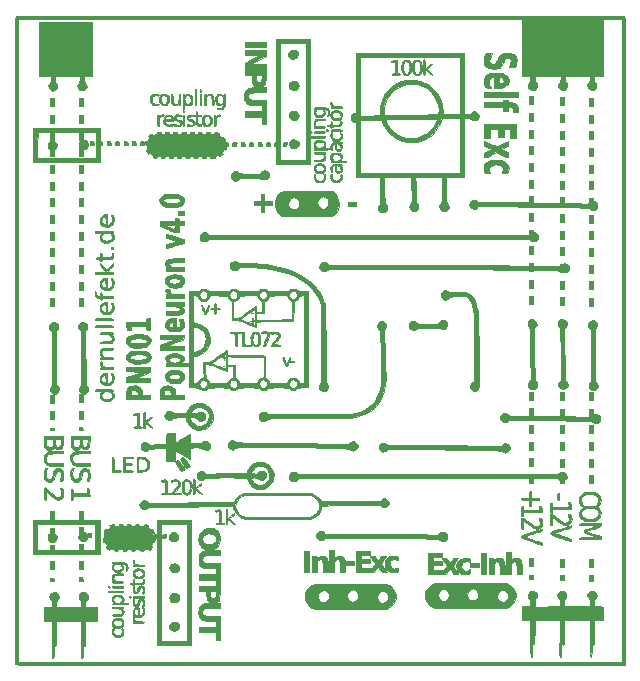
<source format=gbr>
G04 #@! TF.FileFunction,Legend,Top*
%FSLAX46Y46*%
G04 Gerber Fmt 4.6, Leading zero omitted, Abs format (unit mm)*
G04 Created by KiCad (PCBNEW 4.0.7-e0-6372~58~ubuntu16.04.1) date Sun Feb 25 11:44:24 2018*
%MOMM*%
%LPD*%
G01*
G04 APERTURE LIST*
%ADD10C,0.100000*%
%ADD11C,0.010000*%
%ADD12C,0.150000*%
G04 APERTURE END LIST*
D10*
D11*
G36*
X103128667Y-76339667D02*
X51693667Y-76339667D01*
X51693667Y-21645000D01*
X51736000Y-21645000D01*
X51736000Y-76297333D01*
X103086333Y-76297333D01*
X103086333Y-21645000D01*
X51736000Y-21645000D01*
X51693667Y-21645000D01*
X51693667Y-21602667D01*
X103128667Y-21602667D01*
X103128667Y-76339667D01*
X103128667Y-76339667D01*
G37*
X103128667Y-76339667D02*
X51693667Y-76339667D01*
X51693667Y-21645000D01*
X51736000Y-21645000D01*
X51736000Y-76297333D01*
X103086333Y-76297333D01*
X103086333Y-21645000D01*
X51736000Y-21645000D01*
X51693667Y-21645000D01*
X51693667Y-21602667D01*
X103128667Y-21602667D01*
X103128667Y-76339667D01*
G36*
X57532355Y-70221772D02*
X57680251Y-70291803D01*
X57780920Y-70412615D01*
X57827575Y-70561806D01*
X57813425Y-70716972D01*
X57731683Y-70855711D01*
X57726167Y-70861348D01*
X57666602Y-70933184D01*
X57634465Y-71015759D01*
X57621838Y-71137434D01*
X57620333Y-71240424D01*
X57620333Y-71513667D01*
X58594000Y-71513667D01*
X58594000Y-72656667D01*
X57620333Y-72656667D01*
X57619965Y-73492750D01*
X57618480Y-73767285D01*
X57614571Y-74028150D01*
X57608691Y-74257633D01*
X57601297Y-74438019D01*
X57592842Y-74551596D01*
X57592771Y-74552189D01*
X57575445Y-74679390D01*
X57557085Y-74736425D01*
X57527951Y-74737345D01*
X57487306Y-74704378D01*
X57455883Y-74679490D01*
X57434184Y-74679271D01*
X57420412Y-74715253D01*
X57412769Y-74798968D01*
X57409456Y-74941946D01*
X57408677Y-75155719D01*
X57408667Y-75208774D01*
X57406029Y-75467532D01*
X57397016Y-75648975D01*
X57379977Y-75760321D01*
X57353260Y-75808789D01*
X57315215Y-75801598D01*
X57280934Y-75767284D01*
X57266569Y-75730481D01*
X57255484Y-75654194D01*
X57247535Y-75531574D01*
X57242576Y-75355773D01*
X57240461Y-75119941D01*
X57241045Y-74817229D01*
X57244182Y-74440789D01*
X57247184Y-74180250D01*
X57266093Y-72656667D01*
X55122667Y-72656667D01*
X55122667Y-73721561D01*
X55122529Y-74048454D01*
X55121600Y-74299724D01*
X55119104Y-74484411D01*
X55114267Y-74611560D01*
X55106314Y-74690211D01*
X55094471Y-74729409D01*
X55077963Y-74738194D01*
X55056015Y-74725610D01*
X55038000Y-74709833D01*
X55000190Y-74678418D01*
X54975641Y-74674744D01*
X54961363Y-74711309D01*
X54954363Y-74800609D01*
X54951649Y-74955140D01*
X54950894Y-75073689D01*
X54944085Y-75375758D01*
X54927249Y-75595819D01*
X54900056Y-75735971D01*
X54862175Y-75798314D01*
X54836917Y-75800284D01*
X54822526Y-75777022D01*
X54810797Y-75713619D01*
X54801510Y-75603525D01*
X54794444Y-75440194D01*
X54789382Y-75217075D01*
X54786104Y-74927620D01*
X54784391Y-74565281D01*
X54784000Y-74219472D01*
X54784000Y-72656667D01*
X54106667Y-72656667D01*
X54106667Y-71513667D01*
X54784000Y-71513667D01*
X54784000Y-71217333D01*
X54778597Y-71070226D01*
X54764335Y-70964513D01*
X54744130Y-70921160D01*
X54742754Y-70921000D01*
X54685524Y-70883535D01*
X54633233Y-70790205D01*
X54596720Y-70669603D01*
X54586821Y-70550327D01*
X54590581Y-70519502D01*
X54655341Y-70368018D01*
X54770023Y-70266111D01*
X54913885Y-70216720D01*
X55066188Y-70222782D01*
X55206191Y-70287237D01*
X55313152Y-70413022D01*
X55315163Y-70416860D01*
X55369934Y-70570328D01*
X55352847Y-70702223D01*
X55270833Y-70828613D01*
X55210951Y-70913671D01*
X55178700Y-71007469D01*
X55166248Y-71139999D01*
X55165000Y-71234028D01*
X55165000Y-71513667D01*
X57281667Y-71513667D01*
X57281667Y-71245879D01*
X57276702Y-71088979D01*
X57256641Y-70988700D01*
X57213732Y-70917315D01*
X57180129Y-70882702D01*
X57082667Y-70743429D01*
X57055243Y-70591945D01*
X57088580Y-70445660D01*
X57173399Y-70321984D01*
X57300422Y-70238326D01*
X57460372Y-70212096D01*
X57532355Y-70221772D01*
X57532355Y-70221772D01*
G37*
X57532355Y-70221772D02*
X57680251Y-70291803D01*
X57780920Y-70412615D01*
X57827575Y-70561806D01*
X57813425Y-70716972D01*
X57731683Y-70855711D01*
X57726167Y-70861348D01*
X57666602Y-70933184D01*
X57634465Y-71015759D01*
X57621838Y-71137434D01*
X57620333Y-71240424D01*
X57620333Y-71513667D01*
X58594000Y-71513667D01*
X58594000Y-72656667D01*
X57620333Y-72656667D01*
X57619965Y-73492750D01*
X57618480Y-73767285D01*
X57614571Y-74028150D01*
X57608691Y-74257633D01*
X57601297Y-74438019D01*
X57592842Y-74551596D01*
X57592771Y-74552189D01*
X57575445Y-74679390D01*
X57557085Y-74736425D01*
X57527951Y-74737345D01*
X57487306Y-74704378D01*
X57455883Y-74679490D01*
X57434184Y-74679271D01*
X57420412Y-74715253D01*
X57412769Y-74798968D01*
X57409456Y-74941946D01*
X57408677Y-75155719D01*
X57408667Y-75208774D01*
X57406029Y-75467532D01*
X57397016Y-75648975D01*
X57379977Y-75760321D01*
X57353260Y-75808789D01*
X57315215Y-75801598D01*
X57280934Y-75767284D01*
X57266569Y-75730481D01*
X57255484Y-75654194D01*
X57247535Y-75531574D01*
X57242576Y-75355773D01*
X57240461Y-75119941D01*
X57241045Y-74817229D01*
X57244182Y-74440789D01*
X57247184Y-74180250D01*
X57266093Y-72656667D01*
X55122667Y-72656667D01*
X55122667Y-73721561D01*
X55122529Y-74048454D01*
X55121600Y-74299724D01*
X55119104Y-74484411D01*
X55114267Y-74611560D01*
X55106314Y-74690211D01*
X55094471Y-74729409D01*
X55077963Y-74738194D01*
X55056015Y-74725610D01*
X55038000Y-74709833D01*
X55000190Y-74678418D01*
X54975641Y-74674744D01*
X54961363Y-74711309D01*
X54954363Y-74800609D01*
X54951649Y-74955140D01*
X54950894Y-75073689D01*
X54944085Y-75375758D01*
X54927249Y-75595819D01*
X54900056Y-75735971D01*
X54862175Y-75798314D01*
X54836917Y-75800284D01*
X54822526Y-75777022D01*
X54810797Y-75713619D01*
X54801510Y-75603525D01*
X54794444Y-75440194D01*
X54789382Y-75217075D01*
X54786104Y-74927620D01*
X54784391Y-74565281D01*
X54784000Y-74219472D01*
X54784000Y-72656667D01*
X54106667Y-72656667D01*
X54106667Y-71513667D01*
X54784000Y-71513667D01*
X54784000Y-71217333D01*
X54778597Y-71070226D01*
X54764335Y-70964513D01*
X54744130Y-70921160D01*
X54742754Y-70921000D01*
X54685524Y-70883535D01*
X54633233Y-70790205D01*
X54596720Y-70669603D01*
X54586821Y-70550327D01*
X54590581Y-70519502D01*
X54655341Y-70368018D01*
X54770023Y-70266111D01*
X54913885Y-70216720D01*
X55066188Y-70222782D01*
X55206191Y-70287237D01*
X55313152Y-70413022D01*
X55315163Y-70416860D01*
X55369934Y-70570328D01*
X55352847Y-70702223D01*
X55270833Y-70828613D01*
X55210951Y-70913671D01*
X55178700Y-71007469D01*
X55166248Y-71139999D01*
X55165000Y-71234028D01*
X55165000Y-71513667D01*
X57281667Y-71513667D01*
X57281667Y-71245879D01*
X57276702Y-71088979D01*
X57256641Y-70988700D01*
X57213732Y-70917315D01*
X57180129Y-70882702D01*
X57082667Y-70743429D01*
X57055243Y-70591945D01*
X57088580Y-70445660D01*
X57173399Y-70321984D01*
X57300422Y-70238326D01*
X57460372Y-70212096D01*
X57532355Y-70221772D01*
G36*
X98149887Y-70158219D02*
X98241188Y-70228681D01*
X98327913Y-70375602D01*
X98345851Y-70537855D01*
X98295063Y-70689817D01*
X98239898Y-70757807D01*
X98182164Y-70823693D01*
X98150162Y-70900557D01*
X98136576Y-71015051D01*
X98134065Y-71143250D01*
X98133333Y-71429000D01*
X100334667Y-71429000D01*
X100334667Y-71149361D01*
X100329409Y-70984889D01*
X100308416Y-70874723D01*
X100263858Y-70788870D01*
X100228833Y-70743946D01*
X100140297Y-70586379D01*
X100136248Y-70426367D01*
X100216665Y-70266652D01*
X100232596Y-70246915D01*
X100368733Y-70144513D01*
X100530813Y-70113170D01*
X100695906Y-70154810D01*
X100770207Y-70201849D01*
X100880499Y-70333593D01*
X100912162Y-70487838D01*
X100865458Y-70656357D01*
X100750435Y-70820316D01*
X100702060Y-70894148D01*
X100680818Y-70993792D01*
X100681050Y-71147101D01*
X100681642Y-71158983D01*
X100694500Y-71407833D01*
X101086083Y-71420005D01*
X101477667Y-71432177D01*
X101477667Y-72572000D01*
X100673333Y-72572000D01*
X100673333Y-73636894D01*
X100673120Y-73963610D01*
X100672002Y-74214715D01*
X100669265Y-74399266D01*
X100664192Y-74526318D01*
X100656067Y-74604929D01*
X100644176Y-74644153D01*
X100627802Y-74653047D01*
X100606230Y-74640667D01*
X100594791Y-74630709D01*
X100562755Y-74605524D01*
X100540112Y-74605711D01*
X100524418Y-74642942D01*
X100513228Y-74728892D01*
X100504101Y-74875234D01*
X100494592Y-75093643D01*
X100493797Y-75113197D01*
X100483755Y-75321094D01*
X100472214Y-75497039D01*
X100460483Y-75624484D01*
X100449873Y-75686881D01*
X100448156Y-75689955D01*
X100419542Y-75709194D01*
X100396060Y-75699751D01*
X100377226Y-75654910D01*
X100362555Y-75567958D01*
X100351565Y-75432177D01*
X100343772Y-75240852D01*
X100338691Y-74987269D01*
X100335839Y-74664711D01*
X100334731Y-74266462D01*
X100334667Y-74114668D01*
X100334667Y-72572000D01*
X98133333Y-72572000D01*
X98133333Y-73636894D01*
X98133105Y-73963609D01*
X98131949Y-74214713D01*
X98129163Y-74399260D01*
X98124040Y-74526307D01*
X98115876Y-74604908D01*
X98103967Y-74644120D01*
X98087607Y-74652996D01*
X98066093Y-74640592D01*
X98055916Y-74631728D01*
X97986088Y-74577855D01*
X97950083Y-74561667D01*
X97939696Y-74601427D01*
X97931011Y-74710424D01*
X97924796Y-74873236D01*
X97921817Y-75074437D01*
X97921667Y-75133167D01*
X97920177Y-75369052D01*
X97914868Y-75532222D01*
X97904472Y-75634592D01*
X97887728Y-75688076D01*
X97863369Y-75704586D01*
X97861019Y-75704667D01*
X97801326Y-75669309D01*
X97772370Y-75616441D01*
X97766674Y-75554508D01*
X97763118Y-75418300D01*
X97761682Y-75218182D01*
X97762348Y-74964518D01*
X97765094Y-74667675D01*
X97769902Y-74338015D01*
X97775375Y-74050108D01*
X97806382Y-72572000D01*
X95678000Y-72572000D01*
X95677870Y-72900083D01*
X95676145Y-73056664D01*
X95671466Y-73274727D01*
X95664443Y-73531161D01*
X95655682Y-73802856D01*
X95650021Y-73958930D01*
X95639639Y-74222590D01*
X95630445Y-74412177D01*
X95620751Y-74538237D01*
X95608868Y-74611316D01*
X95593109Y-74641958D01*
X95571785Y-74640708D01*
X95544317Y-74619119D01*
X95511590Y-74593351D01*
X95489590Y-74594282D01*
X95476191Y-74633925D01*
X95469267Y-74724290D01*
X95466692Y-74877389D01*
X95466333Y-75059643D01*
X95463147Y-75330493D01*
X95452554Y-75523649D01*
X95433008Y-75645878D01*
X95402958Y-75703951D01*
X95360857Y-75704635D01*
X95325222Y-75676444D01*
X95318762Y-75629054D01*
X95312822Y-75506632D01*
X95307575Y-75318812D01*
X95303196Y-75075228D01*
X95299859Y-74785513D01*
X95297735Y-74459301D01*
X95297000Y-74110111D01*
X95297000Y-72572000D01*
X94619667Y-72572000D01*
X94619667Y-71429000D01*
X95297000Y-71429000D01*
X95297000Y-71145978D01*
X95291848Y-70980630D01*
X95271996Y-70872739D01*
X95230847Y-70795482D01*
X95202712Y-70762592D01*
X95121122Y-70620534D01*
X95105564Y-70458302D01*
X95154800Y-70304517D01*
X95226239Y-70218007D01*
X95385591Y-70129240D01*
X95552620Y-70121387D01*
X95712218Y-70193823D01*
X95765923Y-70240410D01*
X95867097Y-70388321D01*
X95884151Y-70543075D01*
X95816945Y-70700772D01*
X95783833Y-70743946D01*
X95724040Y-70828828D01*
X95691788Y-70922384D01*
X95679285Y-71054529D01*
X95678000Y-71150100D01*
X95678000Y-71430479D01*
X97773500Y-71407833D01*
X97786003Y-71147094D01*
X97788992Y-70995786D01*
X97774822Y-70899246D01*
X97735905Y-70828117D01*
X97690753Y-70778602D01*
X97602021Y-70635930D01*
X97579146Y-70470093D01*
X97622323Y-70309577D01*
X97686909Y-70220576D01*
X97828303Y-70133215D01*
X97992012Y-70112567D01*
X98149887Y-70158219D01*
X98149887Y-70158219D01*
G37*
X98149887Y-70158219D02*
X98241188Y-70228681D01*
X98327913Y-70375602D01*
X98345851Y-70537855D01*
X98295063Y-70689817D01*
X98239898Y-70757807D01*
X98182164Y-70823693D01*
X98150162Y-70900557D01*
X98136576Y-71015051D01*
X98134065Y-71143250D01*
X98133333Y-71429000D01*
X100334667Y-71429000D01*
X100334667Y-71149361D01*
X100329409Y-70984889D01*
X100308416Y-70874723D01*
X100263858Y-70788870D01*
X100228833Y-70743946D01*
X100140297Y-70586379D01*
X100136248Y-70426367D01*
X100216665Y-70266652D01*
X100232596Y-70246915D01*
X100368733Y-70144513D01*
X100530813Y-70113170D01*
X100695906Y-70154810D01*
X100770207Y-70201849D01*
X100880499Y-70333593D01*
X100912162Y-70487838D01*
X100865458Y-70656357D01*
X100750435Y-70820316D01*
X100702060Y-70894148D01*
X100680818Y-70993792D01*
X100681050Y-71147101D01*
X100681642Y-71158983D01*
X100694500Y-71407833D01*
X101086083Y-71420005D01*
X101477667Y-71432177D01*
X101477667Y-72572000D01*
X100673333Y-72572000D01*
X100673333Y-73636894D01*
X100673120Y-73963610D01*
X100672002Y-74214715D01*
X100669265Y-74399266D01*
X100664192Y-74526318D01*
X100656067Y-74604929D01*
X100644176Y-74644153D01*
X100627802Y-74653047D01*
X100606230Y-74640667D01*
X100594791Y-74630709D01*
X100562755Y-74605524D01*
X100540112Y-74605711D01*
X100524418Y-74642942D01*
X100513228Y-74728892D01*
X100504101Y-74875234D01*
X100494592Y-75093643D01*
X100493797Y-75113197D01*
X100483755Y-75321094D01*
X100472214Y-75497039D01*
X100460483Y-75624484D01*
X100449873Y-75686881D01*
X100448156Y-75689955D01*
X100419542Y-75709194D01*
X100396060Y-75699751D01*
X100377226Y-75654910D01*
X100362555Y-75567958D01*
X100351565Y-75432177D01*
X100343772Y-75240852D01*
X100338691Y-74987269D01*
X100335839Y-74664711D01*
X100334731Y-74266462D01*
X100334667Y-74114668D01*
X100334667Y-72572000D01*
X98133333Y-72572000D01*
X98133333Y-73636894D01*
X98133105Y-73963609D01*
X98131949Y-74214713D01*
X98129163Y-74399260D01*
X98124040Y-74526307D01*
X98115876Y-74604908D01*
X98103967Y-74644120D01*
X98087607Y-74652996D01*
X98066093Y-74640592D01*
X98055916Y-74631728D01*
X97986088Y-74577855D01*
X97950083Y-74561667D01*
X97939696Y-74601427D01*
X97931011Y-74710424D01*
X97924796Y-74873236D01*
X97921817Y-75074437D01*
X97921667Y-75133167D01*
X97920177Y-75369052D01*
X97914868Y-75532222D01*
X97904472Y-75634592D01*
X97887728Y-75688076D01*
X97863369Y-75704586D01*
X97861019Y-75704667D01*
X97801326Y-75669309D01*
X97772370Y-75616441D01*
X97766674Y-75554508D01*
X97763118Y-75418300D01*
X97761682Y-75218182D01*
X97762348Y-74964518D01*
X97765094Y-74667675D01*
X97769902Y-74338015D01*
X97775375Y-74050108D01*
X97806382Y-72572000D01*
X95678000Y-72572000D01*
X95677870Y-72900083D01*
X95676145Y-73056664D01*
X95671466Y-73274727D01*
X95664443Y-73531161D01*
X95655682Y-73802856D01*
X95650021Y-73958930D01*
X95639639Y-74222590D01*
X95630445Y-74412177D01*
X95620751Y-74538237D01*
X95608868Y-74611316D01*
X95593109Y-74641958D01*
X95571785Y-74640708D01*
X95544317Y-74619119D01*
X95511590Y-74593351D01*
X95489590Y-74594282D01*
X95476191Y-74633925D01*
X95469267Y-74724290D01*
X95466692Y-74877389D01*
X95466333Y-75059643D01*
X95463147Y-75330493D01*
X95452554Y-75523649D01*
X95433008Y-75645878D01*
X95402958Y-75703951D01*
X95360857Y-75704635D01*
X95325222Y-75676444D01*
X95318762Y-75629054D01*
X95312822Y-75506632D01*
X95307575Y-75318812D01*
X95303196Y-75075228D01*
X95299859Y-74785513D01*
X95297735Y-74459301D01*
X95297000Y-74110111D01*
X95297000Y-72572000D01*
X94619667Y-72572000D01*
X94619667Y-71429000D01*
X95297000Y-71429000D01*
X95297000Y-71145978D01*
X95291848Y-70980630D01*
X95271996Y-70872739D01*
X95230847Y-70795482D01*
X95202712Y-70762592D01*
X95121122Y-70620534D01*
X95105564Y-70458302D01*
X95154800Y-70304517D01*
X95226239Y-70218007D01*
X95385591Y-70129240D01*
X95552620Y-70121387D01*
X95712218Y-70193823D01*
X95765923Y-70240410D01*
X95867097Y-70388321D01*
X95884151Y-70543075D01*
X95816945Y-70700772D01*
X95783833Y-70743946D01*
X95724040Y-70828828D01*
X95691788Y-70922384D01*
X95679285Y-71054529D01*
X95678000Y-71150100D01*
X95678000Y-71430479D01*
X97773500Y-71407833D01*
X97786003Y-71147094D01*
X97788992Y-70995786D01*
X97774822Y-70899246D01*
X97735905Y-70828117D01*
X97690753Y-70778602D01*
X97602021Y-70635930D01*
X97579146Y-70470093D01*
X97622323Y-70309577D01*
X97686909Y-70220576D01*
X97828303Y-70133215D01*
X97992012Y-70112567D01*
X98149887Y-70158219D01*
G36*
X66595000Y-74731000D02*
X63716333Y-74731000D01*
X63716333Y-64486333D01*
X64055000Y-64486333D01*
X64055000Y-74392333D01*
X66256333Y-74392333D01*
X66256333Y-64486333D01*
X64055000Y-64486333D01*
X63716333Y-64486333D01*
X63716333Y-64147667D01*
X66595000Y-64147667D01*
X66595000Y-74731000D01*
X66595000Y-74731000D01*
G37*
X66595000Y-74731000D02*
X63716333Y-74731000D01*
X63716333Y-64486333D01*
X64055000Y-64486333D01*
X64055000Y-74392333D01*
X66256333Y-74392333D01*
X66256333Y-64486333D01*
X64055000Y-64486333D01*
X63716333Y-64486333D01*
X63716333Y-64147667D01*
X66595000Y-64147667D01*
X66595000Y-74731000D01*
G36*
X83315161Y-69629833D02*
X83468864Y-69732392D01*
X83613463Y-69858403D01*
X83682324Y-69935774D01*
X83822826Y-70184763D01*
X83889090Y-70450562D01*
X83885982Y-70719806D01*
X83818368Y-70979128D01*
X83691116Y-71215161D01*
X83509093Y-71414541D01*
X83277165Y-71563899D01*
X83062667Y-71637552D01*
X82976123Y-71647386D01*
X82814318Y-71655953D01*
X82585988Y-71663273D01*
X82299873Y-71669365D01*
X81964713Y-71674249D01*
X81589245Y-71677946D01*
X81182210Y-71680475D01*
X80752345Y-71681856D01*
X80308391Y-71682108D01*
X79859085Y-71681253D01*
X79413166Y-71679308D01*
X78979375Y-71676295D01*
X78566449Y-71672233D01*
X78183128Y-71667143D01*
X77838150Y-71661043D01*
X77540254Y-71653954D01*
X77298180Y-71645895D01*
X77120667Y-71636887D01*
X77016452Y-71626949D01*
X77000779Y-71623787D01*
X76867714Y-71582669D01*
X76761838Y-71531948D01*
X76653320Y-71454091D01*
X76528873Y-71346450D01*
X76354863Y-71138075D01*
X76249704Y-70897675D01*
X76211117Y-70639150D01*
X76220591Y-70542317D01*
X77317615Y-70542317D01*
X77349913Y-70726490D01*
X77434537Y-70894659D01*
X77560814Y-71019860D01*
X77618097Y-71050815D01*
X77781491Y-71078221D01*
X77953200Y-71039168D01*
X78101352Y-70941721D01*
X78117980Y-70924342D01*
X78232515Y-70741947D01*
X78268016Y-70547305D01*
X78257048Y-70497667D01*
X79803000Y-70497667D01*
X79814212Y-70646801D01*
X79858775Y-70758157D01*
X79932034Y-70853349D01*
X80030448Y-70946295D01*
X80125273Y-71006164D01*
X80154284Y-71015258D01*
X80296393Y-71011886D01*
X80448389Y-70971462D01*
X80550727Y-70915278D01*
X80666981Y-70769621D01*
X80721625Y-70592571D01*
X80720857Y-70556923D01*
X82309566Y-70556923D01*
X82313288Y-70699121D01*
X82368620Y-70848961D01*
X82486689Y-71010719D01*
X82645344Y-71105334D01*
X82827979Y-71127117D01*
X83016727Y-71071031D01*
X83126169Y-70977205D01*
X83217467Y-70835370D01*
X83269363Y-70682127D01*
X83274333Y-70627492D01*
X83246405Y-70481943D01*
X83176246Y-70324150D01*
X83084293Y-70198799D01*
X83073760Y-70188940D01*
X82924158Y-70106600D01*
X82756535Y-70093559D01*
X82591730Y-70143891D01*
X82450581Y-70251673D01*
X82361619Y-70391400D01*
X82309566Y-70556923D01*
X80720857Y-70556923D01*
X80717591Y-70405432D01*
X80657811Y-70229510D01*
X80545214Y-70086110D01*
X80426479Y-70012135D01*
X80247077Y-69973385D01*
X80083963Y-70016276D01*
X79931833Y-70142219D01*
X79930063Y-70144229D01*
X79846863Y-70257568D01*
X79809981Y-70372953D01*
X79803000Y-70497667D01*
X78257048Y-70497667D01*
X78225614Y-70355410D01*
X78106439Y-70181254D01*
X78058594Y-70136976D01*
X77900962Y-70052646D01*
X77732781Y-70042841D01*
X77571017Y-70102017D01*
X77432637Y-70224627D01*
X77348314Y-70369104D01*
X77317615Y-70542317D01*
X76220591Y-70542317D01*
X76236825Y-70376402D01*
X76324548Y-70123329D01*
X76472009Y-69893832D01*
X76676930Y-69701812D01*
X76812200Y-69617792D01*
X77030167Y-69502833D01*
X83083833Y-69502833D01*
X83315161Y-69629833D01*
X83315161Y-69629833D01*
G37*
X83315161Y-69629833D02*
X83468864Y-69732392D01*
X83613463Y-69858403D01*
X83682324Y-69935774D01*
X83822826Y-70184763D01*
X83889090Y-70450562D01*
X83885982Y-70719806D01*
X83818368Y-70979128D01*
X83691116Y-71215161D01*
X83509093Y-71414541D01*
X83277165Y-71563899D01*
X83062667Y-71637552D01*
X82976123Y-71647386D01*
X82814318Y-71655953D01*
X82585988Y-71663273D01*
X82299873Y-71669365D01*
X81964713Y-71674249D01*
X81589245Y-71677946D01*
X81182210Y-71680475D01*
X80752345Y-71681856D01*
X80308391Y-71682108D01*
X79859085Y-71681253D01*
X79413166Y-71679308D01*
X78979375Y-71676295D01*
X78566449Y-71672233D01*
X78183128Y-71667143D01*
X77838150Y-71661043D01*
X77540254Y-71653954D01*
X77298180Y-71645895D01*
X77120667Y-71636887D01*
X77016452Y-71626949D01*
X77000779Y-71623787D01*
X76867714Y-71582669D01*
X76761838Y-71531948D01*
X76653320Y-71454091D01*
X76528873Y-71346450D01*
X76354863Y-71138075D01*
X76249704Y-70897675D01*
X76211117Y-70639150D01*
X76220591Y-70542317D01*
X77317615Y-70542317D01*
X77349913Y-70726490D01*
X77434537Y-70894659D01*
X77560814Y-71019860D01*
X77618097Y-71050815D01*
X77781491Y-71078221D01*
X77953200Y-71039168D01*
X78101352Y-70941721D01*
X78117980Y-70924342D01*
X78232515Y-70741947D01*
X78268016Y-70547305D01*
X78257048Y-70497667D01*
X79803000Y-70497667D01*
X79814212Y-70646801D01*
X79858775Y-70758157D01*
X79932034Y-70853349D01*
X80030448Y-70946295D01*
X80125273Y-71006164D01*
X80154284Y-71015258D01*
X80296393Y-71011886D01*
X80448389Y-70971462D01*
X80550727Y-70915278D01*
X80666981Y-70769621D01*
X80721625Y-70592571D01*
X80720857Y-70556923D01*
X82309566Y-70556923D01*
X82313288Y-70699121D01*
X82368620Y-70848961D01*
X82486689Y-71010719D01*
X82645344Y-71105334D01*
X82827979Y-71127117D01*
X83016727Y-71071031D01*
X83126169Y-70977205D01*
X83217467Y-70835370D01*
X83269363Y-70682127D01*
X83274333Y-70627492D01*
X83246405Y-70481943D01*
X83176246Y-70324150D01*
X83084293Y-70198799D01*
X83073760Y-70188940D01*
X82924158Y-70106600D01*
X82756535Y-70093559D01*
X82591730Y-70143891D01*
X82450581Y-70251673D01*
X82361619Y-70391400D01*
X82309566Y-70556923D01*
X80720857Y-70556923D01*
X80717591Y-70405432D01*
X80657811Y-70229510D01*
X80545214Y-70086110D01*
X80426479Y-70012135D01*
X80247077Y-69973385D01*
X80083963Y-70016276D01*
X79931833Y-70142219D01*
X79930063Y-70144229D01*
X79846863Y-70257568D01*
X79809981Y-70372953D01*
X79803000Y-70497667D01*
X78257048Y-70497667D01*
X78225614Y-70355410D01*
X78106439Y-70181254D01*
X78058594Y-70136976D01*
X77900962Y-70052646D01*
X77732781Y-70042841D01*
X77571017Y-70102017D01*
X77432637Y-70224627D01*
X77348314Y-70369104D01*
X77317615Y-70542317D01*
X76220591Y-70542317D01*
X76236825Y-70376402D01*
X76324548Y-70123329D01*
X76472009Y-69893832D01*
X76676930Y-69701812D01*
X76812200Y-69617792D01*
X77030167Y-69502833D01*
X83083833Y-69502833D01*
X83315161Y-69629833D01*
G36*
X93444803Y-69517138D02*
X93675369Y-69673760D01*
X93863813Y-69886786D01*
X93997605Y-70136543D01*
X94064212Y-70403355D01*
X94069333Y-70497667D01*
X94029358Y-70765801D01*
X93917788Y-71023805D01*
X93747153Y-71252005D01*
X93529986Y-71430727D01*
X93444803Y-71478195D01*
X93243833Y-71577167D01*
X90301667Y-71584109D01*
X89806923Y-71584828D01*
X89334681Y-71584647D01*
X88892136Y-71583623D01*
X88486483Y-71581814D01*
X88124917Y-71579276D01*
X87814633Y-71576068D01*
X87562826Y-71572247D01*
X87376691Y-71567870D01*
X87263424Y-71562994D01*
X87232500Y-71559639D01*
X86959145Y-71452600D01*
X86724811Y-71283492D01*
X86540457Y-71065724D01*
X86417040Y-70812705D01*
X86370128Y-70562431D01*
X87485868Y-70562431D01*
X87546484Y-70726477D01*
X87653498Y-70859450D01*
X87792150Y-70951245D01*
X87947677Y-70991758D01*
X88105318Y-70970885D01*
X88236918Y-70891159D01*
X88364464Y-70729625D01*
X88425006Y-70550339D01*
X88424213Y-70434348D01*
X89963000Y-70434348D01*
X89973214Y-70572216D01*
X90016095Y-70672905D01*
X90106933Y-70777067D01*
X90220102Y-70872833D01*
X90327911Y-70914451D01*
X90418724Y-70921000D01*
X90586119Y-70893221D01*
X90692394Y-70837768D01*
X90817153Y-70689940D01*
X90847579Y-70601440D01*
X92481941Y-70601440D01*
X92502494Y-70686635D01*
X92598783Y-70865031D01*
X92741106Y-70984870D01*
X92912824Y-71038757D01*
X93097300Y-71019295D01*
X93176727Y-70986365D01*
X93293216Y-70885706D01*
X93383835Y-70733136D01*
X93431171Y-70560986D01*
X93434333Y-70508112D01*
X93400154Y-70360570D01*
X93312179Y-70207851D01*
X93192253Y-70082819D01*
X93122235Y-70038547D01*
X92955183Y-69998550D01*
X92795346Y-70029772D01*
X92655413Y-70118942D01*
X92548074Y-70252790D01*
X92486020Y-70418047D01*
X92481941Y-70601440D01*
X90847579Y-70601440D01*
X90880311Y-70506235D01*
X90880360Y-70310418D01*
X90815796Y-70126251D01*
X90743612Y-70029333D01*
X90585650Y-69912128D01*
X90416830Y-69878873D01*
X90248874Y-69923923D01*
X90090411Y-70042725D01*
X89994275Y-70216921D01*
X89963000Y-70434348D01*
X88424213Y-70434348D01*
X88423768Y-70369304D01*
X88365973Y-70202528D01*
X88256846Y-70066014D01*
X88101611Y-69975769D01*
X87928869Y-69947333D01*
X87793664Y-69984708D01*
X87660078Y-70082237D01*
X87550630Y-70218031D01*
X87487842Y-70370198D01*
X87486411Y-70377418D01*
X87485868Y-70562431D01*
X86370128Y-70562431D01*
X86365519Y-70537844D01*
X86364667Y-70497667D01*
X86404099Y-70237095D01*
X86513492Y-69982446D01*
X86679487Y-69754693D01*
X86888726Y-69574809D01*
X86989196Y-69517138D01*
X87190167Y-69418167D01*
X93243833Y-69418167D01*
X93444803Y-69517138D01*
X93444803Y-69517138D01*
G37*
X93444803Y-69517138D02*
X93675369Y-69673760D01*
X93863813Y-69886786D01*
X93997605Y-70136543D01*
X94064212Y-70403355D01*
X94069333Y-70497667D01*
X94029358Y-70765801D01*
X93917788Y-71023805D01*
X93747153Y-71252005D01*
X93529986Y-71430727D01*
X93444803Y-71478195D01*
X93243833Y-71577167D01*
X90301667Y-71584109D01*
X89806923Y-71584828D01*
X89334681Y-71584647D01*
X88892136Y-71583623D01*
X88486483Y-71581814D01*
X88124917Y-71579276D01*
X87814633Y-71576068D01*
X87562826Y-71572247D01*
X87376691Y-71567870D01*
X87263424Y-71562994D01*
X87232500Y-71559639D01*
X86959145Y-71452600D01*
X86724811Y-71283492D01*
X86540457Y-71065724D01*
X86417040Y-70812705D01*
X86370128Y-70562431D01*
X87485868Y-70562431D01*
X87546484Y-70726477D01*
X87653498Y-70859450D01*
X87792150Y-70951245D01*
X87947677Y-70991758D01*
X88105318Y-70970885D01*
X88236918Y-70891159D01*
X88364464Y-70729625D01*
X88425006Y-70550339D01*
X88424213Y-70434348D01*
X89963000Y-70434348D01*
X89973214Y-70572216D01*
X90016095Y-70672905D01*
X90106933Y-70777067D01*
X90220102Y-70872833D01*
X90327911Y-70914451D01*
X90418724Y-70921000D01*
X90586119Y-70893221D01*
X90692394Y-70837768D01*
X90817153Y-70689940D01*
X90847579Y-70601440D01*
X92481941Y-70601440D01*
X92502494Y-70686635D01*
X92598783Y-70865031D01*
X92741106Y-70984870D01*
X92912824Y-71038757D01*
X93097300Y-71019295D01*
X93176727Y-70986365D01*
X93293216Y-70885706D01*
X93383835Y-70733136D01*
X93431171Y-70560986D01*
X93434333Y-70508112D01*
X93400154Y-70360570D01*
X93312179Y-70207851D01*
X93192253Y-70082819D01*
X93122235Y-70038547D01*
X92955183Y-69998550D01*
X92795346Y-70029772D01*
X92655413Y-70118942D01*
X92548074Y-70252790D01*
X92486020Y-70418047D01*
X92481941Y-70601440D01*
X90847579Y-70601440D01*
X90880311Y-70506235D01*
X90880360Y-70310418D01*
X90815796Y-70126251D01*
X90743612Y-70029333D01*
X90585650Y-69912128D01*
X90416830Y-69878873D01*
X90248874Y-69923923D01*
X90090411Y-70042725D01*
X89994275Y-70216921D01*
X89963000Y-70434348D01*
X88424213Y-70434348D01*
X88423768Y-70369304D01*
X88365973Y-70202528D01*
X88256846Y-70066014D01*
X88101611Y-69975769D01*
X87928869Y-69947333D01*
X87793664Y-69984708D01*
X87660078Y-70082237D01*
X87550630Y-70218031D01*
X87487842Y-70370198D01*
X87486411Y-70377418D01*
X87485868Y-70562431D01*
X86370128Y-70562431D01*
X86365519Y-70537844D01*
X86364667Y-70497667D01*
X86404099Y-70237095D01*
X86513492Y-69982446D01*
X86679487Y-69754693D01*
X86888726Y-69574809D01*
X86989196Y-69517138D01*
X87190167Y-69418167D01*
X93243833Y-69418167D01*
X93444803Y-69517138D01*
G36*
X58826833Y-67005167D02*
X56022250Y-67016052D01*
X53217667Y-67026938D01*
X53217667Y-64444000D01*
X53556333Y-64444000D01*
X53556333Y-66645333D01*
X58467000Y-66645333D01*
X58467000Y-64444000D01*
X53556333Y-64444000D01*
X53217667Y-64444000D01*
X53217667Y-64105333D01*
X58849111Y-64105333D01*
X58826833Y-67005167D01*
X58826833Y-67005167D01*
G37*
X58826833Y-67005167D02*
X56022250Y-67016052D01*
X53217667Y-67026938D01*
X53217667Y-64444000D01*
X53556333Y-64444000D01*
X53556333Y-66645333D01*
X58467000Y-66645333D01*
X58467000Y-64444000D01*
X53556333Y-64444000D01*
X53217667Y-64444000D01*
X53217667Y-64105333D01*
X58849111Y-64105333D01*
X58826833Y-67005167D01*
G36*
X74452375Y-61798222D02*
X74929020Y-61798517D01*
X75333870Y-61799241D01*
X75673361Y-61800586D01*
X75953929Y-61802743D01*
X76182010Y-61805902D01*
X76364040Y-61810256D01*
X76506455Y-61815993D01*
X76615691Y-61823306D01*
X76698184Y-61832386D01*
X76760370Y-61843423D01*
X76808684Y-61856609D01*
X76849563Y-61872134D01*
X76882000Y-61886721D01*
X77154653Y-62050550D01*
X77373323Y-62258625D01*
X77450769Y-62365189D01*
X77546318Y-62516163D01*
X80039909Y-62502808D01*
X82533500Y-62489454D01*
X82651692Y-62377605D01*
X82798577Y-62282585D01*
X82947213Y-62258177D01*
X83085556Y-62292239D01*
X83201562Y-62372629D01*
X83283189Y-62487205D01*
X83318393Y-62623826D01*
X83295129Y-62770350D01*
X83201356Y-62914634D01*
X83192923Y-62923256D01*
X83045012Y-63024431D01*
X82890258Y-63041484D01*
X82732561Y-62974278D01*
X82689387Y-62941167D01*
X82563611Y-62835333D01*
X81257389Y-62835415D01*
X80852759Y-62836517D01*
X80403557Y-62839571D01*
X79936856Y-62844273D01*
X79479734Y-62850317D01*
X79059264Y-62857397D01*
X78776417Y-62863390D01*
X77601667Y-62891282D01*
X77601667Y-63024329D01*
X77574112Y-63173935D01*
X77501923Y-63352414D01*
X77400812Y-63529253D01*
X77286492Y-63673939D01*
X77249125Y-63708939D01*
X77133272Y-63791772D01*
X76980775Y-63881856D01*
X76882000Y-63932183D01*
X76649167Y-64041833D01*
X74003333Y-64049907D01*
X73415570Y-64051235D01*
X72907400Y-64051326D01*
X72473760Y-64050103D01*
X72109583Y-64047487D01*
X71809806Y-64043399D01*
X71569363Y-64037761D01*
X71383190Y-64030494D01*
X71246221Y-64021520D01*
X71153392Y-64010760D01*
X71124667Y-64005314D01*
X70964835Y-63961466D01*
X70816166Y-63908220D01*
X70754921Y-63880083D01*
X70528756Y-63717230D01*
X70342256Y-63498807D01*
X70212092Y-63247717D01*
X70163978Y-63068239D01*
X70140647Y-62924470D01*
X68907574Y-62943179D01*
X68616989Y-62947270D01*
X68255764Y-62951837D01*
X67837921Y-62956731D01*
X67377486Y-62961803D01*
X66888482Y-62966902D01*
X66384932Y-62971879D01*
X65880861Y-62976584D01*
X65390292Y-62980867D01*
X65333411Y-62981343D01*
X62992321Y-63000796D01*
X62864246Y-63108565D01*
X62705323Y-63196135D01*
X62541561Y-63210488D01*
X62391729Y-63158359D01*
X62274599Y-63046485D01*
X62224634Y-62921007D01*
X70326991Y-62921007D01*
X70364160Y-63159448D01*
X70471891Y-63386515D01*
X70650043Y-63590791D01*
X70898476Y-63760860D01*
X70907567Y-63765601D01*
X70961347Y-63789636D01*
X71027001Y-63810254D01*
X71110884Y-63827688D01*
X71219353Y-63842172D01*
X71358763Y-63853937D01*
X71535468Y-63863217D01*
X71755825Y-63870246D01*
X72026188Y-63875257D01*
X72352913Y-63878481D01*
X72742355Y-63880154D01*
X73200870Y-63880507D01*
X73734812Y-63879774D01*
X74003333Y-63879147D01*
X76606833Y-63872500D01*
X76818500Y-63774980D01*
X77081903Y-63616022D01*
X77273417Y-63416470D01*
X77390697Y-63179646D01*
X77431398Y-62908868D01*
X77431403Y-62907730D01*
X77392740Y-62656380D01*
X77273319Y-62423903D01*
X77098482Y-62230887D01*
X77036280Y-62175369D01*
X76977135Y-62127485D01*
X76914617Y-62086702D01*
X76842297Y-62052483D01*
X76753745Y-62024294D01*
X76642531Y-62001601D01*
X76502225Y-61983868D01*
X76326398Y-61970561D01*
X76108619Y-61961146D01*
X75842458Y-61955086D01*
X75521487Y-61951849D01*
X75139274Y-61950898D01*
X74689391Y-61951699D01*
X74165408Y-61953718D01*
X73786235Y-61955410D01*
X71103500Y-61967500D01*
X70886764Y-62081835D01*
X70640272Y-62251606D01*
X70464906Y-62455669D01*
X70360527Y-62682609D01*
X70326991Y-62921007D01*
X62224634Y-62921007D01*
X62208942Y-62881600D01*
X62207475Y-62872895D01*
X62201933Y-62759301D01*
X62238476Y-62667042D01*
X62305314Y-62583222D01*
X62450465Y-62472299D01*
X62609619Y-62437004D01*
X62765770Y-62478732D01*
X62848198Y-62538717D01*
X62955819Y-62639821D01*
X65018826Y-62631482D01*
X65502708Y-62629030D01*
X66021920Y-62625517D01*
X66557714Y-62621126D01*
X67091342Y-62616040D01*
X67604055Y-62610443D01*
X68077106Y-62604520D01*
X68491746Y-62598453D01*
X68637201Y-62596025D01*
X70192570Y-62568908D01*
X70298225Y-62388621D01*
X70471572Y-62168593D01*
X70705764Y-61983298D01*
X70915381Y-61875189D01*
X70957246Y-61859826D01*
X71006480Y-61846644D01*
X71069497Y-61835476D01*
X71152716Y-61826158D01*
X71262551Y-61818524D01*
X71405419Y-61812407D01*
X71587738Y-61807642D01*
X71815922Y-61804064D01*
X72096389Y-61801506D01*
X72435555Y-61799803D01*
X72839836Y-61798789D01*
X73315649Y-61798299D01*
X73869411Y-61798167D01*
X73897500Y-61798167D01*
X74452375Y-61798222D01*
X74452375Y-61798222D01*
G37*
X74452375Y-61798222D02*
X74929020Y-61798517D01*
X75333870Y-61799241D01*
X75673361Y-61800586D01*
X75953929Y-61802743D01*
X76182010Y-61805902D01*
X76364040Y-61810256D01*
X76506455Y-61815993D01*
X76615691Y-61823306D01*
X76698184Y-61832386D01*
X76760370Y-61843423D01*
X76808684Y-61856609D01*
X76849563Y-61872134D01*
X76882000Y-61886721D01*
X77154653Y-62050550D01*
X77373323Y-62258625D01*
X77450769Y-62365189D01*
X77546318Y-62516163D01*
X80039909Y-62502808D01*
X82533500Y-62489454D01*
X82651692Y-62377605D01*
X82798577Y-62282585D01*
X82947213Y-62258177D01*
X83085556Y-62292239D01*
X83201562Y-62372629D01*
X83283189Y-62487205D01*
X83318393Y-62623826D01*
X83295129Y-62770350D01*
X83201356Y-62914634D01*
X83192923Y-62923256D01*
X83045012Y-63024431D01*
X82890258Y-63041484D01*
X82732561Y-62974278D01*
X82689387Y-62941167D01*
X82563611Y-62835333D01*
X81257389Y-62835415D01*
X80852759Y-62836517D01*
X80403557Y-62839571D01*
X79936856Y-62844273D01*
X79479734Y-62850317D01*
X79059264Y-62857397D01*
X78776417Y-62863390D01*
X77601667Y-62891282D01*
X77601667Y-63024329D01*
X77574112Y-63173935D01*
X77501923Y-63352414D01*
X77400812Y-63529253D01*
X77286492Y-63673939D01*
X77249125Y-63708939D01*
X77133272Y-63791772D01*
X76980775Y-63881856D01*
X76882000Y-63932183D01*
X76649167Y-64041833D01*
X74003333Y-64049907D01*
X73415570Y-64051235D01*
X72907400Y-64051326D01*
X72473760Y-64050103D01*
X72109583Y-64047487D01*
X71809806Y-64043399D01*
X71569363Y-64037761D01*
X71383190Y-64030494D01*
X71246221Y-64021520D01*
X71153392Y-64010760D01*
X71124667Y-64005314D01*
X70964835Y-63961466D01*
X70816166Y-63908220D01*
X70754921Y-63880083D01*
X70528756Y-63717230D01*
X70342256Y-63498807D01*
X70212092Y-63247717D01*
X70163978Y-63068239D01*
X70140647Y-62924470D01*
X68907574Y-62943179D01*
X68616989Y-62947270D01*
X68255764Y-62951837D01*
X67837921Y-62956731D01*
X67377486Y-62961803D01*
X66888482Y-62966902D01*
X66384932Y-62971879D01*
X65880861Y-62976584D01*
X65390292Y-62980867D01*
X65333411Y-62981343D01*
X62992321Y-63000796D01*
X62864246Y-63108565D01*
X62705323Y-63196135D01*
X62541561Y-63210488D01*
X62391729Y-63158359D01*
X62274599Y-63046485D01*
X62224634Y-62921007D01*
X70326991Y-62921007D01*
X70364160Y-63159448D01*
X70471891Y-63386515D01*
X70650043Y-63590791D01*
X70898476Y-63760860D01*
X70907567Y-63765601D01*
X70961347Y-63789636D01*
X71027001Y-63810254D01*
X71110884Y-63827688D01*
X71219353Y-63842172D01*
X71358763Y-63853937D01*
X71535468Y-63863217D01*
X71755825Y-63870246D01*
X72026188Y-63875257D01*
X72352913Y-63878481D01*
X72742355Y-63880154D01*
X73200870Y-63880507D01*
X73734812Y-63879774D01*
X74003333Y-63879147D01*
X76606833Y-63872500D01*
X76818500Y-63774980D01*
X77081903Y-63616022D01*
X77273417Y-63416470D01*
X77390697Y-63179646D01*
X77431398Y-62908868D01*
X77431403Y-62907730D01*
X77392740Y-62656380D01*
X77273319Y-62423903D01*
X77098482Y-62230887D01*
X77036280Y-62175369D01*
X76977135Y-62127485D01*
X76914617Y-62086702D01*
X76842297Y-62052483D01*
X76753745Y-62024294D01*
X76642531Y-62001601D01*
X76502225Y-61983868D01*
X76326398Y-61970561D01*
X76108619Y-61961146D01*
X75842458Y-61955086D01*
X75521487Y-61951849D01*
X75139274Y-61950898D01*
X74689391Y-61951699D01*
X74165408Y-61953718D01*
X73786235Y-61955410D01*
X71103500Y-61967500D01*
X70886764Y-62081835D01*
X70640272Y-62251606D01*
X70464906Y-62455669D01*
X70360527Y-62682609D01*
X70326991Y-62921007D01*
X62224634Y-62921007D01*
X62208942Y-62881600D01*
X62207475Y-62872895D01*
X62201933Y-62759301D01*
X62238476Y-62667042D01*
X62305314Y-62583222D01*
X62450465Y-62472299D01*
X62609619Y-62437004D01*
X62765770Y-62478732D01*
X62848198Y-62538717D01*
X62955819Y-62639821D01*
X65018826Y-62631482D01*
X65502708Y-62629030D01*
X66021920Y-62625517D01*
X66557714Y-62621126D01*
X67091342Y-62616040D01*
X67604055Y-62610443D01*
X68077106Y-62604520D01*
X68491746Y-62598453D01*
X68637201Y-62596025D01*
X70192570Y-62568908D01*
X70298225Y-62388621D01*
X70471572Y-62168593D01*
X70705764Y-61983298D01*
X70915381Y-61875189D01*
X70957246Y-61859826D01*
X71006480Y-61846644D01*
X71069497Y-61835476D01*
X71152716Y-61826158D01*
X71262551Y-61818524D01*
X71405419Y-61812407D01*
X71587738Y-61807642D01*
X71815922Y-61804064D01*
X72096389Y-61801506D01*
X72435555Y-61799803D01*
X72839836Y-61798789D01*
X73315649Y-61798299D01*
X73869411Y-61798167D01*
X73897500Y-61798167D01*
X74452375Y-61798222D01*
G36*
X72694686Y-59217792D02*
X72939587Y-59308396D01*
X73186210Y-59479243D01*
X73375260Y-59702396D01*
X73501624Y-59963705D01*
X73560189Y-60249018D01*
X73545842Y-60544184D01*
X73474251Y-60788075D01*
X73368270Y-60966299D01*
X73208686Y-61145492D01*
X73021985Y-61299158D01*
X72881500Y-61381063D01*
X72657279Y-61451511D01*
X72402944Y-61478199D01*
X72156578Y-61459187D01*
X72027041Y-61424529D01*
X71765653Y-61284539D01*
X71542567Y-61077330D01*
X71369506Y-60816065D01*
X71276152Y-60581083D01*
X71266102Y-60562718D01*
X71242689Y-60547653D01*
X71198236Y-60535564D01*
X71125063Y-60526125D01*
X71015491Y-60519014D01*
X70861842Y-60513905D01*
X70656436Y-60510475D01*
X70391595Y-60508399D01*
X70059640Y-60507353D01*
X69652891Y-60507013D01*
X69521858Y-60507000D01*
X69087643Y-60507327D01*
X68730660Y-60508489D01*
X68443477Y-60510755D01*
X68218662Y-60514392D01*
X68048781Y-60519671D01*
X67926403Y-60526860D01*
X67844096Y-60536228D01*
X67794425Y-60548043D01*
X67769960Y-60562576D01*
X67765000Y-60570563D01*
X67699915Y-60644165D01*
X67584455Y-60707082D01*
X67452845Y-60745217D01*
X67341472Y-60745031D01*
X67198142Y-60670383D01*
X67085686Y-60541406D01*
X67041825Y-60437690D01*
X67045272Y-60304469D01*
X67102158Y-60161554D01*
X67194698Y-60045026D01*
X67255199Y-60004865D01*
X67386991Y-59962837D01*
X67506473Y-59974837D01*
X67644465Y-60045392D01*
X67676760Y-60066767D01*
X67839002Y-60176867D01*
X69552470Y-60140850D01*
X71265939Y-60104833D01*
X71267652Y-60099685D01*
X71632667Y-60099685D01*
X71670797Y-60115436D01*
X71769321Y-60135090D01*
X71868690Y-60149397D01*
X72005415Y-60172254D01*
X72064470Y-60198211D01*
X72059190Y-60224410D01*
X72016214Y-60293303D01*
X72040517Y-60333620D01*
X72068412Y-60337667D01*
X72116115Y-60301283D01*
X72159802Y-60212446D01*
X72163662Y-60200083D01*
X72235603Y-60072569D01*
X72359658Y-59986487D01*
X72469998Y-59940163D01*
X72554170Y-59935505D01*
X72658446Y-59970353D01*
X72663167Y-59972320D01*
X72808133Y-60063594D01*
X72884018Y-60194673D01*
X72901320Y-60345467D01*
X72864570Y-60511983D01*
X72770136Y-60633432D01*
X72636378Y-60701972D01*
X72481659Y-60709758D01*
X72324339Y-60648949D01*
X72275387Y-60612833D01*
X72184590Y-60550155D01*
X72082843Y-60517976D01*
X71937638Y-60507341D01*
X71891139Y-60507000D01*
X71737837Y-60511965D01*
X71658001Y-60534330D01*
X71640656Y-60585302D01*
X71674828Y-60676085D01*
X71692144Y-60710185D01*
X71837620Y-60904628D01*
X72031854Y-61042122D01*
X72257216Y-61118263D01*
X72496077Y-61128650D01*
X72730806Y-61068878D01*
X72856949Y-61001098D01*
X73040753Y-60835653D01*
X73152376Y-60628676D01*
X73193479Y-60376547D01*
X73191214Y-60272154D01*
X73169797Y-60093147D01*
X73125032Y-59961289D01*
X73057281Y-59855524D01*
X72877663Y-59682469D01*
X72662713Y-59573939D01*
X72429799Y-59531670D01*
X72196288Y-59557398D01*
X71979549Y-59652858D01*
X71872304Y-59737110D01*
X71784921Y-59834377D01*
X71703614Y-59947951D01*
X71647241Y-60049297D01*
X71632667Y-60099685D01*
X71267652Y-60099685D01*
X71324783Y-59928059D01*
X71450089Y-59677437D01*
X71635668Y-59472396D01*
X71867217Y-59318423D01*
X72130437Y-59221007D01*
X72411026Y-59185633D01*
X72694686Y-59217792D01*
X72694686Y-59217792D01*
G37*
X72694686Y-59217792D02*
X72939587Y-59308396D01*
X73186210Y-59479243D01*
X73375260Y-59702396D01*
X73501624Y-59963705D01*
X73560189Y-60249018D01*
X73545842Y-60544184D01*
X73474251Y-60788075D01*
X73368270Y-60966299D01*
X73208686Y-61145492D01*
X73021985Y-61299158D01*
X72881500Y-61381063D01*
X72657279Y-61451511D01*
X72402944Y-61478199D01*
X72156578Y-61459187D01*
X72027041Y-61424529D01*
X71765653Y-61284539D01*
X71542567Y-61077330D01*
X71369506Y-60816065D01*
X71276152Y-60581083D01*
X71266102Y-60562718D01*
X71242689Y-60547653D01*
X71198236Y-60535564D01*
X71125063Y-60526125D01*
X71015491Y-60519014D01*
X70861842Y-60513905D01*
X70656436Y-60510475D01*
X70391595Y-60508399D01*
X70059640Y-60507353D01*
X69652891Y-60507013D01*
X69521858Y-60507000D01*
X69087643Y-60507327D01*
X68730660Y-60508489D01*
X68443477Y-60510755D01*
X68218662Y-60514392D01*
X68048781Y-60519671D01*
X67926403Y-60526860D01*
X67844096Y-60536228D01*
X67794425Y-60548043D01*
X67769960Y-60562576D01*
X67765000Y-60570563D01*
X67699915Y-60644165D01*
X67584455Y-60707082D01*
X67452845Y-60745217D01*
X67341472Y-60745031D01*
X67198142Y-60670383D01*
X67085686Y-60541406D01*
X67041825Y-60437690D01*
X67045272Y-60304469D01*
X67102158Y-60161554D01*
X67194698Y-60045026D01*
X67255199Y-60004865D01*
X67386991Y-59962837D01*
X67506473Y-59974837D01*
X67644465Y-60045392D01*
X67676760Y-60066767D01*
X67839002Y-60176867D01*
X69552470Y-60140850D01*
X71265939Y-60104833D01*
X71267652Y-60099685D01*
X71632667Y-60099685D01*
X71670797Y-60115436D01*
X71769321Y-60135090D01*
X71868690Y-60149397D01*
X72005415Y-60172254D01*
X72064470Y-60198211D01*
X72059190Y-60224410D01*
X72016214Y-60293303D01*
X72040517Y-60333620D01*
X72068412Y-60337667D01*
X72116115Y-60301283D01*
X72159802Y-60212446D01*
X72163662Y-60200083D01*
X72235603Y-60072569D01*
X72359658Y-59986487D01*
X72469998Y-59940163D01*
X72554170Y-59935505D01*
X72658446Y-59970353D01*
X72663167Y-59972320D01*
X72808133Y-60063594D01*
X72884018Y-60194673D01*
X72901320Y-60345467D01*
X72864570Y-60511983D01*
X72770136Y-60633432D01*
X72636378Y-60701972D01*
X72481659Y-60709758D01*
X72324339Y-60648949D01*
X72275387Y-60612833D01*
X72184590Y-60550155D01*
X72082843Y-60517976D01*
X71937638Y-60507341D01*
X71891139Y-60507000D01*
X71737837Y-60511965D01*
X71658001Y-60534330D01*
X71640656Y-60585302D01*
X71674828Y-60676085D01*
X71692144Y-60710185D01*
X71837620Y-60904628D01*
X72031854Y-61042122D01*
X72257216Y-61118263D01*
X72496077Y-61128650D01*
X72730806Y-61068878D01*
X72856949Y-61001098D01*
X73040753Y-60835653D01*
X73152376Y-60628676D01*
X73193479Y-60376547D01*
X73191214Y-60272154D01*
X73169797Y-60093147D01*
X73125032Y-59961289D01*
X73057281Y-59855524D01*
X72877663Y-59682469D01*
X72662713Y-59573939D01*
X72429799Y-59531670D01*
X72196288Y-59557398D01*
X71979549Y-59652858D01*
X71872304Y-59737110D01*
X71784921Y-59834377D01*
X71703614Y-59947951D01*
X71647241Y-60049297D01*
X71632667Y-60099685D01*
X71267652Y-60099685D01*
X71324783Y-59928059D01*
X71450089Y-59677437D01*
X71635668Y-59472396D01*
X71867217Y-59318423D01*
X72130437Y-59221007D01*
X72411026Y-59185633D01*
X72694686Y-59217792D01*
G36*
X65484484Y-59058753D02*
X65556478Y-59144991D01*
X65656869Y-59271731D01*
X65758609Y-59404224D01*
X66044052Y-59780807D01*
X65901779Y-59868737D01*
X65807856Y-59924093D01*
X65749600Y-59953398D01*
X65743336Y-59954873D01*
X65712853Y-59922492D01*
X65642869Y-59836229D01*
X65544511Y-59710066D01*
X65453120Y-59590133D01*
X65179073Y-59227188D01*
X65304953Y-59126471D01*
X65391181Y-59061724D01*
X65446374Y-59028079D01*
X65452000Y-59026697D01*
X65484484Y-59058753D01*
X65484484Y-59058753D01*
G37*
X65484484Y-59058753D02*
X65556478Y-59144991D01*
X65656869Y-59271731D01*
X65758609Y-59404224D01*
X66044052Y-59780807D01*
X65901779Y-59868737D01*
X65807856Y-59924093D01*
X65749600Y-59953398D01*
X65743336Y-59954873D01*
X65712853Y-59922492D01*
X65642869Y-59836229D01*
X65544511Y-59710066D01*
X65453120Y-59590133D01*
X65179073Y-59227188D01*
X65304953Y-59126471D01*
X65391181Y-59061724D01*
X65446374Y-59028079D01*
X65452000Y-59026697D01*
X65484484Y-59058753D01*
G36*
X65914966Y-58790831D02*
X65949660Y-58830265D01*
X66021580Y-58923218D01*
X66118924Y-59054180D01*
X66192180Y-59155038D01*
X66442399Y-59502561D01*
X66317616Y-59602404D01*
X66231753Y-59666889D01*
X66176999Y-59700266D01*
X66171667Y-59701573D01*
X66139835Y-59669087D01*
X66070196Y-59581721D01*
X65973811Y-59453735D01*
X65887214Y-59334926D01*
X65623928Y-58968950D01*
X65755949Y-58871548D01*
X65846543Y-58813204D01*
X65907358Y-58789440D01*
X65914966Y-58790831D01*
X65914966Y-58790831D01*
G37*
X65914966Y-58790831D02*
X65949660Y-58830265D01*
X66021580Y-58923218D01*
X66118924Y-59054180D01*
X66192180Y-59155038D01*
X66442399Y-59502561D01*
X66317616Y-59602404D01*
X66231753Y-59666889D01*
X66176999Y-59700266D01*
X66171667Y-59701573D01*
X66139835Y-59669087D01*
X66070196Y-59581721D01*
X65973811Y-59453735D01*
X65887214Y-59334926D01*
X65623928Y-58968950D01*
X65755949Y-58871548D01*
X65846543Y-58813204D01*
X65907358Y-58789440D01*
X65914966Y-58790831D01*
G36*
X65188949Y-57130917D02*
X65195686Y-57306184D01*
X65204032Y-57444495D01*
X65212719Y-57527704D01*
X65217784Y-57543667D01*
X65258131Y-57523566D01*
X65359317Y-57467901D01*
X65508967Y-57383627D01*
X65694705Y-57277699D01*
X65851251Y-57187647D01*
X66468000Y-56831628D01*
X66468000Y-57628333D01*
X66939395Y-57628333D01*
X67146428Y-57627260D01*
X67286722Y-57621819D01*
X67378197Y-57608680D01*
X67438775Y-57584513D01*
X67486376Y-57545987D01*
X67508874Y-57522500D01*
X67636423Y-57441367D01*
X67798704Y-57414308D01*
X67962074Y-57445458D01*
X67998228Y-57462333D01*
X68097178Y-57558094D01*
X68157172Y-57700539D01*
X68166020Y-57856025D01*
X68156893Y-57900130D01*
X68076267Y-58054430D01*
X67949664Y-58148894D01*
X67795772Y-58178343D01*
X67633278Y-58137593D01*
X67534053Y-58072833D01*
X67464603Y-58021263D01*
X67391296Y-57989796D01*
X67291291Y-57973630D01*
X67141747Y-57967964D01*
X67033389Y-57967578D01*
X66805255Y-57967974D01*
X66648393Y-57976346D01*
X66549504Y-58004711D01*
X66495291Y-58065089D01*
X66472454Y-58169496D01*
X66467695Y-58329950D01*
X66468000Y-58478520D01*
X66468000Y-58937833D01*
X65850499Y-58579416D01*
X65645661Y-58461094D01*
X65467447Y-58359238D01*
X65328221Y-58280826D01*
X65240342Y-58232835D01*
X65215499Y-58221000D01*
X65208467Y-58260484D01*
X65202784Y-58367544D01*
X65199092Y-58525092D01*
X65198000Y-58686667D01*
X65198000Y-59152333D01*
X64478333Y-59152333D01*
X64478374Y-58591417D01*
X64478414Y-58030500D01*
X63769290Y-58044356D01*
X63508101Y-58049981D01*
X63317714Y-58056403D01*
X63184272Y-58065595D01*
X63093918Y-58079530D01*
X63032796Y-58100184D01*
X62987050Y-58129528D01*
X62952017Y-58160772D01*
X62804911Y-58246978D01*
X62637505Y-58261028D01*
X62473884Y-58202869D01*
X62417906Y-58161993D01*
X62336183Y-58070362D01*
X62303523Y-57960516D01*
X62300091Y-57882333D01*
X62334917Y-57712394D01*
X62427754Y-57588052D01*
X62561139Y-57516534D01*
X62717608Y-57505069D01*
X62879697Y-57560886D01*
X62952638Y-57612236D01*
X63084438Y-57723139D01*
X63780041Y-57692455D01*
X64475643Y-57661772D01*
X64487572Y-57189969D01*
X64499500Y-56718167D01*
X65176833Y-56718167D01*
X65188949Y-57130917D01*
X65188949Y-57130917D01*
G37*
X65188949Y-57130917D02*
X65195686Y-57306184D01*
X65204032Y-57444495D01*
X65212719Y-57527704D01*
X65217784Y-57543667D01*
X65258131Y-57523566D01*
X65359317Y-57467901D01*
X65508967Y-57383627D01*
X65694705Y-57277699D01*
X65851251Y-57187647D01*
X66468000Y-56831628D01*
X66468000Y-57628333D01*
X66939395Y-57628333D01*
X67146428Y-57627260D01*
X67286722Y-57621819D01*
X67378197Y-57608680D01*
X67438775Y-57584513D01*
X67486376Y-57545987D01*
X67508874Y-57522500D01*
X67636423Y-57441367D01*
X67798704Y-57414308D01*
X67962074Y-57445458D01*
X67998228Y-57462333D01*
X68097178Y-57558094D01*
X68157172Y-57700539D01*
X68166020Y-57856025D01*
X68156893Y-57900130D01*
X68076267Y-58054430D01*
X67949664Y-58148894D01*
X67795772Y-58178343D01*
X67633278Y-58137593D01*
X67534053Y-58072833D01*
X67464603Y-58021263D01*
X67391296Y-57989796D01*
X67291291Y-57973630D01*
X67141747Y-57967964D01*
X67033389Y-57967578D01*
X66805255Y-57967974D01*
X66648393Y-57976346D01*
X66549504Y-58004711D01*
X66495291Y-58065089D01*
X66472454Y-58169496D01*
X66467695Y-58329950D01*
X66468000Y-58478520D01*
X66468000Y-58937833D01*
X65850499Y-58579416D01*
X65645661Y-58461094D01*
X65467447Y-58359238D01*
X65328221Y-58280826D01*
X65240342Y-58232835D01*
X65215499Y-58221000D01*
X65208467Y-58260484D01*
X65202784Y-58367544D01*
X65199092Y-58525092D01*
X65198000Y-58686667D01*
X65198000Y-59152333D01*
X64478333Y-59152333D01*
X64478374Y-58591417D01*
X64478414Y-58030500D01*
X63769290Y-58044356D01*
X63508101Y-58049981D01*
X63317714Y-58056403D01*
X63184272Y-58065595D01*
X63093918Y-58079530D01*
X63032796Y-58100184D01*
X62987050Y-58129528D01*
X62952017Y-58160772D01*
X62804911Y-58246978D01*
X62637505Y-58261028D01*
X62473884Y-58202869D01*
X62417906Y-58161993D01*
X62336183Y-58070362D01*
X62303523Y-57960516D01*
X62300091Y-57882333D01*
X62334917Y-57712394D01*
X62427754Y-57588052D01*
X62561139Y-57516534D01*
X62717608Y-57505069D01*
X62879697Y-57560886D01*
X62952638Y-57612236D01*
X63084438Y-57723139D01*
X63780041Y-57692455D01*
X64475643Y-57661772D01*
X64487572Y-57189969D01*
X64499500Y-56718167D01*
X65176833Y-56718167D01*
X65188949Y-57130917D01*
G36*
X67535381Y-54207192D02*
X67755809Y-54281420D01*
X67964428Y-54419191D01*
X68036301Y-54480970D01*
X68231370Y-54708758D01*
X68355620Y-54966496D01*
X68411000Y-55240847D01*
X68399457Y-55518477D01*
X68322939Y-55786049D01*
X68183393Y-56030228D01*
X67982768Y-56237680D01*
X67759167Y-56378339D01*
X67569761Y-56439271D01*
X67339530Y-56469592D01*
X67105356Y-56467528D01*
X66904119Y-56431305D01*
X66874007Y-56420931D01*
X66603977Y-56274698D01*
X66382014Y-56064924D01*
X66219435Y-55804345D01*
X66148585Y-55604664D01*
X66109753Y-55453808D01*
X66472566Y-55453808D01*
X66487580Y-55546656D01*
X66489192Y-55554117D01*
X66563366Y-55721364D01*
X66698477Y-55882376D01*
X66871654Y-56018893D01*
X67060025Y-56112660D01*
X67230000Y-56145501D01*
X67342373Y-56134452D01*
X67478210Y-56106487D01*
X67495740Y-56101788D01*
X67714012Y-56000962D01*
X67884701Y-55842514D01*
X68002102Y-55642405D01*
X68060512Y-55416596D01*
X68054224Y-55181049D01*
X67977536Y-54951725D01*
X67933565Y-54876728D01*
X67771879Y-54702650D01*
X67569691Y-54590432D01*
X67344302Y-54540065D01*
X67113010Y-54551543D01*
X66893115Y-54624857D01*
X66701916Y-54760001D01*
X66603693Y-54877311D01*
X66504049Y-55024833D01*
X66771585Y-55051095D01*
X66942308Y-55061041D01*
X67064369Y-55047504D01*
X67171572Y-55006176D01*
X67186850Y-54998178D01*
X67316279Y-54937760D01*
X67413615Y-54924428D01*
X67515849Y-54956326D01*
X67562527Y-54979325D01*
X67692232Y-55085958D01*
X67760413Y-55225372D01*
X67769781Y-55377185D01*
X67723045Y-55521012D01*
X67622916Y-55636470D01*
X67472103Y-55703176D01*
X67466142Y-55704339D01*
X67320383Y-55702900D01*
X67179874Y-55655560D01*
X67074820Y-55575629D01*
X67041233Y-55517127D01*
X67009085Y-55469767D01*
X66936781Y-55440030D01*
X66804909Y-55421166D01*
X66752483Y-55416746D01*
X66613077Y-55407996D01*
X66512204Y-55405371D01*
X66474555Y-55408722D01*
X66472566Y-55453808D01*
X66109753Y-55453808D01*
X66097403Y-55405833D01*
X65598932Y-55418069D01*
X65382616Y-55424711D01*
X65232768Y-55434361D01*
X65131191Y-55450421D01*
X65059685Y-55476297D01*
X65000055Y-55515392D01*
X64976649Y-55534485D01*
X64819192Y-55620217D01*
X64656085Y-55632660D01*
X64506546Y-55578863D01*
X64389795Y-55465873D01*
X64325051Y-55300735D01*
X64324141Y-55295228D01*
X64335849Y-55138213D01*
X64411173Y-55007803D01*
X64530755Y-54914280D01*
X64675238Y-54867928D01*
X64825264Y-54879029D01*
X64960660Y-54957100D01*
X65007506Y-54994292D01*
X65065320Y-55019441D01*
X65150479Y-55034858D01*
X65279358Y-55042856D01*
X65468334Y-55045747D01*
X65590331Y-55046000D01*
X66125371Y-55046000D01*
X66206631Y-54862299D01*
X66364731Y-54604694D01*
X66581104Y-54401852D01*
X66843639Y-54261474D01*
X67140226Y-54191262D01*
X67272333Y-54184550D01*
X67535381Y-54207192D01*
X67535381Y-54207192D01*
G37*
X67535381Y-54207192D02*
X67755809Y-54281420D01*
X67964428Y-54419191D01*
X68036301Y-54480970D01*
X68231370Y-54708758D01*
X68355620Y-54966496D01*
X68411000Y-55240847D01*
X68399457Y-55518477D01*
X68322939Y-55786049D01*
X68183393Y-56030228D01*
X67982768Y-56237680D01*
X67759167Y-56378339D01*
X67569761Y-56439271D01*
X67339530Y-56469592D01*
X67105356Y-56467528D01*
X66904119Y-56431305D01*
X66874007Y-56420931D01*
X66603977Y-56274698D01*
X66382014Y-56064924D01*
X66219435Y-55804345D01*
X66148585Y-55604664D01*
X66109753Y-55453808D01*
X66472566Y-55453808D01*
X66487580Y-55546656D01*
X66489192Y-55554117D01*
X66563366Y-55721364D01*
X66698477Y-55882376D01*
X66871654Y-56018893D01*
X67060025Y-56112660D01*
X67230000Y-56145501D01*
X67342373Y-56134452D01*
X67478210Y-56106487D01*
X67495740Y-56101788D01*
X67714012Y-56000962D01*
X67884701Y-55842514D01*
X68002102Y-55642405D01*
X68060512Y-55416596D01*
X68054224Y-55181049D01*
X67977536Y-54951725D01*
X67933565Y-54876728D01*
X67771879Y-54702650D01*
X67569691Y-54590432D01*
X67344302Y-54540065D01*
X67113010Y-54551543D01*
X66893115Y-54624857D01*
X66701916Y-54760001D01*
X66603693Y-54877311D01*
X66504049Y-55024833D01*
X66771585Y-55051095D01*
X66942308Y-55061041D01*
X67064369Y-55047504D01*
X67171572Y-55006176D01*
X67186850Y-54998178D01*
X67316279Y-54937760D01*
X67413615Y-54924428D01*
X67515849Y-54956326D01*
X67562527Y-54979325D01*
X67692232Y-55085958D01*
X67760413Y-55225372D01*
X67769781Y-55377185D01*
X67723045Y-55521012D01*
X67622916Y-55636470D01*
X67472103Y-55703176D01*
X67466142Y-55704339D01*
X67320383Y-55702900D01*
X67179874Y-55655560D01*
X67074820Y-55575629D01*
X67041233Y-55517127D01*
X67009085Y-55469767D01*
X66936781Y-55440030D01*
X66804909Y-55421166D01*
X66752483Y-55416746D01*
X66613077Y-55407996D01*
X66512204Y-55405371D01*
X66474555Y-55408722D01*
X66472566Y-55453808D01*
X66109753Y-55453808D01*
X66097403Y-55405833D01*
X65598932Y-55418069D01*
X65382616Y-55424711D01*
X65232768Y-55434361D01*
X65131191Y-55450421D01*
X65059685Y-55476297D01*
X65000055Y-55515392D01*
X64976649Y-55534485D01*
X64819192Y-55620217D01*
X64656085Y-55632660D01*
X64506546Y-55578863D01*
X64389795Y-55465873D01*
X64325051Y-55300735D01*
X64324141Y-55295228D01*
X64335849Y-55138213D01*
X64411173Y-55007803D01*
X64530755Y-54914280D01*
X64675238Y-54867928D01*
X64825264Y-54879029D01*
X64960660Y-54957100D01*
X65007506Y-54994292D01*
X65065320Y-55019441D01*
X65150479Y-55034858D01*
X65279358Y-55042856D01*
X65468334Y-55045747D01*
X65590331Y-55046000D01*
X66125371Y-55046000D01*
X66206631Y-54862299D01*
X66364731Y-54604694D01*
X66581104Y-54401852D01*
X66843639Y-54261474D01*
X67140226Y-54191262D01*
X67272333Y-54184550D01*
X67535381Y-54207192D01*
G36*
X70299916Y-44542333D02*
X70491638Y-44636212D01*
X70511944Y-44651144D01*
X70564167Y-44689125D01*
X70615540Y-44716945D01*
X70679566Y-44736186D01*
X70769744Y-44748429D01*
X70899575Y-44755255D01*
X71082562Y-44758246D01*
X71332205Y-44758982D01*
X71432781Y-44759000D01*
X71709210Y-44758429D01*
X71913528Y-44755884D01*
X72058286Y-44750120D01*
X72156037Y-44739890D01*
X72219333Y-44723948D01*
X72260725Y-44701048D01*
X72289164Y-44673968D01*
X72434575Y-44571387D01*
X72615011Y-44526351D01*
X72803456Y-44538787D01*
X72972892Y-44608629D01*
X73052275Y-44675927D01*
X73083918Y-44704831D01*
X73127117Y-44726151D01*
X73194083Y-44741031D01*
X73297024Y-44750613D01*
X73448149Y-44756040D01*
X73659669Y-44758455D01*
X73939833Y-44759000D01*
X74222995Y-44758439D01*
X74433703Y-44755995D01*
X74584166Y-44750524D01*
X74686594Y-44740884D01*
X74753195Y-44725932D01*
X74796180Y-44704526D01*
X74827391Y-44675927D01*
X74973235Y-44572599D01*
X75153862Y-44526635D01*
X75342257Y-44538104D01*
X75511401Y-44607077D01*
X75590502Y-44673968D01*
X75636622Y-44713780D01*
X75700143Y-44738973D01*
X75799637Y-44752744D01*
X75953678Y-44758290D01*
X76084440Y-44759000D01*
X76501425Y-44759000D01*
X76490629Y-48812417D01*
X76479833Y-52865833D01*
X76066697Y-52877954D01*
X75865016Y-52886557D01*
X75725205Y-52901389D01*
X75624480Y-52927130D01*
X75540060Y-52968460D01*
X75499873Y-52994371D01*
X75310688Y-53081721D01*
X75122811Y-53084607D01*
X74932923Y-53003022D01*
X74917527Y-52992833D01*
X74861142Y-52956377D01*
X74806005Y-52929429D01*
X74738852Y-52910553D01*
X74646416Y-52898313D01*
X74515434Y-52891273D01*
X74332640Y-52887997D01*
X74084769Y-52887049D01*
X73939833Y-52887000D01*
X73656267Y-52887343D01*
X73444102Y-52889330D01*
X73290073Y-52894396D01*
X73180915Y-52903978D01*
X73103363Y-52919511D01*
X73044152Y-52942432D01*
X72990016Y-52974176D01*
X72962139Y-52992833D01*
X72830176Y-53060878D01*
X72697962Y-53096848D01*
X72669833Y-53098667D01*
X72545917Y-53074067D01*
X72408978Y-53012586D01*
X72377527Y-52992833D01*
X72321026Y-52956312D01*
X72265772Y-52929335D01*
X72198463Y-52910458D01*
X72105796Y-52898235D01*
X71974471Y-52891222D01*
X71791185Y-52887974D01*
X71542636Y-52887045D01*
X71403137Y-52887000D01*
X71108876Y-52888116D01*
X70888555Y-52891967D01*
X70731471Y-52899308D01*
X70626920Y-52910895D01*
X70564199Y-52927483D01*
X70533797Y-52948334D01*
X70411533Y-53035878D01*
X70246168Y-53078831D01*
X70067148Y-53076251D01*
X69903920Y-53027195D01*
X69821520Y-52971140D01*
X69784870Y-52942101D01*
X69737969Y-52920610D01*
X69668525Y-52905543D01*
X69564243Y-52895774D01*
X69412830Y-52890177D01*
X69201993Y-52887628D01*
X68919437Y-52887001D01*
X68902222Y-52887000D01*
X68615244Y-52887554D01*
X68400197Y-52890004D01*
X68244351Y-52895528D01*
X68134974Y-52905307D01*
X68059333Y-52920520D01*
X68004698Y-52942347D01*
X67958337Y-52971968D01*
X67954451Y-52974823D01*
X67783942Y-53058077D01*
X67593187Y-53084940D01*
X67415854Y-53051906D01*
X67379133Y-53034730D01*
X67286063Y-52977508D01*
X67231079Y-52930858D01*
X67229524Y-52928564D01*
X67179555Y-52910827D01*
X67064816Y-52894638D01*
X66905199Y-52882362D01*
X66805225Y-52878126D01*
X66404500Y-52865833D01*
X66403711Y-52569500D01*
X67275026Y-52569500D01*
X67310382Y-52728720D01*
X67403123Y-52845559D01*
X67533262Y-52910723D01*
X67680810Y-52914917D01*
X67825778Y-52848845D01*
X67844006Y-52834083D01*
X67932988Y-52709511D01*
X67950358Y-52606552D01*
X69816775Y-52606552D01*
X69859924Y-52740408D01*
X69967305Y-52855596D01*
X70002833Y-52878202D01*
X70159255Y-52925352D01*
X70311163Y-52889611D01*
X70348875Y-52866495D01*
X70449827Y-52751937D01*
X70489857Y-52615618D01*
X72339547Y-52615618D01*
X72387987Y-52754941D01*
X72452060Y-52828986D01*
X72597051Y-52913888D01*
X72738582Y-52914481D01*
X72879458Y-52830622D01*
X72905923Y-52805590D01*
X72996249Y-52684050D01*
X73029667Y-52569500D01*
X74875400Y-52569500D01*
X74896697Y-52707294D01*
X74973865Y-52812731D01*
X74992060Y-52828986D01*
X75137051Y-52913888D01*
X75278582Y-52914481D01*
X75419458Y-52830622D01*
X75445923Y-52805590D01*
X75536249Y-52684050D01*
X75569667Y-52569500D01*
X75534352Y-52451959D01*
X75445946Y-52334990D01*
X75330758Y-52245318D01*
X75215450Y-52209667D01*
X75071686Y-52248181D01*
X74954643Y-52348817D01*
X74885454Y-52489214D01*
X74875400Y-52569500D01*
X73029667Y-52569500D01*
X72994352Y-52451959D01*
X72905946Y-52334990D01*
X72790758Y-52245318D01*
X72675450Y-52209667D01*
X72527438Y-52245721D01*
X72416979Y-52339642D01*
X72351780Y-52470063D01*
X72339547Y-52615618D01*
X70489857Y-52615618D01*
X70492018Y-52608260D01*
X70477706Y-52460013D01*
X70409148Y-52331746D01*
X70292144Y-52249330D01*
X70130863Y-52222779D01*
X69994903Y-52262142D01*
X69892047Y-52350503D01*
X69830077Y-52470945D01*
X69816775Y-52606552D01*
X67950358Y-52606552D01*
X67957655Y-52563307D01*
X67923701Y-52419220D01*
X67836820Y-52301000D01*
X67702707Y-52232396D01*
X67699584Y-52231694D01*
X67535497Y-52233516D01*
X67397444Y-52303899D01*
X67304459Y-52427696D01*
X67275026Y-52569500D01*
X66403711Y-52569500D01*
X66396580Y-49892154D01*
X66764333Y-49892154D01*
X66944250Y-49863390D01*
X67095311Y-49822429D01*
X67257180Y-49754450D01*
X67305868Y-49728149D01*
X67518305Y-49557184D01*
X67677454Y-49334325D01*
X67778068Y-49077396D01*
X67814897Y-48804218D01*
X67782695Y-48532616D01*
X67712804Y-48346020D01*
X67547979Y-48106271D01*
X67327107Y-47914725D01*
X67068964Y-47785617D01*
X66923083Y-47747305D01*
X66764333Y-47718497D01*
X66764333Y-49892154D01*
X66396580Y-49892154D01*
X66393704Y-48812417D01*
X66383811Y-45097667D01*
X66764333Y-45097667D01*
X66764333Y-47374053D01*
X66965417Y-47403716D01*
X67281881Y-47491890D01*
X67569725Y-47653758D01*
X67816087Y-47879826D01*
X68008104Y-48160603D01*
X68018660Y-48181037D01*
X68079165Y-48310795D01*
X68115618Y-48426031D01*
X68133861Y-48556636D01*
X68139732Y-48732498D01*
X68139953Y-48801833D01*
X68134914Y-49013644D01*
X68116863Y-49170567D01*
X68080977Y-49301983D01*
X68042677Y-49394500D01*
X67881536Y-49657516D01*
X67663627Y-49884518D01*
X67406868Y-50061901D01*
X67129176Y-50176055D01*
X66972700Y-50207115D01*
X66764333Y-50231793D01*
X66764333Y-52506000D01*
X66933667Y-52506000D01*
X67048977Y-52496579D01*
X67098047Y-52463841D01*
X67103000Y-52438267D01*
X67136435Y-52355395D01*
X67221123Y-52254060D01*
X67333639Y-52155691D01*
X67450558Y-52081720D01*
X67520481Y-52056320D01*
X67649566Y-52030503D01*
X67623701Y-51400418D01*
X67603051Y-50897333D01*
X67745091Y-50897333D01*
X67768879Y-51479417D01*
X67782540Y-51732347D01*
X67799875Y-51921502D01*
X67820030Y-52039630D01*
X67839416Y-52079069D01*
X67918233Y-52133536D01*
X68006883Y-52227639D01*
X68081503Y-52331783D01*
X68118233Y-52416376D01*
X68119000Y-52425810D01*
X68123560Y-52454350D01*
X68144877Y-52475186D01*
X68194409Y-52489523D01*
X68283610Y-52498567D01*
X68423937Y-52503524D01*
X68626847Y-52505599D01*
X68881000Y-52506000D01*
X69158423Y-52504983D01*
X69361688Y-52501381D01*
X69501285Y-52494362D01*
X69587705Y-52483099D01*
X69631438Y-52466762D01*
X69643000Y-52445748D01*
X69676539Y-52355087D01*
X69761804Y-52248191D01*
X69875766Y-52148577D01*
X69995396Y-52079762D01*
X70004928Y-52076145D01*
X70151000Y-52023325D01*
X70151000Y-51109000D01*
X69647424Y-51109000D01*
X69634629Y-51312675D01*
X69621833Y-51516350D01*
X68881000Y-51207871D01*
X68584719Y-51087117D01*
X68353736Y-50999420D01*
X68177046Y-50941148D01*
X68043640Y-50908673D01*
X67942629Y-50898363D01*
X67745091Y-50897333D01*
X67603051Y-50897333D01*
X67598668Y-50790553D01*
X68335053Y-50790553D01*
X68367722Y-50820149D01*
X68465895Y-50874173D01*
X68616274Y-50946090D01*
X68805562Y-51029368D01*
X68908796Y-51072467D01*
X69494833Y-51312996D01*
X69504246Y-50982000D01*
X69643000Y-50982000D01*
X70320333Y-50982000D01*
X70320333Y-51529480D01*
X70321226Y-51754538D01*
X70325281Y-51909127D01*
X70334566Y-52007441D01*
X70351145Y-52063670D01*
X70377086Y-52092007D01*
X70403900Y-52103484D01*
X70492403Y-52161889D01*
X70581166Y-52263730D01*
X70644162Y-52374830D01*
X70659000Y-52438452D01*
X70667753Y-52463014D01*
X70701524Y-52480881D01*
X70771582Y-52493078D01*
X70889193Y-52500636D01*
X71065625Y-52504581D01*
X71312146Y-52505942D01*
X71399265Y-52506000D01*
X72139530Y-52506000D01*
X72200062Y-52361126D01*
X72311259Y-52195940D01*
X72482823Y-52089559D01*
X72597963Y-52056824D01*
X72733333Y-52029750D01*
X72733333Y-50304667D01*
X71829897Y-50304667D01*
X71507262Y-50303202D01*
X71162706Y-50299135D01*
X70823380Y-50292954D01*
X70516433Y-50285145D01*
X70284731Y-50276890D01*
X69643000Y-50249114D01*
X69643000Y-50982000D01*
X69504246Y-50982000D01*
X69506983Y-50885776D01*
X69510102Y-50699548D01*
X69508708Y-50542361D01*
X69503206Y-50435269D01*
X69497728Y-50402778D01*
X69455045Y-50348911D01*
X69411361Y-50366972D01*
X69385856Y-50446663D01*
X69384780Y-50463417D01*
X69380489Y-50543076D01*
X69370820Y-50541182D01*
X69351486Y-50475544D01*
X69286240Y-50378767D01*
X69218122Y-50342180D01*
X69147744Y-50320993D01*
X69156254Y-50312496D01*
X69230250Y-50308886D01*
X69319564Y-50288129D01*
X69351316Y-50222514D01*
X69352432Y-50209417D01*
X69358197Y-50114167D01*
X69376543Y-50209417D01*
X69414317Y-50290719D01*
X69465831Y-50301542D01*
X69506697Y-50246999D01*
X69516000Y-50180165D01*
X69503199Y-50082581D01*
X69474444Y-50029980D01*
X69428653Y-50044546D01*
X69328856Y-50098931D01*
X69189676Y-50183374D01*
X69025737Y-50288113D01*
X68851662Y-50403387D01*
X68682075Y-50519433D01*
X68531601Y-50626491D01*
X68414862Y-50714799D01*
X68346482Y-50774594D01*
X68335053Y-50790553D01*
X67598668Y-50790553D01*
X67597837Y-50770333D01*
X67834457Y-50770333D01*
X67901927Y-50770111D01*
X67961362Y-50766276D01*
X68021087Y-50754073D01*
X68089428Y-50728749D01*
X68174709Y-50685549D01*
X68285258Y-50619719D01*
X68429398Y-50526506D01*
X68615456Y-50401155D01*
X68851757Y-50238912D01*
X69146626Y-50035023D01*
X69262000Y-49955163D01*
X69621833Y-49706116D01*
X69634629Y-49920725D01*
X69647424Y-50135333D01*
X70904629Y-50135587D01*
X71242916Y-50136587D01*
X71571597Y-50139285D01*
X71876049Y-50143431D01*
X72141650Y-50148774D01*
X72353778Y-50155066D01*
X72497812Y-50162057D01*
X72511083Y-50163028D01*
X72860333Y-50190216D01*
X72860333Y-52039680D01*
X72983787Y-52149678D01*
X73081086Y-52257085D01*
X73153578Y-52372195D01*
X73158256Y-52382838D01*
X73209272Y-52506000D01*
X74679530Y-52506000D01*
X74740062Y-52361126D01*
X74847162Y-52199223D01*
X74996040Y-52097094D01*
X75168445Y-52054809D01*
X75346126Y-52072438D01*
X75510831Y-52150049D01*
X75644308Y-52287712D01*
X75683887Y-52357543D01*
X75737412Y-52451798D01*
X75799879Y-52494577D01*
X75905282Y-52505791D01*
X75937340Y-52506000D01*
X76120000Y-52506000D01*
X76120000Y-45097667D01*
X75932353Y-45097667D01*
X75810555Y-45104719D01*
X75746822Y-45133497D01*
X75715930Y-45192917D01*
X75649471Y-45317723D01*
X75540926Y-45437727D01*
X75420529Y-45522231D01*
X75374528Y-45539548D01*
X75322093Y-45558704D01*
X75291773Y-45596436D01*
X75277538Y-45672456D01*
X75273362Y-45806478D01*
X75273161Y-45871056D01*
X75270791Y-46038371D01*
X75264490Y-46259841D01*
X75255252Y-46505101D01*
X75245462Y-46716917D01*
X75217934Y-47256667D01*
X74324884Y-47256808D01*
X74000654Y-47258341D01*
X73651490Y-47262510D01*
X73305682Y-47268810D01*
X72991523Y-47276737D01*
X72765083Y-47284602D01*
X72098333Y-47312255D01*
X72098333Y-47800456D01*
X71331146Y-47486228D01*
X71057576Y-47375329D01*
X70847360Y-47293700D01*
X70686146Y-47236994D01*
X70559581Y-47200862D01*
X70453314Y-47180956D01*
X70352993Y-47172928D01*
X70293979Y-47172000D01*
X70024000Y-47172000D01*
X70024000Y-47085195D01*
X70786000Y-47085195D01*
X70822340Y-47108547D01*
X70920302Y-47157059D01*
X71063297Y-47223462D01*
X71234737Y-47300487D01*
X71418035Y-47380863D01*
X71596602Y-47457321D01*
X71753850Y-47522592D01*
X71873192Y-47569405D01*
X71938039Y-47590492D01*
X71939583Y-47590745D01*
X71959422Y-47556243D01*
X71970497Y-47464434D01*
X71971333Y-47426000D01*
X71960848Y-47308257D01*
X71926089Y-47259740D01*
X71907833Y-47256667D01*
X71856119Y-47291960D01*
X71844333Y-47341333D01*
X71826605Y-47410123D01*
X71802000Y-47426000D01*
X71767605Y-47390544D01*
X71759667Y-47341333D01*
X71728935Y-47269709D01*
X71664417Y-47250901D01*
X71569167Y-47245136D01*
X71664417Y-47226790D01*
X71741642Y-47182760D01*
X71759667Y-47105556D01*
X71774535Y-47027418D01*
X71802000Y-47002667D01*
X71833823Y-47038895D01*
X71844333Y-47108500D01*
X71866413Y-47193619D01*
X71907833Y-47214333D01*
X71936138Y-47201097D01*
X71954822Y-47152479D01*
X71965689Y-47055110D01*
X71970544Y-46895623D01*
X71971333Y-46744137D01*
X71970270Y-46621667D01*
X72098333Y-46621667D01*
X72098333Y-46868611D01*
X72101111Y-47004188D01*
X72108303Y-47101045D01*
X72115919Y-47133194D01*
X72159640Y-47136142D01*
X72276160Y-47138192D01*
X72453739Y-47139413D01*
X72680636Y-47139871D01*
X72945111Y-47139637D01*
X73235423Y-47138775D01*
X73539832Y-47137356D01*
X73846597Y-47135445D01*
X74143978Y-47133112D01*
X74420235Y-47130423D01*
X74663627Y-47127447D01*
X74862414Y-47124252D01*
X75004855Y-47120904D01*
X75079210Y-47117472D01*
X75087294Y-47116048D01*
X75090220Y-47073457D01*
X75095024Y-46959743D01*
X75101216Y-46788416D01*
X75108307Y-46572985D01*
X75115288Y-46344559D01*
X75137835Y-45580617D01*
X74983334Y-45497892D01*
X74840592Y-45383994D01*
X74751263Y-45256417D01*
X74673694Y-45097667D01*
X73939199Y-45097667D01*
X73673974Y-45097994D01*
X73481214Y-45099990D01*
X73348717Y-45105178D01*
X73264282Y-45115081D01*
X73215708Y-45131220D01*
X73190793Y-45155120D01*
X73177335Y-45188302D01*
X73175930Y-45192917D01*
X73107196Y-45321162D01*
X72994881Y-45442589D01*
X72869820Y-45526316D01*
X72828204Y-45541135D01*
X72720686Y-45568121D01*
X72777008Y-46621667D01*
X72098333Y-46621667D01*
X71970270Y-46621667D01*
X71969518Y-46535140D01*
X71963024Y-46398656D01*
X71950274Y-46322589D01*
X71929692Y-46294841D01*
X71913002Y-46296325D01*
X71852152Y-46330044D01*
X71741966Y-46400418D01*
X71596747Y-46497435D01*
X71430797Y-46611085D01*
X71258417Y-46731356D01*
X71093910Y-46848237D01*
X70951577Y-46951717D01*
X70845722Y-47031786D01*
X70790645Y-47078431D01*
X70786000Y-47085195D01*
X70024000Y-47085195D01*
X70024000Y-45573917D01*
X70151000Y-45573917D01*
X70151000Y-47045000D01*
X70355549Y-47045000D01*
X70426786Y-47042379D01*
X70494772Y-47030502D01*
X70570593Y-47003351D01*
X70665332Y-46954907D01*
X70790072Y-46879150D01*
X70955897Y-46770062D01*
X71173891Y-46621624D01*
X71318632Y-46522001D01*
X72077167Y-45999001D01*
X72089823Y-46248885D01*
X72102480Y-46498768D01*
X72343823Y-46486134D01*
X72585167Y-46473500D01*
X72608271Y-45584500D01*
X72448552Y-45499833D01*
X72296384Y-45379499D01*
X72211263Y-45256417D01*
X72133694Y-45097667D01*
X71396347Y-45097667D01*
X71130611Y-45098037D01*
X70937841Y-45100079D01*
X70806338Y-45105187D01*
X70724403Y-45114756D01*
X70680335Y-45130182D01*
X70662434Y-45152860D01*
X70659002Y-45184184D01*
X70659000Y-45185590D01*
X70623925Y-45285557D01*
X70534970Y-45394398D01*
X70416538Y-45488734D01*
X70293030Y-45545186D01*
X70280747Y-45547967D01*
X70151000Y-45573917D01*
X70024000Y-45573917D01*
X70024000Y-45568120D01*
X69895782Y-45492380D01*
X69792695Y-45402492D01*
X69705320Y-45279595D01*
X69694699Y-45258245D01*
X69621833Y-45099851D01*
X68136509Y-45097667D01*
X68096004Y-45234340D01*
X68017920Y-45368827D01*
X67885664Y-45481956D01*
X67729726Y-45551589D01*
X67642887Y-45563333D01*
X67441915Y-45525482D01*
X67272707Y-45420699D01*
X67157445Y-45263994D01*
X67100532Y-45158866D01*
X67038799Y-45111375D01*
X66940258Y-45098970D01*
X66923083Y-45098759D01*
X66764333Y-45097667D01*
X66383811Y-45097667D01*
X66383674Y-45046126D01*
X67270818Y-45046126D01*
X67297968Y-45176367D01*
X67371608Y-45287046D01*
X67480090Y-45363918D01*
X67611766Y-45392738D01*
X67754989Y-45359263D01*
X67833007Y-45310286D01*
X67930056Y-45188864D01*
X67960144Y-45047176D01*
X67959928Y-45046126D01*
X69810818Y-45046126D01*
X69837968Y-45176367D01*
X69911608Y-45287046D01*
X70020090Y-45363918D01*
X70151766Y-45392738D01*
X70294989Y-45359263D01*
X70373007Y-45310286D01*
X70470056Y-45188864D01*
X70500144Y-45047176D01*
X70491865Y-45007009D01*
X72330082Y-45007009D01*
X72349938Y-45151717D01*
X72440791Y-45283592D01*
X72452060Y-45293653D01*
X72586201Y-45377260D01*
X72721534Y-45384955D01*
X72832506Y-45346998D01*
X72957548Y-45250619D01*
X73016822Y-45117888D01*
X73010172Y-45007009D01*
X74870082Y-45007009D01*
X74889938Y-45151717D01*
X74980791Y-45283592D01*
X74992060Y-45293653D01*
X75126201Y-45377260D01*
X75261534Y-45384955D01*
X75372506Y-45346998D01*
X75497548Y-45250619D01*
X75556822Y-45117888D01*
X75547872Y-44968666D01*
X75468245Y-44822814D01*
X75440970Y-44793124D01*
X75345021Y-44710619D01*
X75262025Y-44682910D01*
X75176534Y-44691576D01*
X75019376Y-44757369D01*
X74915227Y-44869037D01*
X74870082Y-45007009D01*
X73010172Y-45007009D01*
X73007872Y-44968666D01*
X72928245Y-44822814D01*
X72900970Y-44793124D01*
X72805021Y-44710619D01*
X72722025Y-44682910D01*
X72636534Y-44691576D01*
X72479376Y-44757369D01*
X72375227Y-44869037D01*
X72330082Y-45007009D01*
X70491865Y-45007009D01*
X70470858Y-44905099D01*
X70389782Y-44782508D01*
X70264502Y-44699282D01*
X70130325Y-44674333D01*
X70063125Y-44699904D01*
X69968016Y-44763386D01*
X69942581Y-44783930D01*
X69841806Y-44910565D01*
X69810818Y-45046126D01*
X67959928Y-45046126D01*
X67930858Y-44905099D01*
X67849782Y-44782508D01*
X67724502Y-44699282D01*
X67590325Y-44674333D01*
X67523125Y-44699904D01*
X67428016Y-44763386D01*
X67402581Y-44783930D01*
X67301806Y-44910565D01*
X67270818Y-45046126D01*
X66383674Y-45046126D01*
X66382908Y-44759000D01*
X66780104Y-44759000D01*
X66981397Y-44755623D01*
X67114097Y-44743941D01*
X67194067Y-44721630D01*
X67232316Y-44692709D01*
X67383085Y-44571546D01*
X67564674Y-44521099D01*
X67759916Y-44542333D01*
X67951638Y-44636212D01*
X67971944Y-44651144D01*
X68023415Y-44688653D01*
X68074011Y-44716270D01*
X68136975Y-44735508D01*
X68225550Y-44747883D01*
X68352982Y-44754907D01*
X68532512Y-44758096D01*
X68777385Y-44758964D01*
X68915325Y-44759000D01*
X69202257Y-44758040D01*
X69415979Y-44754572D01*
X69567934Y-44747710D01*
X69669562Y-44736569D01*
X69732304Y-44720264D01*
X69767604Y-44697910D01*
X69772316Y-44692709D01*
X69923085Y-44571546D01*
X70104674Y-44521099D01*
X70299916Y-44542333D01*
X70299916Y-44542333D01*
G37*
X70299916Y-44542333D02*
X70491638Y-44636212D01*
X70511944Y-44651144D01*
X70564167Y-44689125D01*
X70615540Y-44716945D01*
X70679566Y-44736186D01*
X70769744Y-44748429D01*
X70899575Y-44755255D01*
X71082562Y-44758246D01*
X71332205Y-44758982D01*
X71432781Y-44759000D01*
X71709210Y-44758429D01*
X71913528Y-44755884D01*
X72058286Y-44750120D01*
X72156037Y-44739890D01*
X72219333Y-44723948D01*
X72260725Y-44701048D01*
X72289164Y-44673968D01*
X72434575Y-44571387D01*
X72615011Y-44526351D01*
X72803456Y-44538787D01*
X72972892Y-44608629D01*
X73052275Y-44675927D01*
X73083918Y-44704831D01*
X73127117Y-44726151D01*
X73194083Y-44741031D01*
X73297024Y-44750613D01*
X73448149Y-44756040D01*
X73659669Y-44758455D01*
X73939833Y-44759000D01*
X74222995Y-44758439D01*
X74433703Y-44755995D01*
X74584166Y-44750524D01*
X74686594Y-44740884D01*
X74753195Y-44725932D01*
X74796180Y-44704526D01*
X74827391Y-44675927D01*
X74973235Y-44572599D01*
X75153862Y-44526635D01*
X75342257Y-44538104D01*
X75511401Y-44607077D01*
X75590502Y-44673968D01*
X75636622Y-44713780D01*
X75700143Y-44738973D01*
X75799637Y-44752744D01*
X75953678Y-44758290D01*
X76084440Y-44759000D01*
X76501425Y-44759000D01*
X76490629Y-48812417D01*
X76479833Y-52865833D01*
X76066697Y-52877954D01*
X75865016Y-52886557D01*
X75725205Y-52901389D01*
X75624480Y-52927130D01*
X75540060Y-52968460D01*
X75499873Y-52994371D01*
X75310688Y-53081721D01*
X75122811Y-53084607D01*
X74932923Y-53003022D01*
X74917527Y-52992833D01*
X74861142Y-52956377D01*
X74806005Y-52929429D01*
X74738852Y-52910553D01*
X74646416Y-52898313D01*
X74515434Y-52891273D01*
X74332640Y-52887997D01*
X74084769Y-52887049D01*
X73939833Y-52887000D01*
X73656267Y-52887343D01*
X73444102Y-52889330D01*
X73290073Y-52894396D01*
X73180915Y-52903978D01*
X73103363Y-52919511D01*
X73044152Y-52942432D01*
X72990016Y-52974176D01*
X72962139Y-52992833D01*
X72830176Y-53060878D01*
X72697962Y-53096848D01*
X72669833Y-53098667D01*
X72545917Y-53074067D01*
X72408978Y-53012586D01*
X72377527Y-52992833D01*
X72321026Y-52956312D01*
X72265772Y-52929335D01*
X72198463Y-52910458D01*
X72105796Y-52898235D01*
X71974471Y-52891222D01*
X71791185Y-52887974D01*
X71542636Y-52887045D01*
X71403137Y-52887000D01*
X71108876Y-52888116D01*
X70888555Y-52891967D01*
X70731471Y-52899308D01*
X70626920Y-52910895D01*
X70564199Y-52927483D01*
X70533797Y-52948334D01*
X70411533Y-53035878D01*
X70246168Y-53078831D01*
X70067148Y-53076251D01*
X69903920Y-53027195D01*
X69821520Y-52971140D01*
X69784870Y-52942101D01*
X69737969Y-52920610D01*
X69668525Y-52905543D01*
X69564243Y-52895774D01*
X69412830Y-52890177D01*
X69201993Y-52887628D01*
X68919437Y-52887001D01*
X68902222Y-52887000D01*
X68615244Y-52887554D01*
X68400197Y-52890004D01*
X68244351Y-52895528D01*
X68134974Y-52905307D01*
X68059333Y-52920520D01*
X68004698Y-52942347D01*
X67958337Y-52971968D01*
X67954451Y-52974823D01*
X67783942Y-53058077D01*
X67593187Y-53084940D01*
X67415854Y-53051906D01*
X67379133Y-53034730D01*
X67286063Y-52977508D01*
X67231079Y-52930858D01*
X67229524Y-52928564D01*
X67179555Y-52910827D01*
X67064816Y-52894638D01*
X66905199Y-52882362D01*
X66805225Y-52878126D01*
X66404500Y-52865833D01*
X66403711Y-52569500D01*
X67275026Y-52569500D01*
X67310382Y-52728720D01*
X67403123Y-52845559D01*
X67533262Y-52910723D01*
X67680810Y-52914917D01*
X67825778Y-52848845D01*
X67844006Y-52834083D01*
X67932988Y-52709511D01*
X67950358Y-52606552D01*
X69816775Y-52606552D01*
X69859924Y-52740408D01*
X69967305Y-52855596D01*
X70002833Y-52878202D01*
X70159255Y-52925352D01*
X70311163Y-52889611D01*
X70348875Y-52866495D01*
X70449827Y-52751937D01*
X70489857Y-52615618D01*
X72339547Y-52615618D01*
X72387987Y-52754941D01*
X72452060Y-52828986D01*
X72597051Y-52913888D01*
X72738582Y-52914481D01*
X72879458Y-52830622D01*
X72905923Y-52805590D01*
X72996249Y-52684050D01*
X73029667Y-52569500D01*
X74875400Y-52569500D01*
X74896697Y-52707294D01*
X74973865Y-52812731D01*
X74992060Y-52828986D01*
X75137051Y-52913888D01*
X75278582Y-52914481D01*
X75419458Y-52830622D01*
X75445923Y-52805590D01*
X75536249Y-52684050D01*
X75569667Y-52569500D01*
X75534352Y-52451959D01*
X75445946Y-52334990D01*
X75330758Y-52245318D01*
X75215450Y-52209667D01*
X75071686Y-52248181D01*
X74954643Y-52348817D01*
X74885454Y-52489214D01*
X74875400Y-52569500D01*
X73029667Y-52569500D01*
X72994352Y-52451959D01*
X72905946Y-52334990D01*
X72790758Y-52245318D01*
X72675450Y-52209667D01*
X72527438Y-52245721D01*
X72416979Y-52339642D01*
X72351780Y-52470063D01*
X72339547Y-52615618D01*
X70489857Y-52615618D01*
X70492018Y-52608260D01*
X70477706Y-52460013D01*
X70409148Y-52331746D01*
X70292144Y-52249330D01*
X70130863Y-52222779D01*
X69994903Y-52262142D01*
X69892047Y-52350503D01*
X69830077Y-52470945D01*
X69816775Y-52606552D01*
X67950358Y-52606552D01*
X67957655Y-52563307D01*
X67923701Y-52419220D01*
X67836820Y-52301000D01*
X67702707Y-52232396D01*
X67699584Y-52231694D01*
X67535497Y-52233516D01*
X67397444Y-52303899D01*
X67304459Y-52427696D01*
X67275026Y-52569500D01*
X66403711Y-52569500D01*
X66396580Y-49892154D01*
X66764333Y-49892154D01*
X66944250Y-49863390D01*
X67095311Y-49822429D01*
X67257180Y-49754450D01*
X67305868Y-49728149D01*
X67518305Y-49557184D01*
X67677454Y-49334325D01*
X67778068Y-49077396D01*
X67814897Y-48804218D01*
X67782695Y-48532616D01*
X67712804Y-48346020D01*
X67547979Y-48106271D01*
X67327107Y-47914725D01*
X67068964Y-47785617D01*
X66923083Y-47747305D01*
X66764333Y-47718497D01*
X66764333Y-49892154D01*
X66396580Y-49892154D01*
X66393704Y-48812417D01*
X66383811Y-45097667D01*
X66764333Y-45097667D01*
X66764333Y-47374053D01*
X66965417Y-47403716D01*
X67281881Y-47491890D01*
X67569725Y-47653758D01*
X67816087Y-47879826D01*
X68008104Y-48160603D01*
X68018660Y-48181037D01*
X68079165Y-48310795D01*
X68115618Y-48426031D01*
X68133861Y-48556636D01*
X68139732Y-48732498D01*
X68139953Y-48801833D01*
X68134914Y-49013644D01*
X68116863Y-49170567D01*
X68080977Y-49301983D01*
X68042677Y-49394500D01*
X67881536Y-49657516D01*
X67663627Y-49884518D01*
X67406868Y-50061901D01*
X67129176Y-50176055D01*
X66972700Y-50207115D01*
X66764333Y-50231793D01*
X66764333Y-52506000D01*
X66933667Y-52506000D01*
X67048977Y-52496579D01*
X67098047Y-52463841D01*
X67103000Y-52438267D01*
X67136435Y-52355395D01*
X67221123Y-52254060D01*
X67333639Y-52155691D01*
X67450558Y-52081720D01*
X67520481Y-52056320D01*
X67649566Y-52030503D01*
X67623701Y-51400418D01*
X67603051Y-50897333D01*
X67745091Y-50897333D01*
X67768879Y-51479417D01*
X67782540Y-51732347D01*
X67799875Y-51921502D01*
X67820030Y-52039630D01*
X67839416Y-52079069D01*
X67918233Y-52133536D01*
X68006883Y-52227639D01*
X68081503Y-52331783D01*
X68118233Y-52416376D01*
X68119000Y-52425810D01*
X68123560Y-52454350D01*
X68144877Y-52475186D01*
X68194409Y-52489523D01*
X68283610Y-52498567D01*
X68423937Y-52503524D01*
X68626847Y-52505599D01*
X68881000Y-52506000D01*
X69158423Y-52504983D01*
X69361688Y-52501381D01*
X69501285Y-52494362D01*
X69587705Y-52483099D01*
X69631438Y-52466762D01*
X69643000Y-52445748D01*
X69676539Y-52355087D01*
X69761804Y-52248191D01*
X69875766Y-52148577D01*
X69995396Y-52079762D01*
X70004928Y-52076145D01*
X70151000Y-52023325D01*
X70151000Y-51109000D01*
X69647424Y-51109000D01*
X69634629Y-51312675D01*
X69621833Y-51516350D01*
X68881000Y-51207871D01*
X68584719Y-51087117D01*
X68353736Y-50999420D01*
X68177046Y-50941148D01*
X68043640Y-50908673D01*
X67942629Y-50898363D01*
X67745091Y-50897333D01*
X67603051Y-50897333D01*
X67598668Y-50790553D01*
X68335053Y-50790553D01*
X68367722Y-50820149D01*
X68465895Y-50874173D01*
X68616274Y-50946090D01*
X68805562Y-51029368D01*
X68908796Y-51072467D01*
X69494833Y-51312996D01*
X69504246Y-50982000D01*
X69643000Y-50982000D01*
X70320333Y-50982000D01*
X70320333Y-51529480D01*
X70321226Y-51754538D01*
X70325281Y-51909127D01*
X70334566Y-52007441D01*
X70351145Y-52063670D01*
X70377086Y-52092007D01*
X70403900Y-52103484D01*
X70492403Y-52161889D01*
X70581166Y-52263730D01*
X70644162Y-52374830D01*
X70659000Y-52438452D01*
X70667753Y-52463014D01*
X70701524Y-52480881D01*
X70771582Y-52493078D01*
X70889193Y-52500636D01*
X71065625Y-52504581D01*
X71312146Y-52505942D01*
X71399265Y-52506000D01*
X72139530Y-52506000D01*
X72200062Y-52361126D01*
X72311259Y-52195940D01*
X72482823Y-52089559D01*
X72597963Y-52056824D01*
X72733333Y-52029750D01*
X72733333Y-50304667D01*
X71829897Y-50304667D01*
X71507262Y-50303202D01*
X71162706Y-50299135D01*
X70823380Y-50292954D01*
X70516433Y-50285145D01*
X70284731Y-50276890D01*
X69643000Y-50249114D01*
X69643000Y-50982000D01*
X69504246Y-50982000D01*
X69506983Y-50885776D01*
X69510102Y-50699548D01*
X69508708Y-50542361D01*
X69503206Y-50435269D01*
X69497728Y-50402778D01*
X69455045Y-50348911D01*
X69411361Y-50366972D01*
X69385856Y-50446663D01*
X69384780Y-50463417D01*
X69380489Y-50543076D01*
X69370820Y-50541182D01*
X69351486Y-50475544D01*
X69286240Y-50378767D01*
X69218122Y-50342180D01*
X69147744Y-50320993D01*
X69156254Y-50312496D01*
X69230250Y-50308886D01*
X69319564Y-50288129D01*
X69351316Y-50222514D01*
X69352432Y-50209417D01*
X69358197Y-50114167D01*
X69376543Y-50209417D01*
X69414317Y-50290719D01*
X69465831Y-50301542D01*
X69506697Y-50246999D01*
X69516000Y-50180165D01*
X69503199Y-50082581D01*
X69474444Y-50029980D01*
X69428653Y-50044546D01*
X69328856Y-50098931D01*
X69189676Y-50183374D01*
X69025737Y-50288113D01*
X68851662Y-50403387D01*
X68682075Y-50519433D01*
X68531601Y-50626491D01*
X68414862Y-50714799D01*
X68346482Y-50774594D01*
X68335053Y-50790553D01*
X67598668Y-50790553D01*
X67597837Y-50770333D01*
X67834457Y-50770333D01*
X67901927Y-50770111D01*
X67961362Y-50766276D01*
X68021087Y-50754073D01*
X68089428Y-50728749D01*
X68174709Y-50685549D01*
X68285258Y-50619719D01*
X68429398Y-50526506D01*
X68615456Y-50401155D01*
X68851757Y-50238912D01*
X69146626Y-50035023D01*
X69262000Y-49955163D01*
X69621833Y-49706116D01*
X69634629Y-49920725D01*
X69647424Y-50135333D01*
X70904629Y-50135587D01*
X71242916Y-50136587D01*
X71571597Y-50139285D01*
X71876049Y-50143431D01*
X72141650Y-50148774D01*
X72353778Y-50155066D01*
X72497812Y-50162057D01*
X72511083Y-50163028D01*
X72860333Y-50190216D01*
X72860333Y-52039680D01*
X72983787Y-52149678D01*
X73081086Y-52257085D01*
X73153578Y-52372195D01*
X73158256Y-52382838D01*
X73209272Y-52506000D01*
X74679530Y-52506000D01*
X74740062Y-52361126D01*
X74847162Y-52199223D01*
X74996040Y-52097094D01*
X75168445Y-52054809D01*
X75346126Y-52072438D01*
X75510831Y-52150049D01*
X75644308Y-52287712D01*
X75683887Y-52357543D01*
X75737412Y-52451798D01*
X75799879Y-52494577D01*
X75905282Y-52505791D01*
X75937340Y-52506000D01*
X76120000Y-52506000D01*
X76120000Y-45097667D01*
X75932353Y-45097667D01*
X75810555Y-45104719D01*
X75746822Y-45133497D01*
X75715930Y-45192917D01*
X75649471Y-45317723D01*
X75540926Y-45437727D01*
X75420529Y-45522231D01*
X75374528Y-45539548D01*
X75322093Y-45558704D01*
X75291773Y-45596436D01*
X75277538Y-45672456D01*
X75273362Y-45806478D01*
X75273161Y-45871056D01*
X75270791Y-46038371D01*
X75264490Y-46259841D01*
X75255252Y-46505101D01*
X75245462Y-46716917D01*
X75217934Y-47256667D01*
X74324884Y-47256808D01*
X74000654Y-47258341D01*
X73651490Y-47262510D01*
X73305682Y-47268810D01*
X72991523Y-47276737D01*
X72765083Y-47284602D01*
X72098333Y-47312255D01*
X72098333Y-47800456D01*
X71331146Y-47486228D01*
X71057576Y-47375329D01*
X70847360Y-47293700D01*
X70686146Y-47236994D01*
X70559581Y-47200862D01*
X70453314Y-47180956D01*
X70352993Y-47172928D01*
X70293979Y-47172000D01*
X70024000Y-47172000D01*
X70024000Y-47085195D01*
X70786000Y-47085195D01*
X70822340Y-47108547D01*
X70920302Y-47157059D01*
X71063297Y-47223462D01*
X71234737Y-47300487D01*
X71418035Y-47380863D01*
X71596602Y-47457321D01*
X71753850Y-47522592D01*
X71873192Y-47569405D01*
X71938039Y-47590492D01*
X71939583Y-47590745D01*
X71959422Y-47556243D01*
X71970497Y-47464434D01*
X71971333Y-47426000D01*
X71960848Y-47308257D01*
X71926089Y-47259740D01*
X71907833Y-47256667D01*
X71856119Y-47291960D01*
X71844333Y-47341333D01*
X71826605Y-47410123D01*
X71802000Y-47426000D01*
X71767605Y-47390544D01*
X71759667Y-47341333D01*
X71728935Y-47269709D01*
X71664417Y-47250901D01*
X71569167Y-47245136D01*
X71664417Y-47226790D01*
X71741642Y-47182760D01*
X71759667Y-47105556D01*
X71774535Y-47027418D01*
X71802000Y-47002667D01*
X71833823Y-47038895D01*
X71844333Y-47108500D01*
X71866413Y-47193619D01*
X71907833Y-47214333D01*
X71936138Y-47201097D01*
X71954822Y-47152479D01*
X71965689Y-47055110D01*
X71970544Y-46895623D01*
X71971333Y-46744137D01*
X71970270Y-46621667D01*
X72098333Y-46621667D01*
X72098333Y-46868611D01*
X72101111Y-47004188D01*
X72108303Y-47101045D01*
X72115919Y-47133194D01*
X72159640Y-47136142D01*
X72276160Y-47138192D01*
X72453739Y-47139413D01*
X72680636Y-47139871D01*
X72945111Y-47139637D01*
X73235423Y-47138775D01*
X73539832Y-47137356D01*
X73846597Y-47135445D01*
X74143978Y-47133112D01*
X74420235Y-47130423D01*
X74663627Y-47127447D01*
X74862414Y-47124252D01*
X75004855Y-47120904D01*
X75079210Y-47117472D01*
X75087294Y-47116048D01*
X75090220Y-47073457D01*
X75095024Y-46959743D01*
X75101216Y-46788416D01*
X75108307Y-46572985D01*
X75115288Y-46344559D01*
X75137835Y-45580617D01*
X74983334Y-45497892D01*
X74840592Y-45383994D01*
X74751263Y-45256417D01*
X74673694Y-45097667D01*
X73939199Y-45097667D01*
X73673974Y-45097994D01*
X73481214Y-45099990D01*
X73348717Y-45105178D01*
X73264282Y-45115081D01*
X73215708Y-45131220D01*
X73190793Y-45155120D01*
X73177335Y-45188302D01*
X73175930Y-45192917D01*
X73107196Y-45321162D01*
X72994881Y-45442589D01*
X72869820Y-45526316D01*
X72828204Y-45541135D01*
X72720686Y-45568121D01*
X72777008Y-46621667D01*
X72098333Y-46621667D01*
X71970270Y-46621667D01*
X71969518Y-46535140D01*
X71963024Y-46398656D01*
X71950274Y-46322589D01*
X71929692Y-46294841D01*
X71913002Y-46296325D01*
X71852152Y-46330044D01*
X71741966Y-46400418D01*
X71596747Y-46497435D01*
X71430797Y-46611085D01*
X71258417Y-46731356D01*
X71093910Y-46848237D01*
X70951577Y-46951717D01*
X70845722Y-47031786D01*
X70790645Y-47078431D01*
X70786000Y-47085195D01*
X70024000Y-47085195D01*
X70024000Y-45573917D01*
X70151000Y-45573917D01*
X70151000Y-47045000D01*
X70355549Y-47045000D01*
X70426786Y-47042379D01*
X70494772Y-47030502D01*
X70570593Y-47003351D01*
X70665332Y-46954907D01*
X70790072Y-46879150D01*
X70955897Y-46770062D01*
X71173891Y-46621624D01*
X71318632Y-46522001D01*
X72077167Y-45999001D01*
X72089823Y-46248885D01*
X72102480Y-46498768D01*
X72343823Y-46486134D01*
X72585167Y-46473500D01*
X72608271Y-45584500D01*
X72448552Y-45499833D01*
X72296384Y-45379499D01*
X72211263Y-45256417D01*
X72133694Y-45097667D01*
X71396347Y-45097667D01*
X71130611Y-45098037D01*
X70937841Y-45100079D01*
X70806338Y-45105187D01*
X70724403Y-45114756D01*
X70680335Y-45130182D01*
X70662434Y-45152860D01*
X70659002Y-45184184D01*
X70659000Y-45185590D01*
X70623925Y-45285557D01*
X70534970Y-45394398D01*
X70416538Y-45488734D01*
X70293030Y-45545186D01*
X70280747Y-45547967D01*
X70151000Y-45573917D01*
X70024000Y-45573917D01*
X70024000Y-45568120D01*
X69895782Y-45492380D01*
X69792695Y-45402492D01*
X69705320Y-45279595D01*
X69694699Y-45258245D01*
X69621833Y-45099851D01*
X68136509Y-45097667D01*
X68096004Y-45234340D01*
X68017920Y-45368827D01*
X67885664Y-45481956D01*
X67729726Y-45551589D01*
X67642887Y-45563333D01*
X67441915Y-45525482D01*
X67272707Y-45420699D01*
X67157445Y-45263994D01*
X67100532Y-45158866D01*
X67038799Y-45111375D01*
X66940258Y-45098970D01*
X66923083Y-45098759D01*
X66764333Y-45097667D01*
X66383811Y-45097667D01*
X66383674Y-45046126D01*
X67270818Y-45046126D01*
X67297968Y-45176367D01*
X67371608Y-45287046D01*
X67480090Y-45363918D01*
X67611766Y-45392738D01*
X67754989Y-45359263D01*
X67833007Y-45310286D01*
X67930056Y-45188864D01*
X67960144Y-45047176D01*
X67959928Y-45046126D01*
X69810818Y-45046126D01*
X69837968Y-45176367D01*
X69911608Y-45287046D01*
X70020090Y-45363918D01*
X70151766Y-45392738D01*
X70294989Y-45359263D01*
X70373007Y-45310286D01*
X70470056Y-45188864D01*
X70500144Y-45047176D01*
X70491865Y-45007009D01*
X72330082Y-45007009D01*
X72349938Y-45151717D01*
X72440791Y-45283592D01*
X72452060Y-45293653D01*
X72586201Y-45377260D01*
X72721534Y-45384955D01*
X72832506Y-45346998D01*
X72957548Y-45250619D01*
X73016822Y-45117888D01*
X73010172Y-45007009D01*
X74870082Y-45007009D01*
X74889938Y-45151717D01*
X74980791Y-45283592D01*
X74992060Y-45293653D01*
X75126201Y-45377260D01*
X75261534Y-45384955D01*
X75372506Y-45346998D01*
X75497548Y-45250619D01*
X75556822Y-45117888D01*
X75547872Y-44968666D01*
X75468245Y-44822814D01*
X75440970Y-44793124D01*
X75345021Y-44710619D01*
X75262025Y-44682910D01*
X75176534Y-44691576D01*
X75019376Y-44757369D01*
X74915227Y-44869037D01*
X74870082Y-45007009D01*
X73010172Y-45007009D01*
X73007872Y-44968666D01*
X72928245Y-44822814D01*
X72900970Y-44793124D01*
X72805021Y-44710619D01*
X72722025Y-44682910D01*
X72636534Y-44691576D01*
X72479376Y-44757369D01*
X72375227Y-44869037D01*
X72330082Y-45007009D01*
X70491865Y-45007009D01*
X70470858Y-44905099D01*
X70389782Y-44782508D01*
X70264502Y-44699282D01*
X70130325Y-44674333D01*
X70063125Y-44699904D01*
X69968016Y-44763386D01*
X69942581Y-44783930D01*
X69841806Y-44910565D01*
X69810818Y-45046126D01*
X67959928Y-45046126D01*
X67930858Y-44905099D01*
X67849782Y-44782508D01*
X67724502Y-44699282D01*
X67590325Y-44674333D01*
X67523125Y-44699904D01*
X67428016Y-44763386D01*
X67402581Y-44783930D01*
X67301806Y-44910565D01*
X67270818Y-45046126D01*
X66383674Y-45046126D01*
X66382908Y-44759000D01*
X66780104Y-44759000D01*
X66981397Y-44755623D01*
X67114097Y-44743941D01*
X67194067Y-44721630D01*
X67232316Y-44692709D01*
X67383085Y-44571546D01*
X67564674Y-44521099D01*
X67759916Y-44542333D01*
X67951638Y-44636212D01*
X67971944Y-44651144D01*
X68023415Y-44688653D01*
X68074011Y-44716270D01*
X68136975Y-44735508D01*
X68225550Y-44747883D01*
X68352982Y-44754907D01*
X68532512Y-44758096D01*
X68777385Y-44758964D01*
X68915325Y-44759000D01*
X69202257Y-44758040D01*
X69415979Y-44754572D01*
X69567934Y-44747710D01*
X69669562Y-44736569D01*
X69732304Y-44720264D01*
X69767604Y-44697910D01*
X69772316Y-44692709D01*
X69923085Y-44571546D01*
X70104674Y-44521099D01*
X70299916Y-44542333D01*
G36*
X78664323Y-36346441D02*
X78835096Y-36509046D01*
X78962057Y-36727503D01*
X79043744Y-36984356D01*
X79078696Y-37262143D01*
X79065454Y-37543406D01*
X79002555Y-37810686D01*
X78888540Y-38046524D01*
X78814726Y-38144002D01*
X78762938Y-38202455D01*
X78713890Y-38251612D01*
X78660140Y-38292279D01*
X78594249Y-38325261D01*
X78508774Y-38351362D01*
X78396275Y-38371386D01*
X78249312Y-38386139D01*
X78060443Y-38396424D01*
X77822228Y-38403047D01*
X77527225Y-38406812D01*
X77167994Y-38408524D01*
X76737095Y-38408988D01*
X76364116Y-38409000D01*
X75892653Y-38408823D01*
X75498320Y-38408116D01*
X75173581Y-38406611D01*
X74910901Y-38404041D01*
X74702742Y-38400139D01*
X74541570Y-38394639D01*
X74419848Y-38387273D01*
X74330040Y-38377774D01*
X74264609Y-38365876D01*
X74216021Y-38351312D01*
X74176739Y-38333814D01*
X74172006Y-38331354D01*
X73986883Y-38188595D01*
X73844619Y-37987827D01*
X73746889Y-37745017D01*
X73695368Y-37476132D01*
X73692273Y-37238587D01*
X74788071Y-37238587D01*
X74802271Y-37410789D01*
X74865580Y-37567336D01*
X74969640Y-37695023D01*
X75106091Y-37780644D01*
X75266576Y-37810996D01*
X75442737Y-37772874D01*
X75481394Y-37754698D01*
X75595936Y-37655944D01*
X75686827Y-37506507D01*
X75735422Y-37340223D01*
X75739000Y-37287167D01*
X75734214Y-37260650D01*
X77263000Y-37260650D01*
X77299498Y-37433539D01*
X77396113Y-37590133D01*
X77533530Y-37708954D01*
X77692430Y-37768523D01*
X77722269Y-37771316D01*
X77797264Y-37755957D01*
X77903657Y-37714928D01*
X77914629Y-37709816D01*
X78068890Y-37592420D01*
X78163376Y-37418383D01*
X78194333Y-37202318D01*
X78184119Y-37064451D01*
X78141238Y-36963761D01*
X78050400Y-36859600D01*
X77890529Y-36747567D01*
X77724009Y-36710637D01*
X77564676Y-36741763D01*
X77426366Y-36833898D01*
X77322918Y-36979993D01*
X77268167Y-37173002D01*
X77263000Y-37260650D01*
X75734214Y-37260650D01*
X75705213Y-37099992D01*
X75614703Y-36947297D01*
X75483749Y-36836974D01*
X75328629Y-36776912D01*
X75165622Y-36775005D01*
X75011004Y-36839142D01*
X74940426Y-36900036D01*
X74831336Y-37063934D01*
X74788071Y-37238587D01*
X73692273Y-37238587D01*
X73691732Y-37197140D01*
X73737655Y-36924005D01*
X73834813Y-36672696D01*
X73976535Y-36468228D01*
X74020679Y-36420234D01*
X74063359Y-36379848D01*
X74111887Y-36346413D01*
X74173574Y-36319273D01*
X74255733Y-36297771D01*
X74365676Y-36281252D01*
X74510714Y-36269059D01*
X74698160Y-36260536D01*
X74935324Y-36255026D01*
X75229521Y-36251873D01*
X75588060Y-36250421D01*
X76018255Y-36250014D01*
X76407971Y-36250000D01*
X78520479Y-36250000D01*
X78664323Y-36346441D01*
X78664323Y-36346441D01*
G37*
X78664323Y-36346441D02*
X78835096Y-36509046D01*
X78962057Y-36727503D01*
X79043744Y-36984356D01*
X79078696Y-37262143D01*
X79065454Y-37543406D01*
X79002555Y-37810686D01*
X78888540Y-38046524D01*
X78814726Y-38144002D01*
X78762938Y-38202455D01*
X78713890Y-38251612D01*
X78660140Y-38292279D01*
X78594249Y-38325261D01*
X78508774Y-38351362D01*
X78396275Y-38371386D01*
X78249312Y-38386139D01*
X78060443Y-38396424D01*
X77822228Y-38403047D01*
X77527225Y-38406812D01*
X77167994Y-38408524D01*
X76737095Y-38408988D01*
X76364116Y-38409000D01*
X75892653Y-38408823D01*
X75498320Y-38408116D01*
X75173581Y-38406611D01*
X74910901Y-38404041D01*
X74702742Y-38400139D01*
X74541570Y-38394639D01*
X74419848Y-38387273D01*
X74330040Y-38377774D01*
X74264609Y-38365876D01*
X74216021Y-38351312D01*
X74176739Y-38333814D01*
X74172006Y-38331354D01*
X73986883Y-38188595D01*
X73844619Y-37987827D01*
X73746889Y-37745017D01*
X73695368Y-37476132D01*
X73692273Y-37238587D01*
X74788071Y-37238587D01*
X74802271Y-37410789D01*
X74865580Y-37567336D01*
X74969640Y-37695023D01*
X75106091Y-37780644D01*
X75266576Y-37810996D01*
X75442737Y-37772874D01*
X75481394Y-37754698D01*
X75595936Y-37655944D01*
X75686827Y-37506507D01*
X75735422Y-37340223D01*
X75739000Y-37287167D01*
X75734214Y-37260650D01*
X77263000Y-37260650D01*
X77299498Y-37433539D01*
X77396113Y-37590133D01*
X77533530Y-37708954D01*
X77692430Y-37768523D01*
X77722269Y-37771316D01*
X77797264Y-37755957D01*
X77903657Y-37714928D01*
X77914629Y-37709816D01*
X78068890Y-37592420D01*
X78163376Y-37418383D01*
X78194333Y-37202318D01*
X78184119Y-37064451D01*
X78141238Y-36963761D01*
X78050400Y-36859600D01*
X77890529Y-36747567D01*
X77724009Y-36710637D01*
X77564676Y-36741763D01*
X77426366Y-36833898D01*
X77322918Y-36979993D01*
X77268167Y-37173002D01*
X77263000Y-37260650D01*
X75734214Y-37260650D01*
X75705213Y-37099992D01*
X75614703Y-36947297D01*
X75483749Y-36836974D01*
X75328629Y-36776912D01*
X75165622Y-36775005D01*
X75011004Y-36839142D01*
X74940426Y-36900036D01*
X74831336Y-37063934D01*
X74788071Y-37238587D01*
X73692273Y-37238587D01*
X73691732Y-37197140D01*
X73737655Y-36924005D01*
X73834813Y-36672696D01*
X73976535Y-36468228D01*
X74020679Y-36420234D01*
X74063359Y-36379848D01*
X74111887Y-36346413D01*
X74173574Y-36319273D01*
X74255733Y-36297771D01*
X74365676Y-36281252D01*
X74510714Y-36269059D01*
X74698160Y-36260536D01*
X74935324Y-36255026D01*
X75229521Y-36251873D01*
X75588060Y-36250421D01*
X76018255Y-36250014D01*
X76407971Y-36250000D01*
X78520479Y-36250000D01*
X78664323Y-36346441D01*
G36*
X89709000Y-35064667D02*
X80565000Y-35064667D01*
X80565000Y-24904667D01*
X80903667Y-24904667D01*
X80903667Y-34726000D01*
X89370333Y-34726000D01*
X89370333Y-24904667D01*
X80903667Y-24904667D01*
X80565000Y-24904667D01*
X80565000Y-24566000D01*
X89709000Y-24566000D01*
X89709000Y-35064667D01*
X89709000Y-35064667D01*
G37*
X89709000Y-35064667D02*
X80565000Y-35064667D01*
X80565000Y-24904667D01*
X80903667Y-24904667D01*
X80903667Y-34726000D01*
X89370333Y-34726000D01*
X89370333Y-24904667D01*
X80903667Y-24904667D01*
X80565000Y-24904667D01*
X80565000Y-24566000D01*
X89709000Y-24566000D01*
X89709000Y-35064667D01*
G36*
X76670333Y-34006333D02*
X73791667Y-34006333D01*
X73791667Y-23761667D01*
X74130333Y-23761667D01*
X74130333Y-33667667D01*
X76331667Y-33667667D01*
X76331667Y-23761667D01*
X74130333Y-23761667D01*
X73791667Y-23761667D01*
X73791667Y-23423000D01*
X76670333Y-23423000D01*
X76670333Y-34006333D01*
X76670333Y-34006333D01*
G37*
X76670333Y-34006333D02*
X73791667Y-34006333D01*
X73791667Y-23761667D01*
X74130333Y-23761667D01*
X74130333Y-33667667D01*
X76331667Y-33667667D01*
X76331667Y-23761667D01*
X74130333Y-23761667D01*
X73791667Y-23761667D01*
X73791667Y-23423000D01*
X76670333Y-23423000D01*
X76670333Y-34006333D01*
G36*
X58848000Y-33837000D02*
X53217667Y-33837000D01*
X53217667Y-33456000D01*
X53554904Y-33456000D01*
X58510763Y-33456000D01*
X58499465Y-32365917D01*
X58488167Y-31275833D01*
X53577500Y-31275833D01*
X53566202Y-32365917D01*
X53554904Y-33456000D01*
X53217667Y-33456000D01*
X53217667Y-30916000D01*
X58848000Y-30916000D01*
X58848000Y-33837000D01*
X58848000Y-33837000D01*
G37*
X58848000Y-33837000D02*
X53217667Y-33837000D01*
X53217667Y-33456000D01*
X53554904Y-33456000D01*
X58510763Y-33456000D01*
X58499465Y-32365917D01*
X58488167Y-31275833D01*
X53577500Y-31275833D01*
X53566202Y-32365917D01*
X53554904Y-33456000D01*
X53217667Y-33456000D01*
X53217667Y-30916000D01*
X58848000Y-30916000D01*
X58848000Y-33837000D01*
G36*
X58213000Y-26555667D02*
X57535667Y-26555667D01*
X57535667Y-26775188D01*
X57546766Y-26932225D01*
X57586444Y-27039232D01*
X57629954Y-27095074D01*
X57711544Y-27237132D01*
X57727102Y-27399364D01*
X57677866Y-27553149D01*
X57606427Y-27639659D01*
X57447075Y-27728427D01*
X57280046Y-27736279D01*
X57120448Y-27663843D01*
X57066743Y-27617256D01*
X56965569Y-27469346D01*
X56948516Y-27314592D01*
X57015722Y-27156894D01*
X57048833Y-27113720D01*
X57119539Y-27004830D01*
X57150316Y-26877154D01*
X57154667Y-26771805D01*
X57154667Y-26555667D01*
X55038000Y-26555667D01*
X55038000Y-26765409D01*
X55048620Y-26913468D01*
X55088602Y-27014944D01*
X55143833Y-27080985D01*
X55231260Y-27222721D01*
X55253304Y-27388345D01*
X55209865Y-27548733D01*
X55145757Y-27637091D01*
X55003448Y-27725005D01*
X54839671Y-27743067D01*
X54680266Y-27691641D01*
X54599273Y-27629394D01*
X54507181Y-27485902D01*
X54485188Y-27325828D01*
X54533596Y-27173651D01*
X54592768Y-27099860D01*
X54658893Y-27019191D01*
X54690518Y-26920037D01*
X54698602Y-26777917D01*
X54699333Y-26555667D01*
X53725667Y-26555667D01*
X53725667Y-21941333D01*
X58213000Y-21941333D01*
X58213000Y-26555667D01*
X58213000Y-26555667D01*
G37*
X58213000Y-26555667D02*
X57535667Y-26555667D01*
X57535667Y-26775188D01*
X57546766Y-26932225D01*
X57586444Y-27039232D01*
X57629954Y-27095074D01*
X57711544Y-27237132D01*
X57727102Y-27399364D01*
X57677866Y-27553149D01*
X57606427Y-27639659D01*
X57447075Y-27728427D01*
X57280046Y-27736279D01*
X57120448Y-27663843D01*
X57066743Y-27617256D01*
X56965569Y-27469346D01*
X56948516Y-27314592D01*
X57015722Y-27156894D01*
X57048833Y-27113720D01*
X57119539Y-27004830D01*
X57150316Y-26877154D01*
X57154667Y-26771805D01*
X57154667Y-26555667D01*
X55038000Y-26555667D01*
X55038000Y-26765409D01*
X55048620Y-26913468D01*
X55088602Y-27014944D01*
X55143833Y-27080985D01*
X55231260Y-27222721D01*
X55253304Y-27388345D01*
X55209865Y-27548733D01*
X55145757Y-27637091D01*
X55003448Y-27725005D01*
X54839671Y-27743067D01*
X54680266Y-27691641D01*
X54599273Y-27629394D01*
X54507181Y-27485902D01*
X54485188Y-27325828D01*
X54533596Y-27173651D01*
X54592768Y-27099860D01*
X54658893Y-27019191D01*
X54690518Y-26920037D01*
X54698602Y-26777917D01*
X54699333Y-26555667D01*
X53725667Y-26555667D01*
X53725667Y-21941333D01*
X58213000Y-21941333D01*
X58213000Y-26555667D01*
G36*
X101477667Y-26513333D02*
X100673333Y-26513333D01*
X100673333Y-26723076D01*
X100683953Y-26871134D01*
X100723935Y-26972611D01*
X100779167Y-27038651D01*
X100866594Y-27180388D01*
X100888638Y-27346012D01*
X100845198Y-27506399D01*
X100781091Y-27594757D01*
X100638781Y-27682672D01*
X100475004Y-27700734D01*
X100315599Y-27649307D01*
X100234606Y-27587060D01*
X100142514Y-27443568D01*
X100120521Y-27283495D01*
X100168929Y-27131317D01*
X100228102Y-27057526D01*
X100294227Y-26976857D01*
X100325851Y-26877704D01*
X100333935Y-26735583D01*
X100334667Y-26513333D01*
X98218000Y-26513333D01*
X98218000Y-26744063D01*
X98229364Y-26906648D01*
X98262285Y-26997192D01*
X98275320Y-27008646D01*
X98377536Y-27113363D01*
X98420936Y-27256820D01*
X98403605Y-27415062D01*
X98323627Y-27564136D01*
X98320070Y-27568418D01*
X98222624Y-27660034D01*
X98113467Y-27695396D01*
X98042979Y-27698667D01*
X97874741Y-27663564D01*
X97750756Y-27569994D01*
X97678108Y-27435559D01*
X97663882Y-27277863D01*
X97715163Y-27114509D01*
X97773500Y-27029053D01*
X97850413Y-26904308D01*
X97878356Y-26753862D01*
X97879333Y-26708305D01*
X97879333Y-26513333D01*
X95678000Y-26513333D01*
X95678000Y-26732855D01*
X95689099Y-26889892D01*
X95728778Y-26996898D01*
X95772288Y-27052741D01*
X95853877Y-27194799D01*
X95869436Y-27357031D01*
X95820200Y-27510816D01*
X95748760Y-27597326D01*
X95589409Y-27686093D01*
X95422379Y-27693946D01*
X95262782Y-27621510D01*
X95209077Y-27574923D01*
X95107902Y-27427012D01*
X95090849Y-27272258D01*
X95158055Y-27114561D01*
X95191167Y-27071387D01*
X95261873Y-26962497D01*
X95292649Y-26834821D01*
X95297000Y-26729472D01*
X95297000Y-26513333D01*
X94619667Y-26513333D01*
X94619667Y-21814333D01*
X101477667Y-21814333D01*
X101477667Y-26513333D01*
X101477667Y-26513333D01*
G37*
X101477667Y-26513333D02*
X100673333Y-26513333D01*
X100673333Y-26723076D01*
X100683953Y-26871134D01*
X100723935Y-26972611D01*
X100779167Y-27038651D01*
X100866594Y-27180388D01*
X100888638Y-27346012D01*
X100845198Y-27506399D01*
X100781091Y-27594757D01*
X100638781Y-27682672D01*
X100475004Y-27700734D01*
X100315599Y-27649307D01*
X100234606Y-27587060D01*
X100142514Y-27443568D01*
X100120521Y-27283495D01*
X100168929Y-27131317D01*
X100228102Y-27057526D01*
X100294227Y-26976857D01*
X100325851Y-26877704D01*
X100333935Y-26735583D01*
X100334667Y-26513333D01*
X98218000Y-26513333D01*
X98218000Y-26744063D01*
X98229364Y-26906648D01*
X98262285Y-26997192D01*
X98275320Y-27008646D01*
X98377536Y-27113363D01*
X98420936Y-27256820D01*
X98403605Y-27415062D01*
X98323627Y-27564136D01*
X98320070Y-27568418D01*
X98222624Y-27660034D01*
X98113467Y-27695396D01*
X98042979Y-27698667D01*
X97874741Y-27663564D01*
X97750756Y-27569994D01*
X97678108Y-27435559D01*
X97663882Y-27277863D01*
X97715163Y-27114509D01*
X97773500Y-27029053D01*
X97850413Y-26904308D01*
X97878356Y-26753862D01*
X97879333Y-26708305D01*
X97879333Y-26513333D01*
X95678000Y-26513333D01*
X95678000Y-26732855D01*
X95689099Y-26889892D01*
X95728778Y-26996898D01*
X95772288Y-27052741D01*
X95853877Y-27194799D01*
X95869436Y-27357031D01*
X95820200Y-27510816D01*
X95748760Y-27597326D01*
X95589409Y-27686093D01*
X95422379Y-27693946D01*
X95262782Y-27621510D01*
X95209077Y-27574923D01*
X95107902Y-27427012D01*
X95090849Y-27272258D01*
X95158055Y-27114561D01*
X95191167Y-27071387D01*
X95261873Y-26962497D01*
X95292649Y-26834821D01*
X95297000Y-26729472D01*
X95297000Y-26513333D01*
X94619667Y-26513333D01*
X94619667Y-21814333D01*
X101477667Y-21814333D01*
X101477667Y-26513333D01*
G36*
X65296942Y-72726221D02*
X65441181Y-72812573D01*
X65518675Y-72916806D01*
X65572657Y-73070629D01*
X65553411Y-73202922D01*
X65462583Y-73333437D01*
X65310624Y-73449370D01*
X65144107Y-73487129D01*
X64975879Y-73443927D01*
X64969175Y-73440411D01*
X64819463Y-73331174D01*
X64745339Y-73199449D01*
X64733680Y-73108967D01*
X64764672Y-72937897D01*
X64866004Y-72811512D01*
X64943153Y-72762938D01*
X65124742Y-72708021D01*
X65296942Y-72726221D01*
X65296942Y-72726221D01*
G37*
X65296942Y-72726221D02*
X65441181Y-72812573D01*
X65518675Y-72916806D01*
X65572657Y-73070629D01*
X65553411Y-73202922D01*
X65462583Y-73333437D01*
X65310624Y-73449370D01*
X65144107Y-73487129D01*
X64975879Y-73443927D01*
X64969175Y-73440411D01*
X64819463Y-73331174D01*
X64745339Y-73199449D01*
X64733680Y-73108967D01*
X64764672Y-72937897D01*
X64866004Y-72811512D01*
X64943153Y-72762938D01*
X65124742Y-72708021D01*
X65296942Y-72726221D01*
G36*
X65262577Y-70303654D02*
X65416950Y-70378228D01*
X65517676Y-70498013D01*
X65562419Y-70642947D01*
X65548843Y-70792970D01*
X65474611Y-70928021D01*
X65346446Y-71023863D01*
X65218506Y-71075186D01*
X65116354Y-71082008D01*
X64996233Y-71044866D01*
X64957916Y-71028621D01*
X64820836Y-70933811D01*
X64748553Y-70809220D01*
X64734462Y-70670564D01*
X64771957Y-70533562D01*
X64854433Y-70413930D01*
X64975286Y-70327387D01*
X65127910Y-70289650D01*
X65262577Y-70303654D01*
X65262577Y-70303654D01*
G37*
X65262577Y-70303654D02*
X65416950Y-70378228D01*
X65517676Y-70498013D01*
X65562419Y-70642947D01*
X65548843Y-70792970D01*
X65474611Y-70928021D01*
X65346446Y-71023863D01*
X65218506Y-71075186D01*
X65116354Y-71082008D01*
X64996233Y-71044866D01*
X64957916Y-71028621D01*
X64820836Y-70933811D01*
X64748553Y-70809220D01*
X64734462Y-70670564D01*
X64771957Y-70533562D01*
X64854433Y-70413930D01*
X64975286Y-70327387D01*
X65127910Y-70289650D01*
X65262577Y-70303654D01*
G36*
X65333628Y-67817638D02*
X65471523Y-67912920D01*
X65552478Y-68050634D01*
X65563531Y-68216620D01*
X65561752Y-68226835D01*
X65499727Y-68384536D01*
X65379527Y-68486353D01*
X65194447Y-68537784D01*
X65180572Y-68539451D01*
X65052485Y-68546014D01*
X64964921Y-68519658D01*
X64875839Y-68446212D01*
X64861354Y-68431867D01*
X64762545Y-68284282D01*
X64736763Y-68129088D01*
X64776198Y-67983847D01*
X64873038Y-67866121D01*
X65019473Y-67793471D01*
X65151757Y-67778948D01*
X65333628Y-67817638D01*
X65333628Y-67817638D01*
G37*
X65333628Y-67817638D02*
X65471523Y-67912920D01*
X65552478Y-68050634D01*
X65563531Y-68216620D01*
X65561752Y-68226835D01*
X65499727Y-68384536D01*
X65379527Y-68486353D01*
X65194447Y-68537784D01*
X65180572Y-68539451D01*
X65052485Y-68546014D01*
X64964921Y-68519658D01*
X64875839Y-68446212D01*
X64861354Y-68431867D01*
X64762545Y-68284282D01*
X64736763Y-68129088D01*
X64776198Y-67983847D01*
X64873038Y-67866121D01*
X65019473Y-67793471D01*
X65151757Y-67778948D01*
X65333628Y-67817638D01*
G36*
X65289282Y-65197568D02*
X65417492Y-65287535D01*
X65490235Y-65415964D01*
X65500640Y-65565251D01*
X65441837Y-65717790D01*
X65364431Y-65809250D01*
X65205284Y-65903558D01*
X65024407Y-65920482D01*
X64872141Y-65874992D01*
X64791154Y-65806829D01*
X64717965Y-65700673D01*
X64712159Y-65688946D01*
X64670950Y-65581720D01*
X64673507Y-65493226D01*
X64706351Y-65401496D01*
X64788743Y-65266005D01*
X64907096Y-65190547D01*
X65080248Y-65164090D01*
X65112474Y-65163667D01*
X65289282Y-65197568D01*
X65289282Y-65197568D01*
G37*
X65289282Y-65197568D02*
X65417492Y-65287535D01*
X65490235Y-65415964D01*
X65500640Y-65565251D01*
X65441837Y-65717790D01*
X65364431Y-65809250D01*
X65205284Y-65903558D01*
X65024407Y-65920482D01*
X64872141Y-65874992D01*
X64791154Y-65806829D01*
X64717965Y-65700673D01*
X64712159Y-65688946D01*
X64670950Y-65581720D01*
X64673507Y-65493226D01*
X64706351Y-65401496D01*
X64788743Y-65266005D01*
X64907096Y-65190547D01*
X65080248Y-65164090D01*
X65112474Y-65163667D01*
X65289282Y-65197568D01*
G36*
X54964341Y-65185877D02*
X55081924Y-65272163D01*
X55164110Y-65395514D01*
X55196875Y-65544672D01*
X55166199Y-65708378D01*
X55147142Y-65749935D01*
X55033490Y-65890948D01*
X54885633Y-65962251D01*
X54722242Y-65960265D01*
X54561984Y-65881408D01*
X54542944Y-65865832D01*
X54464638Y-65781064D01*
X54430370Y-65682416D01*
X54424167Y-65570461D01*
X54437346Y-65425649D01*
X54487313Y-65320952D01*
X54539429Y-65261995D01*
X54679071Y-65169534D01*
X54825383Y-65147915D01*
X54964341Y-65185877D01*
X54964341Y-65185877D01*
G37*
X54964341Y-65185877D02*
X55081924Y-65272163D01*
X55164110Y-65395514D01*
X55196875Y-65544672D01*
X55166199Y-65708378D01*
X55147142Y-65749935D01*
X55033490Y-65890948D01*
X54885633Y-65962251D01*
X54722242Y-65960265D01*
X54561984Y-65881408D01*
X54542944Y-65865832D01*
X54464638Y-65781064D01*
X54430370Y-65682416D01*
X54424167Y-65570461D01*
X54437346Y-65425649D01*
X54487313Y-65320952D01*
X54539429Y-65261995D01*
X54679071Y-65169534D01*
X54825383Y-65147915D01*
X54964341Y-65185877D01*
G36*
X57594359Y-65125275D02*
X57707198Y-65211893D01*
X57786299Y-65333161D01*
X57817364Y-65480852D01*
X57786092Y-65646739D01*
X57771336Y-65680877D01*
X57662600Y-65830080D01*
X57519688Y-65908256D01*
X57356990Y-65910337D01*
X57243993Y-65866590D01*
X57109837Y-65748780D01*
X57042353Y-65591399D01*
X57046360Y-65412700D01*
X57091605Y-65289819D01*
X57196405Y-65155577D01*
X57324663Y-65088890D01*
X57462081Y-65081531D01*
X57594359Y-65125275D01*
X57594359Y-65125275D01*
G37*
X57594359Y-65125275D02*
X57707198Y-65211893D01*
X57786299Y-65333161D01*
X57817364Y-65480852D01*
X57786092Y-65646739D01*
X57771336Y-65680877D01*
X57662600Y-65830080D01*
X57519688Y-65908256D01*
X57356990Y-65910337D01*
X57243993Y-65866590D01*
X57109837Y-65748780D01*
X57042353Y-65591399D01*
X57046360Y-65412700D01*
X57091605Y-65289819D01*
X57196405Y-65155577D01*
X57324663Y-65088890D01*
X57462081Y-65081531D01*
X57594359Y-65125275D01*
G36*
X74401459Y-50344482D02*
X74464272Y-50458217D01*
X74533551Y-50628820D01*
X74651776Y-50952973D01*
X74766685Y-50639403D01*
X74835478Y-50473105D01*
X74898897Y-50359240D01*
X74948765Y-50312474D01*
X74948920Y-50312443D01*
X74975837Y-50319480D01*
X74978868Y-50363970D01*
X74955721Y-50458253D01*
X74904107Y-50614668D01*
X74880206Y-50682675D01*
X74812589Y-50865086D01*
X74760760Y-50980306D01*
X74716493Y-51042332D01*
X74671559Y-51065161D01*
X74654587Y-51066481D01*
X74603934Y-51052568D01*
X74557788Y-51000692D01*
X74506731Y-50895998D01*
X74446723Y-50738583D01*
X74389418Y-50579587D01*
X74342174Y-50448408D01*
X74313196Y-50367832D01*
X74309523Y-50357583D01*
X74325149Y-50311330D01*
X74352967Y-50304667D01*
X74401459Y-50344482D01*
X74401459Y-50344482D01*
G37*
X74401459Y-50344482D02*
X74464272Y-50458217D01*
X74533551Y-50628820D01*
X74651776Y-50952973D01*
X74766685Y-50639403D01*
X74835478Y-50473105D01*
X74898897Y-50359240D01*
X74948765Y-50312474D01*
X74948920Y-50312443D01*
X74975837Y-50319480D01*
X74978868Y-50363970D01*
X74955721Y-50458253D01*
X74904107Y-50614668D01*
X74880206Y-50682675D01*
X74812589Y-50865086D01*
X74760760Y-50980306D01*
X74716493Y-51042332D01*
X74671559Y-51065161D01*
X74654587Y-51066481D01*
X74603934Y-51052568D01*
X74557788Y-51000692D01*
X74506731Y-50895998D01*
X74446723Y-50738583D01*
X74389418Y-50579587D01*
X74342174Y-50448408D01*
X74313196Y-50367832D01*
X74309523Y-50357583D01*
X74325149Y-50311330D01*
X74352967Y-50304667D01*
X74401459Y-50344482D01*
G36*
X75252370Y-50652722D02*
X75311349Y-50676177D01*
X75315667Y-50685667D01*
X75278110Y-50712176D01*
X75184291Y-50726920D01*
X75146333Y-50728000D01*
X75040296Y-50718611D01*
X74981318Y-50695156D01*
X74977000Y-50685667D01*
X75014556Y-50659157D01*
X75108376Y-50644413D01*
X75146333Y-50643333D01*
X75252370Y-50652722D01*
X75252370Y-50652722D01*
G37*
X75252370Y-50652722D02*
X75311349Y-50676177D01*
X75315667Y-50685667D01*
X75278110Y-50712176D01*
X75184291Y-50726920D01*
X75146333Y-50728000D01*
X75040296Y-50718611D01*
X74981318Y-50695156D01*
X74977000Y-50685667D01*
X75014556Y-50659157D01*
X75108376Y-50644413D01*
X75146333Y-50643333D01*
X75252370Y-50652722D01*
G36*
X71030667Y-48704677D02*
X71042501Y-49242522D01*
X71326563Y-49255011D01*
X71483823Y-49265980D01*
X71574407Y-49285074D01*
X71616253Y-49317502D01*
X71624750Y-49341583D01*
X71623104Y-49376760D01*
X71591777Y-49398719D01*
X71515659Y-49410486D01*
X71379641Y-49415086D01*
X71254771Y-49415667D01*
X70870667Y-49415667D01*
X70870667Y-48315000D01*
X70447333Y-48315000D01*
X70447333Y-48865333D01*
X70445918Y-49094536D01*
X70440709Y-49251629D01*
X70430262Y-49349135D01*
X70413130Y-49399579D01*
X70387870Y-49415483D01*
X70383833Y-49415667D01*
X70357340Y-49403379D01*
X70339199Y-49358153D01*
X70327956Y-49267443D01*
X70322158Y-49118704D01*
X70320351Y-48899391D01*
X70320333Y-48867545D01*
X70320333Y-48319424D01*
X70098083Y-48306629D01*
X69958454Y-48291228D01*
X69889443Y-48262578D01*
X69875833Y-48230333D01*
X69887890Y-48204316D01*
X69932274Y-48186333D01*
X70021309Y-48175016D01*
X70167318Y-48168996D01*
X70382623Y-48166903D01*
X70447333Y-48166833D01*
X71018833Y-48166833D01*
X71030667Y-48704677D01*
X71030667Y-48704677D01*
G37*
X71030667Y-48704677D02*
X71042501Y-49242522D01*
X71326563Y-49255011D01*
X71483823Y-49265980D01*
X71574407Y-49285074D01*
X71616253Y-49317502D01*
X71624750Y-49341583D01*
X71623104Y-49376760D01*
X71591777Y-49398719D01*
X71515659Y-49410486D01*
X71379641Y-49415086D01*
X71254771Y-49415667D01*
X70870667Y-49415667D01*
X70870667Y-48315000D01*
X70447333Y-48315000D01*
X70447333Y-48865333D01*
X70445918Y-49094536D01*
X70440709Y-49251629D01*
X70430262Y-49349135D01*
X70413130Y-49399579D01*
X70387870Y-49415483D01*
X70383833Y-49415667D01*
X70357340Y-49403379D01*
X70339199Y-49358153D01*
X70327956Y-49267443D01*
X70322158Y-49118704D01*
X70320351Y-48899391D01*
X70320333Y-48867545D01*
X70320333Y-48319424D01*
X70098083Y-48306629D01*
X69958454Y-48291228D01*
X69889443Y-48262578D01*
X69875833Y-48230333D01*
X69887890Y-48204316D01*
X69932274Y-48186333D01*
X70021309Y-48175016D01*
X70167318Y-48168996D01*
X70382623Y-48166903D01*
X70447333Y-48166833D01*
X71018833Y-48166833D01*
X71030667Y-48704677D01*
G36*
X72094958Y-48160866D02*
X72235955Y-48230890D01*
X72346033Y-48361044D01*
X72392972Y-48475675D01*
X72430621Y-48701834D01*
X72424733Y-48928140D01*
X72379271Y-49132418D01*
X72298199Y-49292489D01*
X72235467Y-49357065D01*
X72144143Y-49395353D01*
X72019829Y-49414021D01*
X72006846Y-49414320D01*
X71877706Y-49396008D01*
X71776980Y-49324527D01*
X71746478Y-49290427D01*
X71659675Y-49134739D01*
X71612581Y-48938030D01*
X71607643Y-48812284D01*
X71763861Y-48812284D01*
X71779031Y-48997007D01*
X71822058Y-49149654D01*
X71870187Y-49223806D01*
X71981434Y-49286233D01*
X72095802Y-49272330D01*
X72190173Y-49186268D01*
X72203079Y-49163769D01*
X72243530Y-49031285D01*
X72263881Y-48851890D01*
X72263416Y-48661095D01*
X72241417Y-48494406D01*
X72218076Y-48421810D01*
X72135528Y-48319710D01*
X72025633Y-48282781D01*
X71913592Y-48316901D01*
X71881816Y-48343368D01*
X71815620Y-48457695D01*
X71776180Y-48623257D01*
X71763861Y-48812284D01*
X71607643Y-48812284D01*
X71604190Y-48724365D01*
X71633495Y-48517812D01*
X71699488Y-48342438D01*
X71790838Y-48230027D01*
X71940699Y-48158177D01*
X72094958Y-48160866D01*
X72094958Y-48160866D01*
G37*
X72094958Y-48160866D02*
X72235955Y-48230890D01*
X72346033Y-48361044D01*
X72392972Y-48475675D01*
X72430621Y-48701834D01*
X72424733Y-48928140D01*
X72379271Y-49132418D01*
X72298199Y-49292489D01*
X72235467Y-49357065D01*
X72144143Y-49395353D01*
X72019829Y-49414021D01*
X72006846Y-49414320D01*
X71877706Y-49396008D01*
X71776980Y-49324527D01*
X71746478Y-49290427D01*
X71659675Y-49134739D01*
X71612581Y-48938030D01*
X71607643Y-48812284D01*
X71763861Y-48812284D01*
X71779031Y-48997007D01*
X71822058Y-49149654D01*
X71870187Y-49223806D01*
X71981434Y-49286233D01*
X72095802Y-49272330D01*
X72190173Y-49186268D01*
X72203079Y-49163769D01*
X72243530Y-49031285D01*
X72263881Y-48851890D01*
X72263416Y-48661095D01*
X72241417Y-48494406D01*
X72218076Y-48421810D01*
X72135528Y-48319710D01*
X72025633Y-48282781D01*
X71913592Y-48316901D01*
X71881816Y-48343368D01*
X71815620Y-48457695D01*
X71776180Y-48623257D01*
X71763861Y-48812284D01*
X71607643Y-48812284D01*
X71604190Y-48724365D01*
X71633495Y-48517812D01*
X71699488Y-48342438D01*
X71790838Y-48230027D01*
X71940699Y-48158177D01*
X72094958Y-48160866D01*
G36*
X73047377Y-48148310D02*
X73163884Y-48157749D01*
X73223863Y-48176245D01*
X73241320Y-48206059D01*
X73241333Y-48207174D01*
X73227149Y-48265303D01*
X73188440Y-48386264D01*
X73130973Y-48553826D01*
X73060514Y-48751758D01*
X72982827Y-48963828D01*
X72903680Y-49173806D01*
X72838347Y-49341583D01*
X72776307Y-49404315D01*
X72729869Y-49415667D01*
X72693276Y-49409862D01*
X72680088Y-49382019D01*
X72692328Y-49316496D01*
X72732022Y-49197649D01*
X72772321Y-49087583D01*
X72843265Y-48897003D01*
X72915864Y-48703498D01*
X72975237Y-48546720D01*
X72978856Y-48537250D01*
X73063866Y-48315000D01*
X72771599Y-48315000D01*
X72617160Y-48312654D01*
X72529120Y-48302097D01*
X72489264Y-48278052D01*
X72479376Y-48235244D01*
X72479333Y-48230333D01*
X72485699Y-48190107D01*
X72515541Y-48165111D01*
X72584973Y-48151765D01*
X72710109Y-48146486D01*
X72860333Y-48145667D01*
X73047377Y-48148310D01*
X73047377Y-48148310D01*
G37*
X73047377Y-48148310D02*
X73163884Y-48157749D01*
X73223863Y-48176245D01*
X73241320Y-48206059D01*
X73241333Y-48207174D01*
X73227149Y-48265303D01*
X73188440Y-48386264D01*
X73130973Y-48553826D01*
X73060514Y-48751758D01*
X72982827Y-48963828D01*
X72903680Y-49173806D01*
X72838347Y-49341583D01*
X72776307Y-49404315D01*
X72729869Y-49415667D01*
X72693276Y-49409862D01*
X72680088Y-49382019D01*
X72692328Y-49316496D01*
X72732022Y-49197649D01*
X72772321Y-49087583D01*
X72843265Y-48897003D01*
X72915864Y-48703498D01*
X72975237Y-48546720D01*
X72978856Y-48537250D01*
X73063866Y-48315000D01*
X72771599Y-48315000D01*
X72617160Y-48312654D01*
X72529120Y-48302097D01*
X72489264Y-48278052D01*
X72479376Y-48235244D01*
X72479333Y-48230333D01*
X72485699Y-48190107D01*
X72515541Y-48165111D01*
X72584973Y-48151765D01*
X72710109Y-48146486D01*
X72860333Y-48145667D01*
X73047377Y-48148310D01*
G36*
X73743936Y-48153796D02*
X73882254Y-48188940D01*
X73892647Y-48193491D01*
X73998912Y-48283354D01*
X74065160Y-48419336D01*
X74075571Y-48566419D01*
X74071058Y-48588406D01*
X74030757Y-48666567D01*
X73946180Y-48783757D01*
X73832891Y-48919110D01*
X73786242Y-48970228D01*
X73527959Y-49246333D01*
X73807979Y-49246333D01*
X73958478Y-49248883D01*
X74042938Y-49260276D01*
X74079922Y-49286125D01*
X74088000Y-49331000D01*
X74081634Y-49371226D01*
X74051792Y-49396222D01*
X73982360Y-49409568D01*
X73857224Y-49414847D01*
X73707000Y-49415667D01*
X73523005Y-49413499D01*
X73408445Y-49405197D01*
X73348161Y-49388058D01*
X73326991Y-49359382D01*
X73326000Y-49347790D01*
X73352735Y-49289405D01*
X73424957Y-49185154D01*
X73530686Y-49051350D01*
X73622333Y-48944174D01*
X73777681Y-48758586D01*
X73873146Y-48617061D01*
X73912750Y-48508122D01*
X73900511Y-48420288D01*
X73840450Y-48342083D01*
X73834958Y-48337033D01*
X73717785Y-48285556D01*
X73553654Y-48291503D01*
X73400083Y-48337094D01*
X73339191Y-48340353D01*
X73326000Y-48297315D01*
X73363733Y-48227332D01*
X73461451Y-48177248D01*
X73595927Y-48151317D01*
X73743936Y-48153796D01*
X73743936Y-48153796D01*
G37*
X73743936Y-48153796D02*
X73882254Y-48188940D01*
X73892647Y-48193491D01*
X73998912Y-48283354D01*
X74065160Y-48419336D01*
X74075571Y-48566419D01*
X74071058Y-48588406D01*
X74030757Y-48666567D01*
X73946180Y-48783757D01*
X73832891Y-48919110D01*
X73786242Y-48970228D01*
X73527959Y-49246333D01*
X73807979Y-49246333D01*
X73958478Y-49248883D01*
X74042938Y-49260276D01*
X74079922Y-49286125D01*
X74088000Y-49331000D01*
X74081634Y-49371226D01*
X74051792Y-49396222D01*
X73982360Y-49409568D01*
X73857224Y-49414847D01*
X73707000Y-49415667D01*
X73523005Y-49413499D01*
X73408445Y-49405197D01*
X73348161Y-49388058D01*
X73326991Y-49359382D01*
X73326000Y-49347790D01*
X73352735Y-49289405D01*
X73424957Y-49185154D01*
X73530686Y-49051350D01*
X73622333Y-48944174D01*
X73777681Y-48758586D01*
X73873146Y-48617061D01*
X73912750Y-48508122D01*
X73900511Y-48420288D01*
X73840450Y-48342083D01*
X73834958Y-48337033D01*
X73717785Y-48285556D01*
X73553654Y-48291503D01*
X73400083Y-48337094D01*
X73339191Y-48340353D01*
X73326000Y-48297315D01*
X73363733Y-48227332D01*
X73461451Y-48177248D01*
X73595927Y-48151317D01*
X73743936Y-48153796D01*
G36*
X68092231Y-45902590D02*
X68109536Y-45914034D01*
X68108293Y-45950845D01*
X68085927Y-46027535D01*
X68039862Y-46158618D01*
X67987996Y-46301954D01*
X67918902Y-46482034D01*
X67864739Y-46593641D01*
X67817794Y-46649883D01*
X67775001Y-46664000D01*
X67694246Y-46630332D01*
X67666318Y-46589917D01*
X67638931Y-46515940D01*
X67591005Y-46388310D01*
X67532115Y-46232506D01*
X67522190Y-46206334D01*
X67465328Y-46050924D01*
X67438996Y-45959200D01*
X67440954Y-45916782D01*
X67468962Y-45909288D01*
X67476126Y-45910447D01*
X67533000Y-45960286D01*
X67599206Y-46084555D01*
X67647585Y-46208873D01*
X67700739Y-46345005D01*
X67747877Y-46439267D01*
X67779656Y-46473306D01*
X67781870Y-46472550D01*
X67811590Y-46424330D01*
X67856665Y-46318199D01*
X67907353Y-46177106D01*
X67907486Y-46176707D01*
X67967007Y-46023492D01*
X68022424Y-45927787D01*
X68058951Y-45902000D01*
X68092231Y-45902590D01*
X68092231Y-45902590D01*
G37*
X68092231Y-45902590D02*
X68109536Y-45914034D01*
X68108293Y-45950845D01*
X68085927Y-46027535D01*
X68039862Y-46158618D01*
X67987996Y-46301954D01*
X67918902Y-46482034D01*
X67864739Y-46593641D01*
X67817794Y-46649883D01*
X67775001Y-46664000D01*
X67694246Y-46630332D01*
X67666318Y-46589917D01*
X67638931Y-46515940D01*
X67591005Y-46388310D01*
X67532115Y-46232506D01*
X67522190Y-46206334D01*
X67465328Y-46050924D01*
X67438996Y-45959200D01*
X67440954Y-45916782D01*
X67468962Y-45909288D01*
X67476126Y-45910447D01*
X67533000Y-45960286D01*
X67599206Y-46084555D01*
X67647585Y-46208873D01*
X67700739Y-46345005D01*
X67747877Y-46439267D01*
X67779656Y-46473306D01*
X67781870Y-46472550D01*
X67811590Y-46424330D01*
X67856665Y-46318199D01*
X67907353Y-46177106D01*
X67907486Y-46176707D01*
X67967007Y-46023492D01*
X68022424Y-45927787D01*
X68058951Y-45902000D01*
X68092231Y-45902590D01*
G36*
X68647930Y-45800235D02*
X68666922Y-45885826D01*
X68669333Y-45963066D01*
X68669333Y-46151132D01*
X68845960Y-46164149D01*
X68979297Y-46186810D01*
X69039651Y-46221744D01*
X69025241Y-46256793D01*
X68934287Y-46279802D01*
X68863361Y-46283000D01*
X68669333Y-46283000D01*
X68669333Y-46473500D01*
X68661023Y-46599061D01*
X68632766Y-46656254D01*
X68605833Y-46664000D01*
X68563979Y-46639069D01*
X68544915Y-46554298D01*
X68542333Y-46473500D01*
X68542333Y-46283000D01*
X68348305Y-46283000D01*
X68220185Y-46270026D01*
X68169458Y-46239208D01*
X68194345Y-46202702D01*
X68293065Y-46172666D01*
X68365707Y-46164149D01*
X68542333Y-46151132D01*
X68542333Y-45963066D01*
X68550854Y-45838389D01*
X68579753Y-45782142D01*
X68605833Y-45775000D01*
X68647930Y-45800235D01*
X68647930Y-45800235D01*
G37*
X68647930Y-45800235D02*
X68666922Y-45885826D01*
X68669333Y-45963066D01*
X68669333Y-46151132D01*
X68845960Y-46164149D01*
X68979297Y-46186810D01*
X69039651Y-46221744D01*
X69025241Y-46256793D01*
X68934287Y-46279802D01*
X68863361Y-46283000D01*
X68669333Y-46283000D01*
X68669333Y-46473500D01*
X68661023Y-46599061D01*
X68632766Y-46656254D01*
X68605833Y-46664000D01*
X68563979Y-46639069D01*
X68544915Y-46554298D01*
X68542333Y-46473500D01*
X68542333Y-46283000D01*
X68348305Y-46283000D01*
X68220185Y-46270026D01*
X68169458Y-46239208D01*
X68194345Y-46202702D01*
X68293065Y-46172666D01*
X68365707Y-46164149D01*
X68542333Y-46151132D01*
X68542333Y-45963066D01*
X68550854Y-45838389D01*
X68579753Y-45782142D01*
X68605833Y-45775000D01*
X68647930Y-45800235D01*
G36*
X69357250Y-51080963D02*
X69362568Y-51096415D01*
X69304333Y-51102316D01*
X69244235Y-51095663D01*
X69251417Y-51080963D01*
X69338088Y-51075372D01*
X69357250Y-51080963D01*
X69357250Y-51080963D01*
G37*
X69357250Y-51080963D02*
X69362568Y-51096415D01*
X69304333Y-51102316D01*
X69244235Y-51095663D01*
X69251417Y-51080963D01*
X69338088Y-51075372D01*
X69357250Y-51080963D01*
G36*
X71813389Y-46551565D02*
X71814796Y-46565463D01*
X71748525Y-46571138D01*
X71738500Y-46571080D01*
X71672843Y-46564976D01*
X71679110Y-46552091D01*
X71686389Y-46549997D01*
X71778604Y-46543799D01*
X71813389Y-46551565D01*
X71813389Y-46551565D01*
G37*
X71813389Y-46551565D02*
X71814796Y-46565463D01*
X71748525Y-46571138D01*
X71738500Y-46571080D01*
X71672843Y-46564976D01*
X71679110Y-46552091D01*
X71686389Y-46549997D01*
X71778604Y-46543799D01*
X71813389Y-46551565D01*
G36*
X85512929Y-26835650D02*
X85944536Y-26925001D01*
X86357046Y-27085719D01*
X86739179Y-27311191D01*
X87079657Y-27594803D01*
X87367204Y-27929939D01*
X87584333Y-28296838D01*
X87716792Y-28603480D01*
X87802062Y-28879263D01*
X87847904Y-29157739D01*
X87862078Y-29472463D01*
X87862083Y-29497833D01*
X87820169Y-29949887D01*
X87701074Y-30382428D01*
X87511606Y-30786645D01*
X87258573Y-31153725D01*
X86948780Y-31474858D01*
X86589036Y-31741230D01*
X86186147Y-31944031D01*
X85899000Y-32039018D01*
X85733726Y-32072653D01*
X85526837Y-32100255D01*
X85306317Y-32119635D01*
X85100156Y-32128604D01*
X84936339Y-32124973D01*
X84883000Y-32118486D01*
X84431915Y-32008483D01*
X84037678Y-31847684D01*
X83683800Y-31627608D01*
X83353795Y-31339772D01*
X83337766Y-31323592D01*
X83083436Y-31038191D01*
X82892363Y-30754885D01*
X82748728Y-30445504D01*
X82636714Y-30081881D01*
X82633630Y-30069656D01*
X82562911Y-29624117D01*
X82565741Y-29476666D01*
X82893333Y-29476666D01*
X82916367Y-29742959D01*
X82978951Y-30041488D01*
X83071306Y-30335673D01*
X83183655Y-30588938D01*
X83197211Y-30613429D01*
X83427379Y-30937983D01*
X83722096Y-31226621D01*
X84064933Y-31468137D01*
X84439457Y-31651320D01*
X84829237Y-31764962D01*
X84904167Y-31777844D01*
X85071554Y-31788058D01*
X85288195Y-31780561D01*
X85521219Y-31758237D01*
X85737757Y-31723967D01*
X85864747Y-31693590D01*
X86247222Y-31539511D01*
X86602744Y-31315221D01*
X86915219Y-31033552D01*
X87168556Y-30707333D01*
X87228735Y-30606100D01*
X87405443Y-30205130D01*
X87503174Y-29789656D01*
X87523320Y-29369860D01*
X87467271Y-28955923D01*
X87336420Y-28558024D01*
X87132159Y-28186344D01*
X86855879Y-27851063D01*
X86851500Y-27846670D01*
X86512818Y-27563626D01*
X86143020Y-27354947D01*
X85751466Y-27220632D01*
X85347515Y-27160682D01*
X84940525Y-27175096D01*
X84539857Y-27263873D01*
X84154868Y-27427013D01*
X83794919Y-27664515D01*
X83590713Y-27846833D01*
X83445195Y-28002800D01*
X83309780Y-28167094D01*
X83206112Y-28312744D01*
X83177038Y-28362262D01*
X83075859Y-28594924D01*
X82989050Y-28871966D01*
X82925698Y-29157692D01*
X82894892Y-29416406D01*
X82893333Y-29476666D01*
X82565741Y-29476666D01*
X82571312Y-29186434D01*
X82653287Y-28763985D01*
X82803292Y-28364145D01*
X83015780Y-27994290D01*
X83285206Y-27661798D01*
X83606025Y-27374043D01*
X83972692Y-27138402D01*
X84379660Y-26962252D01*
X84821386Y-26852969D01*
X85073500Y-26824282D01*
X85512929Y-26835650D01*
X85512929Y-26835650D01*
G37*
X85512929Y-26835650D02*
X85944536Y-26925001D01*
X86357046Y-27085719D01*
X86739179Y-27311191D01*
X87079657Y-27594803D01*
X87367204Y-27929939D01*
X87584333Y-28296838D01*
X87716792Y-28603480D01*
X87802062Y-28879263D01*
X87847904Y-29157739D01*
X87862078Y-29472463D01*
X87862083Y-29497833D01*
X87820169Y-29949887D01*
X87701074Y-30382428D01*
X87511606Y-30786645D01*
X87258573Y-31153725D01*
X86948780Y-31474858D01*
X86589036Y-31741230D01*
X86186147Y-31944031D01*
X85899000Y-32039018D01*
X85733726Y-32072653D01*
X85526837Y-32100255D01*
X85306317Y-32119635D01*
X85100156Y-32128604D01*
X84936339Y-32124973D01*
X84883000Y-32118486D01*
X84431915Y-32008483D01*
X84037678Y-31847684D01*
X83683800Y-31627608D01*
X83353795Y-31339772D01*
X83337766Y-31323592D01*
X83083436Y-31038191D01*
X82892363Y-30754885D01*
X82748728Y-30445504D01*
X82636714Y-30081881D01*
X82633630Y-30069656D01*
X82562911Y-29624117D01*
X82565741Y-29476666D01*
X82893333Y-29476666D01*
X82916367Y-29742959D01*
X82978951Y-30041488D01*
X83071306Y-30335673D01*
X83183655Y-30588938D01*
X83197211Y-30613429D01*
X83427379Y-30937983D01*
X83722096Y-31226621D01*
X84064933Y-31468137D01*
X84439457Y-31651320D01*
X84829237Y-31764962D01*
X84904167Y-31777844D01*
X85071554Y-31788058D01*
X85288195Y-31780561D01*
X85521219Y-31758237D01*
X85737757Y-31723967D01*
X85864747Y-31693590D01*
X86247222Y-31539511D01*
X86602744Y-31315221D01*
X86915219Y-31033552D01*
X87168556Y-30707333D01*
X87228735Y-30606100D01*
X87405443Y-30205130D01*
X87503174Y-29789656D01*
X87523320Y-29369860D01*
X87467271Y-28955923D01*
X87336420Y-28558024D01*
X87132159Y-28186344D01*
X86855879Y-27851063D01*
X86851500Y-27846670D01*
X86512818Y-27563626D01*
X86143020Y-27354947D01*
X85751466Y-27220632D01*
X85347515Y-27160682D01*
X84940525Y-27175096D01*
X84539857Y-27263873D01*
X84154868Y-27427013D01*
X83794919Y-27664515D01*
X83590713Y-27846833D01*
X83445195Y-28002800D01*
X83309780Y-28167094D01*
X83206112Y-28312744D01*
X83177038Y-28362262D01*
X83075859Y-28594924D01*
X82989050Y-28871966D01*
X82925698Y-29157692D01*
X82894892Y-29416406D01*
X82893333Y-29476666D01*
X82565741Y-29476666D01*
X82571312Y-29186434D01*
X82653287Y-28763985D01*
X82803292Y-28364145D01*
X83015780Y-27994290D01*
X83285206Y-27661798D01*
X83606025Y-27374043D01*
X83972692Y-27138402D01*
X84379660Y-26962252D01*
X84821386Y-26852969D01*
X85073500Y-26824282D01*
X85512929Y-26835650D01*
G36*
X75416621Y-31891903D02*
X75568739Y-31999416D01*
X75588281Y-32021354D01*
X75677366Y-32169125D01*
X75683568Y-32309251D01*
X75606706Y-32452102D01*
X75580250Y-32483136D01*
X75430824Y-32594874D01*
X75259165Y-32637225D01*
X75088294Y-32605627D01*
X75052147Y-32587769D01*
X74918092Y-32471916D01*
X74852147Y-32326447D01*
X74853843Y-32171401D01*
X74922712Y-32026813D01*
X75058286Y-31912722D01*
X75068064Y-31907525D01*
X75243810Y-31859977D01*
X75416621Y-31891903D01*
X75416621Y-31891903D01*
G37*
X75416621Y-31891903D02*
X75568739Y-31999416D01*
X75588281Y-32021354D01*
X75677366Y-32169125D01*
X75683568Y-32309251D01*
X75606706Y-32452102D01*
X75580250Y-32483136D01*
X75430824Y-32594874D01*
X75259165Y-32637225D01*
X75088294Y-32605627D01*
X75052147Y-32587769D01*
X74918092Y-32471916D01*
X74852147Y-32326447D01*
X74853843Y-32171401D01*
X74922712Y-32026813D01*
X75058286Y-31912722D01*
X75068064Y-31907525D01*
X75243810Y-31859977D01*
X75416621Y-31891903D01*
G36*
X75361241Y-29456212D02*
X75474147Y-29510121D01*
X75584492Y-29607298D01*
X75667018Y-29720609D01*
X75696667Y-29816589D01*
X75659286Y-29986100D01*
X75559049Y-30119091D01*
X75413811Y-30204613D01*
X75241428Y-30231716D01*
X75076779Y-30196690D01*
X74951299Y-30104436D01*
X74873440Y-29963477D01*
X74851791Y-29800235D01*
X74894940Y-29641138D01*
X74895741Y-29639633D01*
X74982982Y-29550539D01*
X75119274Y-29482955D01*
X75269345Y-29450779D01*
X75361241Y-29456212D01*
X75361241Y-29456212D01*
G37*
X75361241Y-29456212D02*
X75474147Y-29510121D01*
X75584492Y-29607298D01*
X75667018Y-29720609D01*
X75696667Y-29816589D01*
X75659286Y-29986100D01*
X75559049Y-30119091D01*
X75413811Y-30204613D01*
X75241428Y-30231716D01*
X75076779Y-30196690D01*
X74951299Y-30104436D01*
X74873440Y-29963477D01*
X74851791Y-29800235D01*
X74894940Y-29641138D01*
X74895741Y-29639633D01*
X74982982Y-29550539D01*
X75119274Y-29482955D01*
X75269345Y-29450779D01*
X75361241Y-29456212D01*
G36*
X75457809Y-26970879D02*
X75590515Y-27067512D01*
X75662897Y-27217555D01*
X75673576Y-27317667D01*
X75659479Y-27453484D01*
X75605465Y-27549378D01*
X75555760Y-27597326D01*
X75393849Y-27686145D01*
X75218149Y-27698964D01*
X75050431Y-27636621D01*
X74973743Y-27574923D01*
X74876570Y-27429666D01*
X74853199Y-27278223D01*
X74895863Y-27137094D01*
X74996792Y-27022782D01*
X75148219Y-26951785D01*
X75274221Y-26936667D01*
X75457809Y-26970879D01*
X75457809Y-26970879D01*
G37*
X75457809Y-26970879D02*
X75590515Y-27067512D01*
X75662897Y-27217555D01*
X75673576Y-27317667D01*
X75659479Y-27453484D01*
X75605465Y-27549378D01*
X75555760Y-27597326D01*
X75393849Y-27686145D01*
X75218149Y-27698964D01*
X75050431Y-27636621D01*
X74973743Y-27574923D01*
X74876570Y-27429666D01*
X74853199Y-27278223D01*
X74895863Y-27137094D01*
X74996792Y-27022782D01*
X75148219Y-26951785D01*
X75274221Y-26936667D01*
X75457809Y-26970879D01*
G36*
X75375264Y-24343410D02*
X75515837Y-24433582D01*
X75594557Y-24576427D01*
X75609307Y-24693000D01*
X75581087Y-24858281D01*
X75488872Y-24976484D01*
X75413700Y-25024752D01*
X75269344Y-25067108D01*
X75106426Y-25066272D01*
X74967764Y-25023404D01*
X74949920Y-25012186D01*
X74833866Y-24888292D01*
X74785628Y-24742174D01*
X74799011Y-24592718D01*
X74867814Y-24458810D01*
X74985841Y-24359338D01*
X75146892Y-24313187D01*
X75179702Y-24312000D01*
X75375264Y-24343410D01*
X75375264Y-24343410D01*
G37*
X75375264Y-24343410D02*
X75515837Y-24433582D01*
X75594557Y-24576427D01*
X75609307Y-24693000D01*
X75581087Y-24858281D01*
X75488872Y-24976484D01*
X75413700Y-25024752D01*
X75269344Y-25067108D01*
X75106426Y-25066272D01*
X74967764Y-25023404D01*
X74949920Y-25012186D01*
X74833866Y-24888292D01*
X74785628Y-24742174D01*
X74799011Y-24592718D01*
X74867814Y-24458810D01*
X74985841Y-24359338D01*
X75146892Y-24313187D01*
X75179702Y-24312000D01*
X75375264Y-24343410D01*
G36*
X54965948Y-31996109D02*
X55095341Y-32097771D01*
X55182201Y-32240686D01*
X55207333Y-32373920D01*
X55171445Y-32541093D01*
X55075846Y-32676516D01*
X54938630Y-32760675D01*
X54831989Y-32778667D01*
X54700697Y-32761408D01*
X54591620Y-32719418D01*
X54584992Y-32715035D01*
X54479928Y-32593939D01*
X54430035Y-32433158D01*
X54443176Y-32263221D01*
X54457857Y-32221380D01*
X54549245Y-32064475D01*
X54668706Y-31980211D01*
X54814486Y-31957400D01*
X54965948Y-31996109D01*
X54965948Y-31996109D01*
G37*
X54965948Y-31996109D02*
X55095341Y-32097771D01*
X55182201Y-32240686D01*
X55207333Y-32373920D01*
X55171445Y-32541093D01*
X55075846Y-32676516D01*
X54938630Y-32760675D01*
X54831989Y-32778667D01*
X54700697Y-32761408D01*
X54591620Y-32719418D01*
X54584992Y-32715035D01*
X54479928Y-32593939D01*
X54430035Y-32433158D01*
X54443176Y-32263221D01*
X54457857Y-32221380D01*
X54549245Y-32064475D01*
X54668706Y-31980211D01*
X54814486Y-31957400D01*
X54965948Y-31996109D01*
G36*
X57641324Y-31951693D02*
X57748488Y-32070719D01*
X57820889Y-32241533D01*
X57815945Y-32404739D01*
X57768062Y-32525514D01*
X57655921Y-32664364D01*
X57507801Y-32729711D01*
X57335650Y-32717844D01*
X57252141Y-32685658D01*
X57171865Y-32617867D01*
X57098049Y-32511218D01*
X57090464Y-32496039D01*
X57046493Y-32329806D01*
X57066878Y-32177895D01*
X57137538Y-32049406D01*
X57244393Y-31953440D01*
X57373363Y-31899099D01*
X57510366Y-31895483D01*
X57641324Y-31951693D01*
X57641324Y-31951693D01*
G37*
X57641324Y-31951693D02*
X57748488Y-32070719D01*
X57820889Y-32241533D01*
X57815945Y-32404739D01*
X57768062Y-32525514D01*
X57655921Y-32664364D01*
X57507801Y-32729711D01*
X57335650Y-32717844D01*
X57252141Y-32685658D01*
X57171865Y-32617867D01*
X57098049Y-32511218D01*
X57090464Y-32496039D01*
X57046493Y-32329806D01*
X57066878Y-32177895D01*
X57137538Y-32049406D01*
X57244393Y-31953440D01*
X57373363Y-31899099D01*
X57510366Y-31895483D01*
X57641324Y-31951693D01*
G36*
X103328667Y-76359667D02*
X51893667Y-76359667D01*
X51893667Y-21665000D01*
X51936000Y-21665000D01*
X51936000Y-76317333D01*
X103286333Y-76317333D01*
X103286333Y-21665000D01*
X51936000Y-21665000D01*
X51893667Y-21665000D01*
X51893667Y-21622667D01*
X103328667Y-21622667D01*
X103328667Y-76359667D01*
X103328667Y-76359667D01*
G37*
X103328667Y-76359667D02*
X51893667Y-76359667D01*
X51893667Y-21665000D01*
X51936000Y-21665000D01*
X51936000Y-76317333D01*
X103286333Y-76317333D01*
X103286333Y-21665000D01*
X51936000Y-21665000D01*
X51893667Y-21665000D01*
X51893667Y-21622667D01*
X103328667Y-21622667D01*
X103328667Y-76359667D01*
G36*
X77728600Y-65071978D02*
X77847365Y-65166082D01*
X77943425Y-65268333D01*
X80931129Y-65268602D01*
X81489711Y-65269344D01*
X82071711Y-65271393D01*
X82663767Y-65274624D01*
X83252514Y-65278914D01*
X83824592Y-65284141D01*
X84366635Y-65290181D01*
X84865282Y-65296910D01*
X85307170Y-65304206D01*
X85678936Y-65311945D01*
X85707975Y-65312646D01*
X87497117Y-65356422D01*
X87597899Y-65239256D01*
X87729673Y-65145060D01*
X87889013Y-65116907D01*
X88049602Y-65155539D01*
X88149780Y-65223758D01*
X88242362Y-65362938D01*
X88265223Y-65523819D01*
X88219327Y-65681493D01*
X88127752Y-65793737D01*
X87973632Y-65883683D01*
X87815996Y-65891981D01*
X87750000Y-65873300D01*
X87667769Y-65827311D01*
X87609672Y-65782931D01*
X87580288Y-65765484D01*
X87531246Y-65749622D01*
X87458349Y-65735227D01*
X87357402Y-65722178D01*
X87224206Y-65710358D01*
X87054564Y-65699645D01*
X86844280Y-65689922D01*
X86589157Y-65681068D01*
X86284997Y-65672964D01*
X85927603Y-65665490D01*
X85512779Y-65658529D01*
X85036328Y-65651959D01*
X84494051Y-65645661D01*
X83881753Y-65639517D01*
X83195236Y-65633407D01*
X82430304Y-65627211D01*
X82026210Y-65624112D01*
X77932253Y-65593191D01*
X77855944Y-65687429D01*
X77745954Y-65766338D01*
X77610734Y-65804197D01*
X77441627Y-65792831D01*
X77309797Y-65721075D01*
X77220421Y-65606882D01*
X77178679Y-65468209D01*
X77189747Y-65323011D01*
X77258803Y-65189242D01*
X77391024Y-65084858D01*
X77401780Y-65079589D01*
X77573548Y-65034455D01*
X77728600Y-65071978D01*
X77728600Y-65071978D01*
G37*
X77728600Y-65071978D02*
X77847365Y-65166082D01*
X77943425Y-65268333D01*
X80931129Y-65268602D01*
X81489711Y-65269344D01*
X82071711Y-65271393D01*
X82663767Y-65274624D01*
X83252514Y-65278914D01*
X83824592Y-65284141D01*
X84366635Y-65290181D01*
X84865282Y-65296910D01*
X85307170Y-65304206D01*
X85678936Y-65311945D01*
X85707975Y-65312646D01*
X87497117Y-65356422D01*
X87597899Y-65239256D01*
X87729673Y-65145060D01*
X87889013Y-65116907D01*
X88049602Y-65155539D01*
X88149780Y-65223758D01*
X88242362Y-65362938D01*
X88265223Y-65523819D01*
X88219327Y-65681493D01*
X88127752Y-65793737D01*
X87973632Y-65883683D01*
X87815996Y-65891981D01*
X87750000Y-65873300D01*
X87667769Y-65827311D01*
X87609672Y-65782931D01*
X87580288Y-65765484D01*
X87531246Y-65749622D01*
X87458349Y-65735227D01*
X87357402Y-65722178D01*
X87224206Y-65710358D01*
X87054564Y-65699645D01*
X86844280Y-65689922D01*
X86589157Y-65681068D01*
X86284997Y-65672964D01*
X85927603Y-65665490D01*
X85512779Y-65658529D01*
X85036328Y-65651959D01*
X84494051Y-65645661D01*
X83881753Y-65639517D01*
X83195236Y-65633407D01*
X82430304Y-65627211D01*
X82026210Y-65624112D01*
X77932253Y-65593191D01*
X77855944Y-65687429D01*
X77745954Y-65766338D01*
X77610734Y-65804197D01*
X77441627Y-65792831D01*
X77309797Y-65721075D01*
X77220421Y-65606882D01*
X77178679Y-65468209D01*
X77189747Y-65323011D01*
X77258803Y-65189242D01*
X77391024Y-65084858D01*
X77401780Y-65079589D01*
X77573548Y-65034455D01*
X77728600Y-65071978D01*
G36*
X98187838Y-60077493D02*
X98266070Y-60149248D01*
X98358791Y-60308498D01*
X98367165Y-60464072D01*
X98291255Y-60613720D01*
X98251923Y-60657256D01*
X98099077Y-60759671D01*
X97933845Y-60780226D01*
X97766404Y-60718664D01*
X97701221Y-60671100D01*
X97570612Y-60561200D01*
X75649480Y-60590500D01*
X75548788Y-60685099D01*
X75405114Y-60773895D01*
X75240852Y-60806707D01*
X75107446Y-60782958D01*
X74978317Y-60687355D01*
X74902554Y-60546849D01*
X74885463Y-60386240D01*
X74932349Y-60230328D01*
X74975917Y-60168098D01*
X75117226Y-60061015D01*
X75277517Y-60029522D01*
X75437469Y-60075358D01*
X75502953Y-60120632D01*
X75633722Y-60230667D01*
X97580278Y-60230667D01*
X97706053Y-60124833D01*
X97868471Y-60032981D01*
X98034748Y-60017449D01*
X98187838Y-60077493D01*
X98187838Y-60077493D01*
G37*
X98187838Y-60077493D02*
X98266070Y-60149248D01*
X98358791Y-60308498D01*
X98367165Y-60464072D01*
X98291255Y-60613720D01*
X98251923Y-60657256D01*
X98099077Y-60759671D01*
X97933845Y-60780226D01*
X97766404Y-60718664D01*
X97701221Y-60671100D01*
X97570612Y-60561200D01*
X75649480Y-60590500D01*
X75548788Y-60685099D01*
X75405114Y-60773895D01*
X75240852Y-60806707D01*
X75107446Y-60782958D01*
X74978317Y-60687355D01*
X74902554Y-60546849D01*
X74885463Y-60386240D01*
X74932349Y-60230328D01*
X74975917Y-60168098D01*
X75117226Y-60061015D01*
X75277517Y-60029522D01*
X75437469Y-60075358D01*
X75502953Y-60120632D01*
X75633722Y-60230667D01*
X97580278Y-60230667D01*
X97706053Y-60124833D01*
X97868471Y-60032981D01*
X98034748Y-60017449D01*
X98187838Y-60077493D01*
G36*
X82951160Y-57557769D02*
X83099202Y-57634768D01*
X83152811Y-57685808D01*
X83233455Y-57775333D01*
X86243144Y-57775582D01*
X86802364Y-57776307D01*
X87383996Y-57778314D01*
X87974878Y-57781482D01*
X88561848Y-57785691D01*
X89131743Y-57790821D01*
X89671398Y-57796751D01*
X90167653Y-57803362D01*
X90607344Y-57810534D01*
X90977307Y-57818145D01*
X91021175Y-57819199D01*
X92789518Y-57862569D01*
X92883842Y-57754022D01*
X93002901Y-57664822D01*
X93128675Y-57621536D01*
X93246936Y-57617512D01*
X93346892Y-57659687D01*
X93414425Y-57711395D01*
X93520768Y-57847398D01*
X93557415Y-58001248D01*
X93529878Y-58152751D01*
X93443666Y-58281715D01*
X93304289Y-58367949D01*
X93230131Y-58386744D01*
X93118129Y-58393426D01*
X93041667Y-58381871D01*
X92959213Y-58334495D01*
X92901661Y-58290222D01*
X92871784Y-58272490D01*
X92821963Y-58256374D01*
X92748008Y-58241755D01*
X92645728Y-58228512D01*
X92510931Y-58216527D01*
X92339427Y-58205679D01*
X92127025Y-58195849D01*
X91869534Y-58186916D01*
X91562763Y-58178762D01*
X91202521Y-58171267D01*
X90784618Y-58164310D01*
X90304861Y-58157773D01*
X89759061Y-58151535D01*
X89143026Y-58145477D01*
X88452566Y-58139478D01*
X87683489Y-58133421D01*
X87316083Y-58130683D01*
X86585828Y-58125586D01*
X85936867Y-58121640D01*
X85365834Y-58118861D01*
X84869364Y-58117263D01*
X84444092Y-58116860D01*
X84086651Y-58117666D01*
X83793678Y-58119697D01*
X83561806Y-58122966D01*
X83387671Y-58127488D01*
X83267906Y-58133277D01*
X83199147Y-58140348D01*
X83178000Y-58148395D01*
X83141520Y-58202746D01*
X83051647Y-58260258D01*
X82937734Y-58306151D01*
X82829131Y-58325644D01*
X82825978Y-58325667D01*
X82688755Y-58287609D01*
X82567512Y-58189268D01*
X82488599Y-58054389D01*
X82477327Y-58011475D01*
X82479342Y-57836502D01*
X82544904Y-57695366D01*
X82656840Y-57596347D01*
X82797983Y-57547722D01*
X82951160Y-57557769D01*
X82951160Y-57557769D01*
G37*
X82951160Y-57557769D02*
X83099202Y-57634768D01*
X83152811Y-57685808D01*
X83233455Y-57775333D01*
X86243144Y-57775582D01*
X86802364Y-57776307D01*
X87383996Y-57778314D01*
X87974878Y-57781482D01*
X88561848Y-57785691D01*
X89131743Y-57790821D01*
X89671398Y-57796751D01*
X90167653Y-57803362D01*
X90607344Y-57810534D01*
X90977307Y-57818145D01*
X91021175Y-57819199D01*
X92789518Y-57862569D01*
X92883842Y-57754022D01*
X93002901Y-57664822D01*
X93128675Y-57621536D01*
X93246936Y-57617512D01*
X93346892Y-57659687D01*
X93414425Y-57711395D01*
X93520768Y-57847398D01*
X93557415Y-58001248D01*
X93529878Y-58152751D01*
X93443666Y-58281715D01*
X93304289Y-58367949D01*
X93230131Y-58386744D01*
X93118129Y-58393426D01*
X93041667Y-58381871D01*
X92959213Y-58334495D01*
X92901661Y-58290222D01*
X92871784Y-58272490D01*
X92821963Y-58256374D01*
X92748008Y-58241755D01*
X92645728Y-58228512D01*
X92510931Y-58216527D01*
X92339427Y-58205679D01*
X92127025Y-58195849D01*
X91869534Y-58186916D01*
X91562763Y-58178762D01*
X91202521Y-58171267D01*
X90784618Y-58164310D01*
X90304861Y-58157773D01*
X89759061Y-58151535D01*
X89143026Y-58145477D01*
X88452566Y-58139478D01*
X87683489Y-58133421D01*
X87316083Y-58130683D01*
X86585828Y-58125586D01*
X85936867Y-58121640D01*
X85365834Y-58118861D01*
X84869364Y-58117263D01*
X84444092Y-58116860D01*
X84086651Y-58117666D01*
X83793678Y-58119697D01*
X83561806Y-58122966D01*
X83387671Y-58127488D01*
X83267906Y-58133277D01*
X83199147Y-58140348D01*
X83178000Y-58148395D01*
X83141520Y-58202746D01*
X83051647Y-58260258D01*
X82937734Y-58306151D01*
X82829131Y-58325644D01*
X82825978Y-58325667D01*
X82688755Y-58287609D01*
X82567512Y-58189268D01*
X82488599Y-58054389D01*
X82477327Y-58011475D01*
X82479342Y-57836502D01*
X82544904Y-57695366D01*
X82656840Y-57596347D01*
X82797983Y-57547722D01*
X82951160Y-57557769D01*
G36*
X70225393Y-57396064D02*
X70257366Y-57410863D01*
X70348650Y-57466929D01*
X70398668Y-57514372D01*
X70400092Y-57517551D01*
X70444612Y-57525408D01*
X70570136Y-57533266D01*
X70772997Y-57541050D01*
X71049533Y-57548687D01*
X71396079Y-57556102D01*
X71808972Y-57563220D01*
X72284546Y-57569969D01*
X72819139Y-57576273D01*
X73409085Y-57582059D01*
X73716500Y-57584676D01*
X74283411Y-57589657D01*
X74859617Y-57595433D01*
X75434383Y-57601856D01*
X75996972Y-57608776D01*
X76536649Y-57616043D01*
X77042678Y-57623507D01*
X77504323Y-57631020D01*
X77910848Y-57638431D01*
X78251517Y-57645591D01*
X78457833Y-57650719D01*
X78845401Y-57661093D01*
X79157095Y-57668697D01*
X79401672Y-57673305D01*
X79587886Y-57674692D01*
X79724492Y-57672630D01*
X79820247Y-57666895D01*
X79883904Y-57657260D01*
X79924221Y-57643498D01*
X79949950Y-57625384D01*
X79962419Y-57611867D01*
X80111166Y-57486939D01*
X80275073Y-57441447D01*
X80442197Y-57476724D01*
X80550085Y-57546263D01*
X80654956Y-57681758D01*
X80688316Y-57835710D01*
X80653612Y-57987209D01*
X80554290Y-58115345D01*
X80445452Y-58181084D01*
X80348946Y-58219535D01*
X80293659Y-58238015D01*
X80290110Y-58238316D01*
X80246546Y-58222479D01*
X80173204Y-58193754D01*
X80065926Y-58138273D01*
X80002330Y-58092227D01*
X79938854Y-58073062D01*
X79794134Y-58054920D01*
X79571588Y-58037879D01*
X79274631Y-58022017D01*
X78906683Y-58007412D01*
X78471159Y-57994139D01*
X77971478Y-57982278D01*
X77411055Y-57971904D01*
X76793310Y-57963097D01*
X76121658Y-57955932D01*
X75399518Y-57950488D01*
X74630306Y-57946843D01*
X73817440Y-57945072D01*
X73500811Y-57944908D01*
X72914658Y-57944926D01*
X72407322Y-57945178D01*
X71972954Y-57945813D01*
X71605705Y-57946979D01*
X71299724Y-57948826D01*
X71049164Y-57951502D01*
X70848175Y-57955156D01*
X70690906Y-57959937D01*
X70571510Y-57965993D01*
X70484136Y-57973475D01*
X70422935Y-57982530D01*
X70382058Y-57993308D01*
X70355656Y-58005957D01*
X70337879Y-58020626D01*
X70333279Y-58025526D01*
X70203803Y-58119786D01*
X70065049Y-58144280D01*
X69930156Y-58110884D01*
X69812264Y-58031476D01*
X69724512Y-57917934D01*
X69680039Y-57782135D01*
X69691986Y-57635958D01*
X69760168Y-57507450D01*
X69891069Y-57404214D01*
X70055280Y-57365310D01*
X70225393Y-57396064D01*
X70225393Y-57396064D01*
G37*
X70225393Y-57396064D02*
X70257366Y-57410863D01*
X70348650Y-57466929D01*
X70398668Y-57514372D01*
X70400092Y-57517551D01*
X70444612Y-57525408D01*
X70570136Y-57533266D01*
X70772997Y-57541050D01*
X71049533Y-57548687D01*
X71396079Y-57556102D01*
X71808972Y-57563220D01*
X72284546Y-57569969D01*
X72819139Y-57576273D01*
X73409085Y-57582059D01*
X73716500Y-57584676D01*
X74283411Y-57589657D01*
X74859617Y-57595433D01*
X75434383Y-57601856D01*
X75996972Y-57608776D01*
X76536649Y-57616043D01*
X77042678Y-57623507D01*
X77504323Y-57631020D01*
X77910848Y-57638431D01*
X78251517Y-57645591D01*
X78457833Y-57650719D01*
X78845401Y-57661093D01*
X79157095Y-57668697D01*
X79401672Y-57673305D01*
X79587886Y-57674692D01*
X79724492Y-57672630D01*
X79820247Y-57666895D01*
X79883904Y-57657260D01*
X79924221Y-57643498D01*
X79949950Y-57625384D01*
X79962419Y-57611867D01*
X80111166Y-57486939D01*
X80275073Y-57441447D01*
X80442197Y-57476724D01*
X80550085Y-57546263D01*
X80654956Y-57681758D01*
X80688316Y-57835710D01*
X80653612Y-57987209D01*
X80554290Y-58115345D01*
X80445452Y-58181084D01*
X80348946Y-58219535D01*
X80293659Y-58238015D01*
X80290110Y-58238316D01*
X80246546Y-58222479D01*
X80173204Y-58193754D01*
X80065926Y-58138273D01*
X80002330Y-58092227D01*
X79938854Y-58073062D01*
X79794134Y-58054920D01*
X79571588Y-58037879D01*
X79274631Y-58022017D01*
X78906683Y-58007412D01*
X78471159Y-57994139D01*
X77971478Y-57982278D01*
X77411055Y-57971904D01*
X76793310Y-57963097D01*
X76121658Y-57955932D01*
X75399518Y-57950488D01*
X74630306Y-57946843D01*
X73817440Y-57945072D01*
X73500811Y-57944908D01*
X72914658Y-57944926D01*
X72407322Y-57945178D01*
X71972954Y-57945813D01*
X71605705Y-57946979D01*
X71299724Y-57948826D01*
X71049164Y-57951502D01*
X70848175Y-57955156D01*
X70690906Y-57959937D01*
X70571510Y-57965993D01*
X70484136Y-57973475D01*
X70422935Y-57982530D01*
X70382058Y-57993308D01*
X70355656Y-58005957D01*
X70337879Y-58020626D01*
X70333279Y-58025526D01*
X70203803Y-58119786D01*
X70065049Y-58144280D01*
X69930156Y-58110884D01*
X69812264Y-58031476D01*
X69724512Y-57917934D01*
X69680039Y-57782135D01*
X69691986Y-57635958D01*
X69760168Y-57507450D01*
X69891069Y-57404214D01*
X70055280Y-57365310D01*
X70225393Y-57396064D01*
G36*
X93364903Y-55135389D02*
X93398849Y-55165334D01*
X93498183Y-55264668D01*
X96159175Y-55295462D01*
X96655112Y-55301581D01*
X97148410Y-55308386D01*
X97628677Y-55315687D01*
X98085518Y-55323295D01*
X98508540Y-55331021D01*
X98887348Y-55338677D01*
X99211548Y-55346074D01*
X99470748Y-55353022D01*
X99638602Y-55358686D01*
X100457037Y-55391117D01*
X100577262Y-55270892D01*
X100727803Y-55170996D01*
X100888510Y-55147716D01*
X101040550Y-55198121D01*
X101165086Y-55319283D01*
X101193080Y-55366678D01*
X101237867Y-55534674D01*
X101204297Y-55695143D01*
X101097207Y-55827484D01*
X100964321Y-55892974D01*
X100812858Y-55911784D01*
X100675374Y-55883482D01*
X100603620Y-55834026D01*
X100580046Y-55812416D01*
X100547285Y-55793278D01*
X100500040Y-55776374D01*
X100433013Y-55761465D01*
X100340907Y-55748315D01*
X100218425Y-55736684D01*
X100060268Y-55726334D01*
X99861139Y-55717028D01*
X99615740Y-55708528D01*
X99318774Y-55700595D01*
X98964943Y-55692991D01*
X98548950Y-55685478D01*
X98065496Y-55677819D01*
X97509284Y-55669774D01*
X96875017Y-55661106D01*
X96705712Y-55658842D01*
X93532925Y-55616532D01*
X93418308Y-55726342D01*
X93264104Y-55825330D01*
X93102438Y-55842739D01*
X92946479Y-55779106D01*
X92862439Y-55703728D01*
X92781764Y-55598981D01*
X92753399Y-55507733D01*
X92760475Y-55409438D01*
X92820706Y-55250686D01*
X92931294Y-55136246D01*
X93072209Y-55073778D01*
X93223422Y-55070939D01*
X93364903Y-55135389D01*
X93364903Y-55135389D01*
G37*
X93364903Y-55135389D02*
X93398849Y-55165334D01*
X93498183Y-55264668D01*
X96159175Y-55295462D01*
X96655112Y-55301581D01*
X97148410Y-55308386D01*
X97628677Y-55315687D01*
X98085518Y-55323295D01*
X98508540Y-55331021D01*
X98887348Y-55338677D01*
X99211548Y-55346074D01*
X99470748Y-55353022D01*
X99638602Y-55358686D01*
X100457037Y-55391117D01*
X100577262Y-55270892D01*
X100727803Y-55170996D01*
X100888510Y-55147716D01*
X101040550Y-55198121D01*
X101165086Y-55319283D01*
X101193080Y-55366678D01*
X101237867Y-55534674D01*
X101204297Y-55695143D01*
X101097207Y-55827484D01*
X100964321Y-55892974D01*
X100812858Y-55911784D01*
X100675374Y-55883482D01*
X100603620Y-55834026D01*
X100580046Y-55812416D01*
X100547285Y-55793278D01*
X100500040Y-55776374D01*
X100433013Y-55761465D01*
X100340907Y-55748315D01*
X100218425Y-55736684D01*
X100060268Y-55726334D01*
X99861139Y-55717028D01*
X99615740Y-55708528D01*
X99318774Y-55700595D01*
X98964943Y-55692991D01*
X98548950Y-55685478D01*
X98065496Y-55677819D01*
X97509284Y-55669774D01*
X96875017Y-55661106D01*
X96705712Y-55658842D01*
X93532925Y-55616532D01*
X93418308Y-55726342D01*
X93264104Y-55825330D01*
X93102438Y-55842739D01*
X92946479Y-55779106D01*
X92862439Y-55703728D01*
X92781764Y-55598981D01*
X92753399Y-55507733D01*
X92760475Y-55409438D01*
X92820706Y-55250686D01*
X92931294Y-55136246D01*
X93072209Y-55073778D01*
X93223422Y-55070939D01*
X93364903Y-55135389D01*
G36*
X82884835Y-47311399D02*
X83010566Y-47404655D01*
X83082166Y-47540022D01*
X83092274Y-47701088D01*
X83033527Y-47871441D01*
X83001591Y-47921603D01*
X82909849Y-48050443D01*
X82988395Y-50113891D01*
X83006730Y-50605410D01*
X83021257Y-51020762D01*
X83032057Y-51368358D01*
X83039212Y-51656609D01*
X83042804Y-51893926D01*
X83042914Y-52088719D01*
X83039625Y-52249399D01*
X83033019Y-52384377D01*
X83023176Y-52502064D01*
X83012505Y-52593422D01*
X82906136Y-53147422D01*
X82739382Y-53642147D01*
X82511601Y-54078311D01*
X82222154Y-54456631D01*
X81870401Y-54777820D01*
X81455701Y-55042594D01*
X80977415Y-55251669D01*
X80511000Y-55388359D01*
X80448381Y-55401854D01*
X80377918Y-55413714D01*
X80293819Y-55424074D01*
X80190289Y-55433066D01*
X80061535Y-55440826D01*
X79901762Y-55447487D01*
X79705177Y-55453184D01*
X79465986Y-55458051D01*
X79178395Y-55462222D01*
X78836611Y-55465832D01*
X78434839Y-55469014D01*
X77967286Y-55471902D01*
X77428158Y-55474632D01*
X76811661Y-55477336D01*
X76638281Y-55478051D01*
X76002065Y-55480773D01*
X75445263Y-55483490D01*
X74962624Y-55486318D01*
X74548895Y-55489375D01*
X74198825Y-55492778D01*
X73907160Y-55496645D01*
X73668650Y-55501094D01*
X73478042Y-55506242D01*
X73330084Y-55512207D01*
X73219523Y-55519105D01*
X73141109Y-55527055D01*
X73089589Y-55536173D01*
X73059710Y-55546579D01*
X73046221Y-55558388D01*
X73046208Y-55558410D01*
X72985866Y-55614196D01*
X72881611Y-55675810D01*
X72770470Y-55724239D01*
X72691276Y-55740650D01*
X72628574Y-55723841D01*
X72573500Y-55703313D01*
X72433775Y-55607613D01*
X72346856Y-55470238D01*
X72317292Y-55313651D01*
X72349633Y-55160318D01*
X72439239Y-55040340D01*
X72591900Y-54955697D01*
X72757788Y-54938233D01*
X72911327Y-54987770D01*
X72981807Y-55044102D01*
X73081500Y-55149204D01*
X76363444Y-55149935D01*
X77015867Y-55149470D01*
X77615475Y-55147806D01*
X78158305Y-55144990D01*
X78640396Y-55141069D01*
X79057788Y-55136092D01*
X79406518Y-55130105D01*
X79682626Y-55123157D01*
X79882149Y-55115295D01*
X80001128Y-55106566D01*
X80004110Y-55106205D01*
X80552042Y-55006010D01*
X81037336Y-54848928D01*
X81460206Y-54634799D01*
X81820863Y-54363465D01*
X82119523Y-54034770D01*
X82356396Y-53648554D01*
X82521810Y-53236400D01*
X82569833Y-53075064D01*
X82609541Y-52915120D01*
X82641233Y-52748164D01*
X82665210Y-52565797D01*
X82681772Y-52359615D01*
X82691221Y-52121218D01*
X82693855Y-51842203D01*
X82689976Y-51514170D01*
X82679885Y-51128716D01*
X82663880Y-50677440D01*
X82642264Y-50151940D01*
X82636693Y-50023440D01*
X82550532Y-48050047D01*
X82440933Y-47940448D01*
X82359032Y-47826066D01*
X82331739Y-47683908D01*
X82331333Y-47657667D01*
X82365394Y-47477429D01*
X82463141Y-47350969D01*
X82617920Y-47284942D01*
X82712333Y-47276667D01*
X82884835Y-47311399D01*
X82884835Y-47311399D01*
G37*
X82884835Y-47311399D02*
X83010566Y-47404655D01*
X83082166Y-47540022D01*
X83092274Y-47701088D01*
X83033527Y-47871441D01*
X83001591Y-47921603D01*
X82909849Y-48050443D01*
X82988395Y-50113891D01*
X83006730Y-50605410D01*
X83021257Y-51020762D01*
X83032057Y-51368358D01*
X83039212Y-51656609D01*
X83042804Y-51893926D01*
X83042914Y-52088719D01*
X83039625Y-52249399D01*
X83033019Y-52384377D01*
X83023176Y-52502064D01*
X83012505Y-52593422D01*
X82906136Y-53147422D01*
X82739382Y-53642147D01*
X82511601Y-54078311D01*
X82222154Y-54456631D01*
X81870401Y-54777820D01*
X81455701Y-55042594D01*
X80977415Y-55251669D01*
X80511000Y-55388359D01*
X80448381Y-55401854D01*
X80377918Y-55413714D01*
X80293819Y-55424074D01*
X80190289Y-55433066D01*
X80061535Y-55440826D01*
X79901762Y-55447487D01*
X79705177Y-55453184D01*
X79465986Y-55458051D01*
X79178395Y-55462222D01*
X78836611Y-55465832D01*
X78434839Y-55469014D01*
X77967286Y-55471902D01*
X77428158Y-55474632D01*
X76811661Y-55477336D01*
X76638281Y-55478051D01*
X76002065Y-55480773D01*
X75445263Y-55483490D01*
X74962624Y-55486318D01*
X74548895Y-55489375D01*
X74198825Y-55492778D01*
X73907160Y-55496645D01*
X73668650Y-55501094D01*
X73478042Y-55506242D01*
X73330084Y-55512207D01*
X73219523Y-55519105D01*
X73141109Y-55527055D01*
X73089589Y-55536173D01*
X73059710Y-55546579D01*
X73046221Y-55558388D01*
X73046208Y-55558410D01*
X72985866Y-55614196D01*
X72881611Y-55675810D01*
X72770470Y-55724239D01*
X72691276Y-55740650D01*
X72628574Y-55723841D01*
X72573500Y-55703313D01*
X72433775Y-55607613D01*
X72346856Y-55470238D01*
X72317292Y-55313651D01*
X72349633Y-55160318D01*
X72439239Y-55040340D01*
X72591900Y-54955697D01*
X72757788Y-54938233D01*
X72911327Y-54987770D01*
X72981807Y-55044102D01*
X73081500Y-55149204D01*
X76363444Y-55149935D01*
X77015867Y-55149470D01*
X77615475Y-55147806D01*
X78158305Y-55144990D01*
X78640396Y-55141069D01*
X79057788Y-55136092D01*
X79406518Y-55130105D01*
X79682626Y-55123157D01*
X79882149Y-55115295D01*
X80001128Y-55106566D01*
X80004110Y-55106205D01*
X80552042Y-55006010D01*
X81037336Y-54848928D01*
X81460206Y-54634799D01*
X81820863Y-54363465D01*
X82119523Y-54034770D01*
X82356396Y-53648554D01*
X82521810Y-53236400D01*
X82569833Y-53075064D01*
X82609541Y-52915120D01*
X82641233Y-52748164D01*
X82665210Y-52565797D01*
X82681772Y-52359615D01*
X82691221Y-52121218D01*
X82693855Y-51842203D01*
X82689976Y-51514170D01*
X82679885Y-51128716D01*
X82663880Y-50677440D01*
X82642264Y-50151940D01*
X82636693Y-50023440D01*
X82550532Y-48050047D01*
X82440933Y-47940448D01*
X82359032Y-47826066D01*
X82331739Y-47683908D01*
X82331333Y-47657667D01*
X82365394Y-47477429D01*
X82463141Y-47350969D01*
X82617920Y-47284942D01*
X82712333Y-47276667D01*
X82884835Y-47311399D01*
G36*
X55139486Y-47405253D02*
X55218757Y-47465242D01*
X55303354Y-47603426D01*
X55326199Y-47766813D01*
X55286991Y-47924769D01*
X55224142Y-48014039D01*
X55125618Y-48112563D01*
X55144038Y-50372198D01*
X55162457Y-52631833D01*
X55273350Y-52750025D01*
X55368291Y-52902466D01*
X55390216Y-53061959D01*
X55346954Y-53210419D01*
X55246338Y-53329761D01*
X55096200Y-53401899D01*
X54985402Y-53415000D01*
X54855834Y-53398257D01*
X54757594Y-53333919D01*
X54712596Y-53284752D01*
X54621529Y-53126247D01*
X54615106Y-52967398D01*
X54693331Y-52807628D01*
X54715477Y-52779824D01*
X54827955Y-52646152D01*
X54797977Y-50384500D01*
X54767999Y-48122847D01*
X54664333Y-48019181D01*
X54576605Y-47877047D01*
X54558619Y-47713356D01*
X54609997Y-47554009D01*
X54672273Y-47472939D01*
X54817116Y-47380980D01*
X54981467Y-47358297D01*
X55139486Y-47405253D01*
X55139486Y-47405253D01*
G37*
X55139486Y-47405253D02*
X55218757Y-47465242D01*
X55303354Y-47603426D01*
X55326199Y-47766813D01*
X55286991Y-47924769D01*
X55224142Y-48014039D01*
X55125618Y-48112563D01*
X55144038Y-50372198D01*
X55162457Y-52631833D01*
X55273350Y-52750025D01*
X55368291Y-52902466D01*
X55390216Y-53061959D01*
X55346954Y-53210419D01*
X55246338Y-53329761D01*
X55096200Y-53401899D01*
X54985402Y-53415000D01*
X54855834Y-53398257D01*
X54757594Y-53333919D01*
X54712596Y-53284752D01*
X54621529Y-53126247D01*
X54615106Y-52967398D01*
X54693331Y-52807628D01*
X54715477Y-52779824D01*
X54827955Y-52646152D01*
X54797977Y-50384500D01*
X54767999Y-48122847D01*
X54664333Y-48019181D01*
X54576605Y-47877047D01*
X54558619Y-47713356D01*
X54609997Y-47554009D01*
X54672273Y-47472939D01*
X54817116Y-47380980D01*
X54981467Y-47358297D01*
X55139486Y-47405253D01*
G36*
X57622806Y-47420666D02*
X57679427Y-47462674D01*
X57773978Y-47594747D01*
X57802455Y-47754296D01*
X57764044Y-47914857D01*
X57696397Y-48014239D01*
X57595551Y-48121584D01*
X57643293Y-52652786D01*
X57752980Y-52783141D01*
X57841143Y-52944277D01*
X57851831Y-53112203D01*
X57786850Y-53268279D01*
X57697002Y-53360737D01*
X57594458Y-53399981D01*
X57453802Y-53410480D01*
X57316771Y-53391636D01*
X57255450Y-53367056D01*
X57186472Y-53298140D01*
X57122977Y-53191009D01*
X57118145Y-53179868D01*
X57086656Y-53007354D01*
X57138119Y-52835034D01*
X57220472Y-52716500D01*
X57236269Y-52692768D01*
X57249420Y-52657438D01*
X57260072Y-52603598D01*
X57268373Y-52524333D01*
X57274469Y-52412731D01*
X57278508Y-52261878D01*
X57280638Y-52064860D01*
X57281006Y-51814763D01*
X57279760Y-51504676D01*
X57277046Y-51127683D01*
X57273013Y-50676871D01*
X57270191Y-50385240D01*
X57248078Y-48138646D01*
X57132039Y-48000742D01*
X57035275Y-47839064D01*
X57022891Y-47684065D01*
X57094892Y-47535396D01*
X57139743Y-47485077D01*
X57292825Y-47383340D01*
X57458882Y-47361661D01*
X57622806Y-47420666D01*
X57622806Y-47420666D01*
G37*
X57622806Y-47420666D02*
X57679427Y-47462674D01*
X57773978Y-47594747D01*
X57802455Y-47754296D01*
X57764044Y-47914857D01*
X57696397Y-48014239D01*
X57595551Y-48121584D01*
X57643293Y-52652786D01*
X57752980Y-52783141D01*
X57841143Y-52944277D01*
X57851831Y-53112203D01*
X57786850Y-53268279D01*
X57697002Y-53360737D01*
X57594458Y-53399981D01*
X57453802Y-53410480D01*
X57316771Y-53391636D01*
X57255450Y-53367056D01*
X57186472Y-53298140D01*
X57122977Y-53191009D01*
X57118145Y-53179868D01*
X57086656Y-53007354D01*
X57138119Y-52835034D01*
X57220472Y-52716500D01*
X57236269Y-52692768D01*
X57249420Y-52657438D01*
X57260072Y-52603598D01*
X57268373Y-52524333D01*
X57274469Y-52412731D01*
X57278508Y-52261878D01*
X57280638Y-52064860D01*
X57281006Y-51814763D01*
X57279760Y-51504676D01*
X57277046Y-51127683D01*
X57273013Y-50676871D01*
X57270191Y-50385240D01*
X57248078Y-48138646D01*
X57132039Y-48000742D01*
X57035275Y-47839064D01*
X57022891Y-47684065D01*
X57094892Y-47535396D01*
X57139743Y-47485077D01*
X57292825Y-47383340D01*
X57458882Y-47361661D01*
X57622806Y-47420666D01*
G36*
X70432928Y-42251999D02*
X70471465Y-42276282D01*
X70513876Y-42301289D01*
X70569347Y-42320992D01*
X70648655Y-42336318D01*
X70762577Y-42348195D01*
X70921889Y-42357550D01*
X71137368Y-42365312D01*
X71419791Y-42372409D01*
X71642167Y-42377060D01*
X72024665Y-42386369D01*
X72338945Y-42398210D01*
X72601447Y-42413769D01*
X72828608Y-42434235D01*
X73036866Y-42460793D01*
X73224232Y-42491333D01*
X74002804Y-42657422D01*
X74716699Y-42866847D01*
X75364430Y-43118575D01*
X75944509Y-43411579D01*
X76455450Y-43744829D01*
X76895767Y-44117293D01*
X77263972Y-44527944D01*
X77558579Y-44975751D01*
X77778101Y-45459685D01*
X77854599Y-45698195D01*
X77871833Y-45761255D01*
X77886817Y-45823419D01*
X77899739Y-45890884D01*
X77910784Y-45969847D01*
X77920138Y-46066506D01*
X77927988Y-46187057D01*
X77934519Y-46337698D01*
X77939918Y-46524625D01*
X77944370Y-46754035D01*
X77948063Y-47032126D01*
X77951181Y-47365094D01*
X77953911Y-47759137D01*
X77956439Y-48220450D01*
X77958952Y-48755233D01*
X77961094Y-49244563D01*
X77974992Y-52461292D01*
X78067284Y-52559532D01*
X78147510Y-52700552D01*
X78162164Y-52862523D01*
X78112623Y-53016166D01*
X78041760Y-53101993D01*
X77885726Y-53186980D01*
X77717147Y-53197383D01*
X77559152Y-53132925D01*
X77527431Y-53108083D01*
X77420070Y-52966457D01*
X77388892Y-52805954D01*
X77435545Y-52645421D01*
X77481219Y-52579557D01*
X77592508Y-52447297D01*
X77580670Y-49174065D01*
X77568833Y-45900833D01*
X77455413Y-45590335D01*
X77290857Y-45210360D01*
X77085102Y-44873086D01*
X76818843Y-44547344D01*
X76790259Y-44516464D01*
X76371454Y-44127942D01*
X75883656Y-43782884D01*
X75331423Y-43482813D01*
X74719310Y-43229255D01*
X74051876Y-43023733D01*
X73333678Y-42867771D01*
X72569271Y-42762894D01*
X71763213Y-42710625D01*
X71373660Y-42704667D01*
X70638969Y-42704667D01*
X70520333Y-42831667D01*
X70379892Y-42932030D01*
X70225296Y-42965490D01*
X70075502Y-42938600D01*
X69949469Y-42857914D01*
X69866154Y-42729986D01*
X69843000Y-42597501D01*
X69879520Y-42430529D01*
X69976157Y-42302586D01*
X70113527Y-42223578D01*
X70272245Y-42203413D01*
X70432928Y-42251999D01*
X70432928Y-42251999D01*
G37*
X70432928Y-42251999D02*
X70471465Y-42276282D01*
X70513876Y-42301289D01*
X70569347Y-42320992D01*
X70648655Y-42336318D01*
X70762577Y-42348195D01*
X70921889Y-42357550D01*
X71137368Y-42365312D01*
X71419791Y-42372409D01*
X71642167Y-42377060D01*
X72024665Y-42386369D01*
X72338945Y-42398210D01*
X72601447Y-42413769D01*
X72828608Y-42434235D01*
X73036866Y-42460793D01*
X73224232Y-42491333D01*
X74002804Y-42657422D01*
X74716699Y-42866847D01*
X75364430Y-43118575D01*
X75944509Y-43411579D01*
X76455450Y-43744829D01*
X76895767Y-44117293D01*
X77263972Y-44527944D01*
X77558579Y-44975751D01*
X77778101Y-45459685D01*
X77854599Y-45698195D01*
X77871833Y-45761255D01*
X77886817Y-45823419D01*
X77899739Y-45890884D01*
X77910784Y-45969847D01*
X77920138Y-46066506D01*
X77927988Y-46187057D01*
X77934519Y-46337698D01*
X77939918Y-46524625D01*
X77944370Y-46754035D01*
X77948063Y-47032126D01*
X77951181Y-47365094D01*
X77953911Y-47759137D01*
X77956439Y-48220450D01*
X77958952Y-48755233D01*
X77961094Y-49244563D01*
X77974992Y-52461292D01*
X78067284Y-52559532D01*
X78147510Y-52700552D01*
X78162164Y-52862523D01*
X78112623Y-53016166D01*
X78041760Y-53101993D01*
X77885726Y-53186980D01*
X77717147Y-53197383D01*
X77559152Y-53132925D01*
X77527431Y-53108083D01*
X77420070Y-52966457D01*
X77388892Y-52805954D01*
X77435545Y-52645421D01*
X77481219Y-52579557D01*
X77592508Y-52447297D01*
X77580670Y-49174065D01*
X77568833Y-45900833D01*
X77455413Y-45590335D01*
X77290857Y-45210360D01*
X77085102Y-44873086D01*
X76818843Y-44547344D01*
X76790259Y-44516464D01*
X76371454Y-44127942D01*
X75883656Y-43782884D01*
X75331423Y-43482813D01*
X74719310Y-43229255D01*
X74051876Y-43023733D01*
X73333678Y-42867771D01*
X72569271Y-42762894D01*
X71763213Y-42710625D01*
X71373660Y-42704667D01*
X70638969Y-42704667D01*
X70520333Y-42831667D01*
X70379892Y-42932030D01*
X70225296Y-42965490D01*
X70075502Y-42938600D01*
X69949469Y-42857914D01*
X69866154Y-42729986D01*
X69843000Y-42597501D01*
X69879520Y-42430529D01*
X69976157Y-42302586D01*
X70113527Y-42223578D01*
X70272245Y-42203413D01*
X70432928Y-42251999D01*
G36*
X88275111Y-44708077D02*
X88339086Y-44739741D01*
X88411424Y-44778372D01*
X88477231Y-44803464D01*
X88554060Y-44816156D01*
X88659462Y-44817583D01*
X88810989Y-44808884D01*
X89026194Y-44791196D01*
X89072007Y-44787235D01*
X89306406Y-44770585D01*
X89516314Y-44762471D01*
X89681772Y-44763288D01*
X89782000Y-44773235D01*
X90034538Y-44865272D01*
X90251343Y-45017275D01*
X90435236Y-45233540D01*
X90589037Y-45518362D01*
X90715567Y-45876037D01*
X90817645Y-46310860D01*
X90828034Y-46366500D01*
X90841966Y-46453391D01*
X90854169Y-46555394D01*
X90864817Y-46678930D01*
X90874082Y-46830422D01*
X90882140Y-47016291D01*
X90889163Y-47242960D01*
X90895326Y-47516852D01*
X90900802Y-47844387D01*
X90905766Y-48231988D01*
X90910391Y-48686078D01*
X90914851Y-49213078D01*
X90918555Y-49710833D01*
X90922070Y-50207916D01*
X90925396Y-50682923D01*
X90928485Y-51128635D01*
X90931289Y-51537832D01*
X90933758Y-51903293D01*
X90935844Y-52217798D01*
X90937499Y-52474126D01*
X90938675Y-52665057D01*
X90939322Y-52783371D01*
X90939435Y-52818385D01*
X90901094Y-52970460D01*
X90796892Y-53085974D01*
X90642456Y-53151337D01*
X90545402Y-53161000D01*
X90415834Y-53144257D01*
X90317594Y-53079919D01*
X90272596Y-53030752D01*
X90179876Y-52871502D01*
X90171501Y-52715928D01*
X90247411Y-52566279D01*
X90286743Y-52522743D01*
X90380345Y-52444347D01*
X90460919Y-52401634D01*
X90477243Y-52399000D01*
X90490646Y-52392747D01*
X90502144Y-52370041D01*
X90511880Y-52324962D01*
X90519997Y-52251586D01*
X90526637Y-52143994D01*
X90531942Y-51996265D01*
X90536056Y-51802476D01*
X90539121Y-51556707D01*
X90541279Y-51253036D01*
X90542673Y-50885542D01*
X90543446Y-50448305D01*
X90543739Y-49935402D01*
X90543750Y-49636750D01*
X90543359Y-49031445D01*
X90542046Y-48503977D01*
X90539429Y-48047520D01*
X90535122Y-47655245D01*
X90528742Y-47320326D01*
X90519906Y-47035934D01*
X90508229Y-46795243D01*
X90493329Y-46591424D01*
X90474820Y-46417652D01*
X90452319Y-46267097D01*
X90425443Y-46132933D01*
X90393808Y-46008333D01*
X90357029Y-45886468D01*
X90328028Y-45799160D01*
X90211088Y-45543906D01*
X90038360Y-45323568D01*
X90037727Y-45322910D01*
X89839898Y-45117667D01*
X89504032Y-45119949D01*
X89129260Y-45130071D01*
X88833045Y-45155316D01*
X88610499Y-45196474D01*
X88456734Y-45254337D01*
X88392913Y-45299785D01*
X88231153Y-45411741D01*
X88068595Y-45439525D01*
X87925148Y-45395840D01*
X87785572Y-45282664D01*
X87713930Y-45134227D01*
X87714602Y-44970204D01*
X87791967Y-44810270D01*
X87794168Y-44807450D01*
X87927535Y-44699400D01*
X88091865Y-44665777D01*
X88275111Y-44708077D01*
X88275111Y-44708077D01*
G37*
X88275111Y-44708077D02*
X88339086Y-44739741D01*
X88411424Y-44778372D01*
X88477231Y-44803464D01*
X88554060Y-44816156D01*
X88659462Y-44817583D01*
X88810989Y-44808884D01*
X89026194Y-44791196D01*
X89072007Y-44787235D01*
X89306406Y-44770585D01*
X89516314Y-44762471D01*
X89681772Y-44763288D01*
X89782000Y-44773235D01*
X90034538Y-44865272D01*
X90251343Y-45017275D01*
X90435236Y-45233540D01*
X90589037Y-45518362D01*
X90715567Y-45876037D01*
X90817645Y-46310860D01*
X90828034Y-46366500D01*
X90841966Y-46453391D01*
X90854169Y-46555394D01*
X90864817Y-46678930D01*
X90874082Y-46830422D01*
X90882140Y-47016291D01*
X90889163Y-47242960D01*
X90895326Y-47516852D01*
X90900802Y-47844387D01*
X90905766Y-48231988D01*
X90910391Y-48686078D01*
X90914851Y-49213078D01*
X90918555Y-49710833D01*
X90922070Y-50207916D01*
X90925396Y-50682923D01*
X90928485Y-51128635D01*
X90931289Y-51537832D01*
X90933758Y-51903293D01*
X90935844Y-52217798D01*
X90937499Y-52474126D01*
X90938675Y-52665057D01*
X90939322Y-52783371D01*
X90939435Y-52818385D01*
X90901094Y-52970460D01*
X90796892Y-53085974D01*
X90642456Y-53151337D01*
X90545402Y-53161000D01*
X90415834Y-53144257D01*
X90317594Y-53079919D01*
X90272596Y-53030752D01*
X90179876Y-52871502D01*
X90171501Y-52715928D01*
X90247411Y-52566279D01*
X90286743Y-52522743D01*
X90380345Y-52444347D01*
X90460919Y-52401634D01*
X90477243Y-52399000D01*
X90490646Y-52392747D01*
X90502144Y-52370041D01*
X90511880Y-52324962D01*
X90519997Y-52251586D01*
X90526637Y-52143994D01*
X90531942Y-51996265D01*
X90536056Y-51802476D01*
X90539121Y-51556707D01*
X90541279Y-51253036D01*
X90542673Y-50885542D01*
X90543446Y-50448305D01*
X90543739Y-49935402D01*
X90543750Y-49636750D01*
X90543359Y-49031445D01*
X90542046Y-48503977D01*
X90539429Y-48047520D01*
X90535122Y-47655245D01*
X90528742Y-47320326D01*
X90519906Y-47035934D01*
X90508229Y-46795243D01*
X90493329Y-46591424D01*
X90474820Y-46417652D01*
X90452319Y-46267097D01*
X90425443Y-46132933D01*
X90393808Y-46008333D01*
X90357029Y-45886468D01*
X90328028Y-45799160D01*
X90211088Y-45543906D01*
X90038360Y-45323568D01*
X90037727Y-45322910D01*
X89839898Y-45117667D01*
X89504032Y-45119949D01*
X89129260Y-45130071D01*
X88833045Y-45155316D01*
X88610499Y-45196474D01*
X88456734Y-45254337D01*
X88392913Y-45299785D01*
X88231153Y-45411741D01*
X88068595Y-45439525D01*
X87925148Y-45395840D01*
X87785572Y-45282664D01*
X87713930Y-45134227D01*
X87714602Y-44970204D01*
X87791967Y-44810270D01*
X87794168Y-44807450D01*
X87927535Y-44699400D01*
X88091865Y-44665777D01*
X88275111Y-44708077D01*
G36*
X100682570Y-47214005D02*
X100826795Y-47308424D01*
X100834256Y-47315743D01*
X100935578Y-47462808D01*
X100952542Y-47616301D01*
X100885125Y-47775147D01*
X100845573Y-47827115D01*
X100733147Y-47960726D01*
X100763357Y-50144914D01*
X100793566Y-52329101D01*
X100896950Y-52451965D01*
X100982768Y-52609735D01*
X100994635Y-52772822D01*
X100939680Y-52922165D01*
X100825032Y-53038701D01*
X100657821Y-53103365D01*
X100653047Y-53104149D01*
X100541466Y-53111313D01*
X100457037Y-53078922D01*
X100367297Y-53000143D01*
X100262275Y-52844893D01*
X100238412Y-52678179D01*
X100296387Y-52512425D01*
X100337601Y-52455165D01*
X100436869Y-52335500D01*
X100417732Y-50155333D01*
X100398596Y-47975167D01*
X100287677Y-47856974D01*
X100193198Y-47709619D01*
X100169263Y-47560716D01*
X100203723Y-47422296D01*
X100284431Y-47306386D01*
X100399240Y-47225015D01*
X100536002Y-47190212D01*
X100682570Y-47214005D01*
X100682570Y-47214005D01*
G37*
X100682570Y-47214005D02*
X100826795Y-47308424D01*
X100834256Y-47315743D01*
X100935578Y-47462808D01*
X100952542Y-47616301D01*
X100885125Y-47775147D01*
X100845573Y-47827115D01*
X100733147Y-47960726D01*
X100763357Y-50144914D01*
X100793566Y-52329101D01*
X100896950Y-52451965D01*
X100982768Y-52609735D01*
X100994635Y-52772822D01*
X100939680Y-52922165D01*
X100825032Y-53038701D01*
X100657821Y-53103365D01*
X100653047Y-53104149D01*
X100541466Y-53111313D01*
X100457037Y-53078922D01*
X100367297Y-53000143D01*
X100262275Y-52844893D01*
X100238412Y-52678179D01*
X100296387Y-52512425D01*
X100337601Y-52455165D01*
X100436869Y-52335500D01*
X100417732Y-50155333D01*
X100398596Y-47975167D01*
X100287677Y-47856974D01*
X100193198Y-47709619D01*
X100169263Y-47560716D01*
X100203723Y-47422296D01*
X100284431Y-47306386D01*
X100399240Y-47225015D01*
X100536002Y-47190212D01*
X100682570Y-47214005D01*
G36*
X95632224Y-47155349D02*
X95726070Y-47237581D01*
X95817106Y-47396591D01*
X95823486Y-47556072D01*
X95745210Y-47715187D01*
X95726113Y-47739034D01*
X95616560Y-47869231D01*
X95647573Y-50068991D01*
X95678586Y-52268752D01*
X95778293Y-52362422D01*
X95858726Y-52490152D01*
X95882275Y-52647084D01*
X95848793Y-52800541D01*
X95780715Y-52898969D01*
X95639077Y-52985457D01*
X95475531Y-53017287D01*
X95342779Y-52993625D01*
X95211158Y-52897345D01*
X95136402Y-52756975D01*
X95122774Y-52594767D01*
X95174534Y-52432974D01*
X95222198Y-52363953D01*
X95328396Y-52237744D01*
X95301372Y-50064122D01*
X95295153Y-49577314D01*
X95289408Y-49168122D01*
X95283816Y-48829498D01*
X95278054Y-48554397D01*
X95271799Y-48335770D01*
X95264728Y-48166570D01*
X95256520Y-48039751D01*
X95246850Y-47948265D01*
X95235397Y-47885066D01*
X95221839Y-47843106D01*
X95205851Y-47815339D01*
X95197994Y-47805833D01*
X95087103Y-47635331D01*
X95060609Y-47462757D01*
X95091527Y-47341549D01*
X95190045Y-47198405D01*
X95326996Y-47117365D01*
X95481386Y-47101866D01*
X95632224Y-47155349D01*
X95632224Y-47155349D01*
G37*
X95632224Y-47155349D02*
X95726070Y-47237581D01*
X95817106Y-47396591D01*
X95823486Y-47556072D01*
X95745210Y-47715187D01*
X95726113Y-47739034D01*
X95616560Y-47869231D01*
X95647573Y-50068991D01*
X95678586Y-52268752D01*
X95778293Y-52362422D01*
X95858726Y-52490152D01*
X95882275Y-52647084D01*
X95848793Y-52800541D01*
X95780715Y-52898969D01*
X95639077Y-52985457D01*
X95475531Y-53017287D01*
X95342779Y-52993625D01*
X95211158Y-52897345D01*
X95136402Y-52756975D01*
X95122774Y-52594767D01*
X95174534Y-52432974D01*
X95222198Y-52363953D01*
X95328396Y-52237744D01*
X95301372Y-50064122D01*
X95295153Y-49577314D01*
X95289408Y-49168122D01*
X95283816Y-48829498D01*
X95278054Y-48554397D01*
X95271799Y-48335770D01*
X95264728Y-48166570D01*
X95256520Y-48039751D01*
X95246850Y-47948265D01*
X95235397Y-47885066D01*
X95221839Y-47843106D01*
X95205851Y-47815339D01*
X95197994Y-47805833D01*
X95087103Y-47635331D01*
X95060609Y-47462757D01*
X95091527Y-47341549D01*
X95190045Y-47198405D01*
X95326996Y-47117365D01*
X95481386Y-47101866D01*
X95632224Y-47155349D01*
G36*
X98168536Y-47142802D02*
X98291881Y-47237195D01*
X98364900Y-47372490D01*
X98380091Y-47530667D01*
X98329954Y-47693704D01*
X98278514Y-47770835D01*
X98181362Y-47890500D01*
X98227500Y-52250902D01*
X98321673Y-52345041D01*
X98418465Y-52492044D01*
X98445978Y-52653917D01*
X98406890Y-52808788D01*
X98303883Y-52934784D01*
X98244806Y-52972496D01*
X98092487Y-53026360D01*
X97952771Y-53011147D01*
X97862927Y-52970515D01*
X97739338Y-52860556D01*
X97677428Y-52712958D01*
X97679871Y-52550801D01*
X97749344Y-52397167D01*
X97790883Y-52348783D01*
X97881280Y-52258386D01*
X97854445Y-50059225D01*
X97827610Y-47860065D01*
X97720638Y-47753093D01*
X97630226Y-47612408D01*
X97610407Y-47459960D01*
X97652894Y-47314749D01*
X97749399Y-47195770D01*
X97891634Y-47122022D01*
X98002363Y-47107333D01*
X98168536Y-47142802D01*
X98168536Y-47142802D01*
G37*
X98168536Y-47142802D02*
X98291881Y-47237195D01*
X98364900Y-47372490D01*
X98380091Y-47530667D01*
X98329954Y-47693704D01*
X98278514Y-47770835D01*
X98181362Y-47890500D01*
X98227500Y-52250902D01*
X98321673Y-52345041D01*
X98418465Y-52492044D01*
X98445978Y-52653917D01*
X98406890Y-52808788D01*
X98303883Y-52934784D01*
X98244806Y-52972496D01*
X98092487Y-53026360D01*
X97952771Y-53011147D01*
X97862927Y-52970515D01*
X97739338Y-52860556D01*
X97677428Y-52712958D01*
X97679871Y-52550801D01*
X97749344Y-52397167D01*
X97790883Y-52348783D01*
X97881280Y-52258386D01*
X97854445Y-50059225D01*
X97827610Y-47860065D01*
X97720638Y-47753093D01*
X97630226Y-47612408D01*
X97610407Y-47459960D01*
X97652894Y-47314749D01*
X97749399Y-47195770D01*
X97891634Y-47122022D01*
X98002363Y-47107333D01*
X98168536Y-47142802D01*
G36*
X87955643Y-47170526D02*
X88122048Y-47248370D01*
X88224283Y-47380427D01*
X88258000Y-47555449D01*
X88245258Y-47687894D01*
X88193924Y-47781438D01*
X88127752Y-47844403D01*
X87973155Y-47932719D01*
X87817176Y-47947727D01*
X87684008Y-47891846D01*
X87640626Y-47870588D01*
X87567162Y-47854485D01*
X87453230Y-47842883D01*
X87288443Y-47835127D01*
X87062415Y-47830563D01*
X86764758Y-47828535D01*
X86676611Y-47828346D01*
X85751389Y-47827000D01*
X85625613Y-47932833D01*
X85467789Y-48023133D01*
X85311842Y-48029135D01*
X85161670Y-47950978D01*
X85122077Y-47914923D01*
X85021777Y-47765016D01*
X84996071Y-47606000D01*
X85040628Y-47456812D01*
X85151120Y-47336390D01*
X85267533Y-47278636D01*
X85444919Y-47257628D01*
X85603096Y-47318850D01*
X85692811Y-47398808D01*
X85724072Y-47429175D01*
X85763429Y-47451774D01*
X85822828Y-47467748D01*
X85914219Y-47478243D01*
X86049550Y-47484401D01*
X86240769Y-47487367D01*
X86499823Y-47488284D01*
X86627933Y-47488333D01*
X87482410Y-47488333D01*
X87529703Y-47384536D01*
X87619637Y-47272761D01*
X87754832Y-47193330D01*
X87900247Y-47163851D01*
X87955643Y-47170526D01*
X87955643Y-47170526D01*
G37*
X87955643Y-47170526D02*
X88122048Y-47248370D01*
X88224283Y-47380427D01*
X88258000Y-47555449D01*
X88245258Y-47687894D01*
X88193924Y-47781438D01*
X88127752Y-47844403D01*
X87973155Y-47932719D01*
X87817176Y-47947727D01*
X87684008Y-47891846D01*
X87640626Y-47870588D01*
X87567162Y-47854485D01*
X87453230Y-47842883D01*
X87288443Y-47835127D01*
X87062415Y-47830563D01*
X86764758Y-47828535D01*
X86676611Y-47828346D01*
X85751389Y-47827000D01*
X85625613Y-47932833D01*
X85467789Y-48023133D01*
X85311842Y-48029135D01*
X85161670Y-47950978D01*
X85122077Y-47914923D01*
X85021777Y-47765016D01*
X84996071Y-47606000D01*
X85040628Y-47456812D01*
X85151120Y-47336390D01*
X85267533Y-47278636D01*
X85444919Y-47257628D01*
X85603096Y-47318850D01*
X85692811Y-47398808D01*
X85724072Y-47429175D01*
X85763429Y-47451774D01*
X85822828Y-47467748D01*
X85914219Y-47478243D01*
X86049550Y-47484401D01*
X86240769Y-47487367D01*
X86499823Y-47488284D01*
X86627933Y-47488333D01*
X87482410Y-47488333D01*
X87529703Y-47384536D01*
X87619637Y-47272761D01*
X87754832Y-47193330D01*
X87900247Y-47163851D01*
X87955643Y-47170526D01*
G36*
X77907138Y-42289721D02*
X78068730Y-42368561D01*
X78084168Y-42380903D01*
X78203833Y-42480473D01*
X85591000Y-42509530D01*
X86419226Y-42512972D01*
X87250546Y-42516783D01*
X88078592Y-42520918D01*
X88896998Y-42525331D01*
X89699394Y-42529978D01*
X90479415Y-42534814D01*
X91230691Y-42539794D01*
X91946856Y-42544874D01*
X92621542Y-42550008D01*
X93248380Y-42555152D01*
X93821004Y-42560261D01*
X94333047Y-42565290D01*
X94778139Y-42570194D01*
X95149914Y-42574929D01*
X95385520Y-42578486D01*
X97792873Y-42618385D01*
X97910754Y-42492192D01*
X98051882Y-42391485D01*
X98204041Y-42361425D01*
X98350256Y-42392756D01*
X98473549Y-42476225D01*
X98556944Y-42602579D01*
X98583463Y-42762564D01*
X98570243Y-42851662D01*
X98495457Y-42997197D01*
X98368959Y-43090372D01*
X98209668Y-43125511D01*
X98036507Y-43096938D01*
X97929260Y-43043957D01*
X97902335Y-43028534D01*
X97869008Y-43015022D01*
X97823448Y-43003204D01*
X97759823Y-42992863D01*
X97672304Y-42983781D01*
X97555059Y-42975743D01*
X97402257Y-42968531D01*
X97208067Y-42961928D01*
X96966660Y-42955717D01*
X96672202Y-42949681D01*
X96318865Y-42943604D01*
X95900816Y-42937268D01*
X95412225Y-42930456D01*
X94847262Y-42922952D01*
X94584927Y-42919531D01*
X94155812Y-42914365D01*
X93650080Y-42908998D01*
X93075778Y-42903487D01*
X92440956Y-42897889D01*
X91753661Y-42892260D01*
X91021942Y-42886657D01*
X90253848Y-42881136D01*
X89457427Y-42875755D01*
X88640728Y-42870569D01*
X87811798Y-42865636D01*
X86978687Y-42861012D01*
X86149443Y-42856754D01*
X85332115Y-42852919D01*
X84795556Y-42850615D01*
X78221612Y-42823509D01*
X78111700Y-42933421D01*
X77969936Y-43028091D01*
X77819645Y-43054171D01*
X77675960Y-43022139D01*
X77554010Y-42942472D01*
X77468928Y-42825647D01*
X77435844Y-42682141D01*
X77469890Y-42522433D01*
X77481920Y-42497345D01*
X77595043Y-42357727D01*
X77743013Y-42287315D01*
X77907138Y-42289721D01*
X77907138Y-42289721D01*
G37*
X77907138Y-42289721D02*
X78068730Y-42368561D01*
X78084168Y-42380903D01*
X78203833Y-42480473D01*
X85591000Y-42509530D01*
X86419226Y-42512972D01*
X87250546Y-42516783D01*
X88078592Y-42520918D01*
X88896998Y-42525331D01*
X89699394Y-42529978D01*
X90479415Y-42534814D01*
X91230691Y-42539794D01*
X91946856Y-42544874D01*
X92621542Y-42550008D01*
X93248380Y-42555152D01*
X93821004Y-42560261D01*
X94333047Y-42565290D01*
X94778139Y-42570194D01*
X95149914Y-42574929D01*
X95385520Y-42578486D01*
X97792873Y-42618385D01*
X97910754Y-42492192D01*
X98051882Y-42391485D01*
X98204041Y-42361425D01*
X98350256Y-42392756D01*
X98473549Y-42476225D01*
X98556944Y-42602579D01*
X98583463Y-42762564D01*
X98570243Y-42851662D01*
X98495457Y-42997197D01*
X98368959Y-43090372D01*
X98209668Y-43125511D01*
X98036507Y-43096938D01*
X97929260Y-43043957D01*
X97902335Y-43028534D01*
X97869008Y-43015022D01*
X97823448Y-43003204D01*
X97759823Y-42992863D01*
X97672304Y-42983781D01*
X97555059Y-42975743D01*
X97402257Y-42968531D01*
X97208067Y-42961928D01*
X96966660Y-42955717D01*
X96672202Y-42949681D01*
X96318865Y-42943604D01*
X95900816Y-42937268D01*
X95412225Y-42930456D01*
X94847262Y-42922952D01*
X94584927Y-42919531D01*
X94155812Y-42914365D01*
X93650080Y-42908998D01*
X93075778Y-42903487D01*
X92440956Y-42897889D01*
X91753661Y-42892260D01*
X91021942Y-42886657D01*
X90253848Y-42881136D01*
X89457427Y-42875755D01*
X88640728Y-42870569D01*
X87811798Y-42865636D01*
X86978687Y-42861012D01*
X86149443Y-42856754D01*
X85332115Y-42852919D01*
X84795556Y-42850615D01*
X78221612Y-42823509D01*
X78111700Y-42933421D01*
X77969936Y-43028091D01*
X77819645Y-43054171D01*
X77675960Y-43022139D01*
X77554010Y-42942472D01*
X77468928Y-42825647D01*
X77435844Y-42682141D01*
X77469890Y-42522433D01*
X77481920Y-42497345D01*
X77595043Y-42357727D01*
X77743013Y-42287315D01*
X77907138Y-42289721D01*
G36*
X95777740Y-39784894D02*
X95900694Y-39895393D01*
X95944142Y-39973959D01*
X95976059Y-40139081D01*
X95939483Y-40285525D01*
X95850197Y-40402743D01*
X95723984Y-40480185D01*
X95576627Y-40507301D01*
X95423908Y-40473542D01*
X95310500Y-40397500D01*
X95196304Y-40291667D01*
X68090799Y-40291667D01*
X67981118Y-40396748D01*
X67825414Y-40498025D01*
X67657291Y-40525820D01*
X67505147Y-40481388D01*
X67370230Y-40364792D01*
X67305361Y-40216266D01*
X67312959Y-40054815D01*
X67395441Y-39899444D01*
X67426743Y-39865077D01*
X67574654Y-39763902D01*
X67729408Y-39746849D01*
X67887106Y-39814055D01*
X67930280Y-39847167D01*
X68056055Y-39953000D01*
X95167278Y-39953000D01*
X95293053Y-39847167D01*
X95454082Y-39756917D01*
X95622257Y-39737448D01*
X95777740Y-39784894D01*
X95777740Y-39784894D01*
G37*
X95777740Y-39784894D02*
X95900694Y-39895393D01*
X95944142Y-39973959D01*
X95976059Y-40139081D01*
X95939483Y-40285525D01*
X95850197Y-40402743D01*
X95723984Y-40480185D01*
X95576627Y-40507301D01*
X95423908Y-40473542D01*
X95310500Y-40397500D01*
X95196304Y-40291667D01*
X68090799Y-40291667D01*
X67981118Y-40396748D01*
X67825414Y-40498025D01*
X67657291Y-40525820D01*
X67505147Y-40481388D01*
X67370230Y-40364792D01*
X67305361Y-40216266D01*
X67312959Y-40054815D01*
X67395441Y-39899444D01*
X67426743Y-39865077D01*
X67574654Y-39763902D01*
X67729408Y-39746849D01*
X67887106Y-39814055D01*
X67930280Y-39847167D01*
X68056055Y-39953000D01*
X95167278Y-39953000D01*
X95293053Y-39847167D01*
X95454082Y-39756917D01*
X95622257Y-39737448D01*
X95777740Y-39784894D01*
G36*
X82927569Y-36013662D02*
X82936203Y-36410201D01*
X82945497Y-36727484D01*
X82955765Y-36970922D01*
X82967315Y-37145923D01*
X82980459Y-37257899D01*
X82995507Y-37312260D01*
X83002543Y-37319237D01*
X83065305Y-37375235D01*
X83125502Y-37482149D01*
X83167605Y-37607226D01*
X83178000Y-37689321D01*
X83140294Y-37817929D01*
X83043908Y-37935670D01*
X82913941Y-38019443D01*
X82789673Y-38046713D01*
X82666500Y-38032310D01*
X82570783Y-38000056D01*
X82502140Y-37931346D01*
X82438332Y-37823918D01*
X82432632Y-37810843D01*
X82396079Y-37697427D01*
X82403744Y-37601901D01*
X82432279Y-37524001D01*
X82484846Y-37420681D01*
X82535372Y-37354884D01*
X82541280Y-37350563D01*
X82556199Y-37315379D01*
X82567715Y-37226660D01*
X82576002Y-37078729D01*
X82581237Y-36865909D01*
X82583592Y-36582524D01*
X82583244Y-36222896D01*
X82582174Y-36022478D01*
X82573816Y-34724833D01*
X82902833Y-34724833D01*
X82927569Y-36013662D01*
X82927569Y-36013662D01*
G37*
X82927569Y-36013662D02*
X82936203Y-36410201D01*
X82945497Y-36727484D01*
X82955765Y-36970922D01*
X82967315Y-37145923D01*
X82980459Y-37257899D01*
X82995507Y-37312260D01*
X83002543Y-37319237D01*
X83065305Y-37375235D01*
X83125502Y-37482149D01*
X83167605Y-37607226D01*
X83178000Y-37689321D01*
X83140294Y-37817929D01*
X83043908Y-37935670D01*
X82913941Y-38019443D01*
X82789673Y-38046713D01*
X82666500Y-38032310D01*
X82570783Y-38000056D01*
X82502140Y-37931346D01*
X82438332Y-37823918D01*
X82432632Y-37810843D01*
X82396079Y-37697427D01*
X82403744Y-37601901D01*
X82432279Y-37524001D01*
X82484846Y-37420681D01*
X82535372Y-37354884D01*
X82541280Y-37350563D01*
X82556199Y-37315379D01*
X82567715Y-37226660D01*
X82576002Y-37078729D01*
X82581237Y-36865909D01*
X82583592Y-36582524D01*
X82583244Y-36222896D01*
X82582174Y-36022478D01*
X82573816Y-34724833D01*
X82902833Y-34724833D01*
X82927569Y-36013662D01*
G36*
X85563494Y-35091170D02*
X85572245Y-35259059D01*
X85579846Y-35490118D01*
X85585823Y-35762850D01*
X85589698Y-36055761D01*
X85591000Y-36333442D01*
X85591409Y-36623703D01*
X85593398Y-36841243D01*
X85598111Y-36998010D01*
X85606691Y-37105949D01*
X85620281Y-37177005D01*
X85640024Y-37223125D01*
X85667064Y-37256254D01*
X85680525Y-37268855D01*
X85793259Y-37416082D01*
X85823411Y-37581265D01*
X85800697Y-37694133D01*
X85712285Y-37848913D01*
X85581627Y-37940840D01*
X85427662Y-37965584D01*
X85269329Y-37918816D01*
X85164410Y-37839590D01*
X85073243Y-37700057D01*
X85046282Y-37544999D01*
X85082006Y-37398393D01*
X85178893Y-37284214D01*
X85200552Y-37270213D01*
X85218491Y-37250365D01*
X85232041Y-37208673D01*
X85241418Y-37136280D01*
X85246838Y-37024331D01*
X85248520Y-36863967D01*
X85246680Y-36646332D01*
X85241534Y-36362570D01*
X85233301Y-36003824D01*
X85232438Y-35968463D01*
X85201466Y-34703667D01*
X85535988Y-34703667D01*
X85563494Y-35091170D01*
X85563494Y-35091170D01*
G37*
X85563494Y-35091170D02*
X85572245Y-35259059D01*
X85579846Y-35490118D01*
X85585823Y-35762850D01*
X85589698Y-36055761D01*
X85591000Y-36333442D01*
X85591409Y-36623703D01*
X85593398Y-36841243D01*
X85598111Y-36998010D01*
X85606691Y-37105949D01*
X85620281Y-37177005D01*
X85640024Y-37223125D01*
X85667064Y-37256254D01*
X85680525Y-37268855D01*
X85793259Y-37416082D01*
X85823411Y-37581265D01*
X85800697Y-37694133D01*
X85712285Y-37848913D01*
X85581627Y-37940840D01*
X85427662Y-37965584D01*
X85269329Y-37918816D01*
X85164410Y-37839590D01*
X85073243Y-37700057D01*
X85046282Y-37544999D01*
X85082006Y-37398393D01*
X85178893Y-37284214D01*
X85200552Y-37270213D01*
X85218491Y-37250365D01*
X85232041Y-37208673D01*
X85241418Y-37136280D01*
X85246838Y-37024331D01*
X85248520Y-36863967D01*
X85246680Y-36646332D01*
X85241534Y-36362570D01*
X85233301Y-36003824D01*
X85232438Y-35968463D01*
X85201466Y-34703667D01*
X85535988Y-34703667D01*
X85563494Y-35091170D01*
G36*
X88143518Y-35962442D02*
X88153620Y-36378446D01*
X88165073Y-36713463D01*
X88177831Y-36966673D01*
X88191847Y-37137252D01*
X88207075Y-37224380D01*
X88214634Y-37236267D01*
X88273726Y-37290730D01*
X88331736Y-37395854D01*
X88373485Y-37518818D01*
X88385000Y-37604654D01*
X88347277Y-37733149D01*
X88250745Y-37851006D01*
X88120356Y-37935248D01*
X87995509Y-37963333D01*
X87867098Y-37944247D01*
X87762659Y-37899702D01*
X87678614Y-37803556D01*
X87618784Y-37668856D01*
X87597140Y-37533954D01*
X87606991Y-37472378D01*
X87657008Y-37379750D01*
X87716402Y-37301854D01*
X87739573Y-37271561D01*
X87757798Y-37231796D01*
X87771632Y-37172928D01*
X87781626Y-37085328D01*
X87788334Y-36959366D01*
X87792309Y-36785413D01*
X87794105Y-36553837D01*
X87794274Y-36255010D01*
X87793601Y-35957771D01*
X87790013Y-34703667D01*
X88117549Y-34703667D01*
X88143518Y-35962442D01*
X88143518Y-35962442D01*
G37*
X88143518Y-35962442D02*
X88153620Y-36378446D01*
X88165073Y-36713463D01*
X88177831Y-36966673D01*
X88191847Y-37137252D01*
X88207075Y-37224380D01*
X88214634Y-37236267D01*
X88273726Y-37290730D01*
X88331736Y-37395854D01*
X88373485Y-37518818D01*
X88385000Y-37604654D01*
X88347277Y-37733149D01*
X88250745Y-37851006D01*
X88120356Y-37935248D01*
X87995509Y-37963333D01*
X87867098Y-37944247D01*
X87762659Y-37899702D01*
X87678614Y-37803556D01*
X87618784Y-37668856D01*
X87597140Y-37533954D01*
X87606991Y-37472378D01*
X87657008Y-37379750D01*
X87716402Y-37301854D01*
X87739573Y-37271561D01*
X87757798Y-37231796D01*
X87771632Y-37172928D01*
X87781626Y-37085328D01*
X87788334Y-36959366D01*
X87792309Y-36785413D01*
X87794105Y-36553837D01*
X87794274Y-36255010D01*
X87793601Y-35957771D01*
X87790013Y-34703667D01*
X88117549Y-34703667D01*
X88143518Y-35962442D01*
G36*
X90607079Y-36998055D02*
X90768614Y-37076911D01*
X90784168Y-37089357D01*
X90903833Y-37189047D01*
X94459833Y-37219275D01*
X95032593Y-37224460D01*
X95603787Y-37230233D01*
X96164465Y-37236467D01*
X96705675Y-37243039D01*
X97218465Y-37249821D01*
X97693886Y-37256690D01*
X98122985Y-37263520D01*
X98496811Y-37270186D01*
X98806414Y-37276563D01*
X99042841Y-37282525D01*
X99095333Y-37284123D01*
X100174833Y-37318743D01*
X100296273Y-37196538D01*
X100444237Y-37096130D01*
X100600913Y-37067101D01*
X100748238Y-37102385D01*
X100868145Y-37194917D01*
X100942570Y-37337632D01*
X100958000Y-37455333D01*
X100922292Y-37624118D01*
X100827429Y-37750532D01*
X100691800Y-37826190D01*
X100533793Y-37842711D01*
X100371798Y-37791712D01*
X100310162Y-37750655D01*
X100276966Y-37727816D01*
X100235275Y-37709015D01*
X100176260Y-37693564D01*
X100091093Y-37680778D01*
X99970945Y-37669969D01*
X99806988Y-37660452D01*
X99590394Y-37651541D01*
X99312333Y-37642549D01*
X98963979Y-37632791D01*
X98706369Y-37625990D01*
X98405923Y-37619000D01*
X98032247Y-37611698D01*
X97596780Y-37604240D01*
X97110959Y-37596779D01*
X96586221Y-37589473D01*
X96034002Y-37582477D01*
X95465739Y-37575947D01*
X94892871Y-37570038D01*
X94326832Y-37564905D01*
X94057667Y-37562738D01*
X90903833Y-37538472D01*
X90804140Y-37645069D01*
X90668596Y-37740266D01*
X90522191Y-37765920D01*
X90380396Y-37732958D01*
X90258683Y-37652307D01*
X90172525Y-37534890D01*
X90137392Y-37391635D01*
X90168757Y-37233467D01*
X90181920Y-37205678D01*
X90295043Y-37066048D01*
X90442992Y-36995638D01*
X90607079Y-36998055D01*
X90607079Y-36998055D01*
G37*
X90607079Y-36998055D02*
X90768614Y-37076911D01*
X90784168Y-37089357D01*
X90903833Y-37189047D01*
X94459833Y-37219275D01*
X95032593Y-37224460D01*
X95603787Y-37230233D01*
X96164465Y-37236467D01*
X96705675Y-37243039D01*
X97218465Y-37249821D01*
X97693886Y-37256690D01*
X98122985Y-37263520D01*
X98496811Y-37270186D01*
X98806414Y-37276563D01*
X99042841Y-37282525D01*
X99095333Y-37284123D01*
X100174833Y-37318743D01*
X100296273Y-37196538D01*
X100444237Y-37096130D01*
X100600913Y-37067101D01*
X100748238Y-37102385D01*
X100868145Y-37194917D01*
X100942570Y-37337632D01*
X100958000Y-37455333D01*
X100922292Y-37624118D01*
X100827429Y-37750532D01*
X100691800Y-37826190D01*
X100533793Y-37842711D01*
X100371798Y-37791712D01*
X100310162Y-37750655D01*
X100276966Y-37727816D01*
X100235275Y-37709015D01*
X100176260Y-37693564D01*
X100091093Y-37680778D01*
X99970945Y-37669969D01*
X99806988Y-37660452D01*
X99590394Y-37651541D01*
X99312333Y-37642549D01*
X98963979Y-37632791D01*
X98706369Y-37625990D01*
X98405923Y-37619000D01*
X98032247Y-37611698D01*
X97596780Y-37604240D01*
X97110959Y-37596779D01*
X96586221Y-37589473D01*
X96034002Y-37582477D01*
X95465739Y-37575947D01*
X94892871Y-37570038D01*
X94326832Y-37564905D01*
X94057667Y-37562738D01*
X90903833Y-37538472D01*
X90804140Y-37645069D01*
X90668596Y-37740266D01*
X90522191Y-37765920D01*
X90380396Y-37732958D01*
X90258683Y-37652307D01*
X90172525Y-37534890D01*
X90137392Y-37391635D01*
X90168757Y-37233467D01*
X90181920Y-37205678D01*
X90295043Y-37066048D01*
X90442992Y-36995638D01*
X90607079Y-36998055D01*
G36*
X72956076Y-34530492D02*
X73063590Y-34615743D01*
X73165049Y-34766235D01*
X73191224Y-34925035D01*
X73145441Y-35073770D01*
X73031027Y-35194063D01*
X72951092Y-35236985D01*
X72838185Y-35273721D01*
X72743645Y-35266884D01*
X72661062Y-35236771D01*
X72581502Y-35214171D01*
X72457624Y-35196510D01*
X72280133Y-35183157D01*
X72039732Y-35173485D01*
X71727125Y-35166862D01*
X71603763Y-35165206D01*
X71295251Y-35162338D01*
X71060404Y-35162454D01*
X70888250Y-35166164D01*
X70767821Y-35174074D01*
X70688147Y-35186792D01*
X70638258Y-35204927D01*
X70616617Y-35219896D01*
X70458141Y-35332003D01*
X70313883Y-35371367D01*
X70164498Y-35342975D01*
X70154446Y-35339023D01*
X70028654Y-35245483D01*
X69949119Y-35096523D01*
X69927667Y-34952010D01*
X69946152Y-34824729D01*
X70015375Y-34724728D01*
X70057915Y-34686263D01*
X70217800Y-34595430D01*
X70378514Y-34588457D01*
X70534869Y-34665444D01*
X70548835Y-34676734D01*
X70593360Y-34710968D01*
X70642103Y-34736770D01*
X70707644Y-34755717D01*
X70802565Y-34769389D01*
X70939449Y-34779365D01*
X71130878Y-34787224D01*
X71389433Y-34794544D01*
X71512098Y-34797616D01*
X72355696Y-34818432D01*
X72510960Y-34655216D01*
X72665074Y-34530061D01*
X72812140Y-34488579D01*
X72956076Y-34530492D01*
X72956076Y-34530492D01*
G37*
X72956076Y-34530492D02*
X73063590Y-34615743D01*
X73165049Y-34766235D01*
X73191224Y-34925035D01*
X73145441Y-35073770D01*
X73031027Y-35194063D01*
X72951092Y-35236985D01*
X72838185Y-35273721D01*
X72743645Y-35266884D01*
X72661062Y-35236771D01*
X72581502Y-35214171D01*
X72457624Y-35196510D01*
X72280133Y-35183157D01*
X72039732Y-35173485D01*
X71727125Y-35166862D01*
X71603763Y-35165206D01*
X71295251Y-35162338D01*
X71060404Y-35162454D01*
X70888250Y-35166164D01*
X70767821Y-35174074D01*
X70688147Y-35186792D01*
X70638258Y-35204927D01*
X70616617Y-35219896D01*
X70458141Y-35332003D01*
X70313883Y-35371367D01*
X70164498Y-35342975D01*
X70154446Y-35339023D01*
X70028654Y-35245483D01*
X69949119Y-35096523D01*
X69927667Y-34952010D01*
X69946152Y-34824729D01*
X70015375Y-34724728D01*
X70057915Y-34686263D01*
X70217800Y-34595430D01*
X70378514Y-34588457D01*
X70534869Y-34665444D01*
X70548835Y-34676734D01*
X70593360Y-34710968D01*
X70642103Y-34736770D01*
X70707644Y-34755717D01*
X70802565Y-34769389D01*
X70939449Y-34779365D01*
X71130878Y-34787224D01*
X71389433Y-34794544D01*
X71512098Y-34797616D01*
X72355696Y-34818432D01*
X72510960Y-34655216D01*
X72665074Y-34530061D01*
X72812140Y-34488579D01*
X72956076Y-34530492D01*
G36*
X90726439Y-29558779D02*
X90801256Y-29620410D01*
X90898285Y-29768517D01*
X90920141Y-29927953D01*
X90870311Y-30078720D01*
X90752279Y-30200818D01*
X90694384Y-30233610D01*
X90521673Y-30275143D01*
X90357923Y-30232663D01*
X90261794Y-30164106D01*
X90247361Y-30150040D01*
X90233859Y-30137428D01*
X90216860Y-30126262D01*
X90191940Y-30116538D01*
X90154672Y-30108247D01*
X90100630Y-30101384D01*
X90025388Y-30095941D01*
X89924521Y-30091913D01*
X89793602Y-30089291D01*
X89628206Y-30088070D01*
X89423906Y-30088243D01*
X89176278Y-30089804D01*
X88880894Y-30092744D01*
X88533329Y-30097059D01*
X88129157Y-30102741D01*
X87663952Y-30109783D01*
X87133289Y-30118180D01*
X86532740Y-30127923D01*
X85857881Y-30139007D01*
X85104286Y-30151425D01*
X84831384Y-30155916D01*
X80833268Y-30221665D01*
X80737655Y-30324832D01*
X80606593Y-30409471D01*
X80447452Y-30432153D01*
X80289818Y-30392919D01*
X80191576Y-30324091D01*
X80112775Y-30209401D01*
X80087776Y-30060659D01*
X80087667Y-30047000D01*
X80121962Y-29867474D01*
X80219480Y-29740381D01*
X80372167Y-29673938D01*
X80460970Y-29666000D01*
X80617156Y-29691780D01*
X80729760Y-29769305D01*
X80833065Y-29872611D01*
X83307283Y-29832243D01*
X83851452Y-29823323D01*
X84445846Y-29813509D01*
X85071096Y-29803123D01*
X85707835Y-29792490D01*
X86336696Y-29781934D01*
X86938310Y-29771779D01*
X87493311Y-29762351D01*
X87966180Y-29754250D01*
X90150859Y-29716625D01*
X90260839Y-29606646D01*
X90407141Y-29512360D01*
X90567803Y-29496543D01*
X90726439Y-29558779D01*
X90726439Y-29558779D01*
G37*
X90726439Y-29558779D02*
X90801256Y-29620410D01*
X90898285Y-29768517D01*
X90920141Y-29927953D01*
X90870311Y-30078720D01*
X90752279Y-30200818D01*
X90694384Y-30233610D01*
X90521673Y-30275143D01*
X90357923Y-30232663D01*
X90261794Y-30164106D01*
X90247361Y-30150040D01*
X90233859Y-30137428D01*
X90216860Y-30126262D01*
X90191940Y-30116538D01*
X90154672Y-30108247D01*
X90100630Y-30101384D01*
X90025388Y-30095941D01*
X89924521Y-30091913D01*
X89793602Y-30089291D01*
X89628206Y-30088070D01*
X89423906Y-30088243D01*
X89176278Y-30089804D01*
X88880894Y-30092744D01*
X88533329Y-30097059D01*
X88129157Y-30102741D01*
X87663952Y-30109783D01*
X87133289Y-30118180D01*
X86532740Y-30127923D01*
X85857881Y-30139007D01*
X85104286Y-30151425D01*
X84831384Y-30155916D01*
X80833268Y-30221665D01*
X80737655Y-30324832D01*
X80606593Y-30409471D01*
X80447452Y-30432153D01*
X80289818Y-30392919D01*
X80191576Y-30324091D01*
X80112775Y-30209401D01*
X80087776Y-30060659D01*
X80087667Y-30047000D01*
X80121962Y-29867474D01*
X80219480Y-29740381D01*
X80372167Y-29673938D01*
X80460970Y-29666000D01*
X80617156Y-29691780D01*
X80729760Y-29769305D01*
X80833065Y-29872611D01*
X83307283Y-29832243D01*
X83851452Y-29823323D01*
X84445846Y-29813509D01*
X85071096Y-29803123D01*
X85707835Y-29792490D01*
X86336696Y-29781934D01*
X86938310Y-29771779D01*
X87493311Y-29762351D01*
X87966180Y-29754250D01*
X90150859Y-29716625D01*
X90260839Y-29606646D01*
X90407141Y-29512360D01*
X90567803Y-29496543D01*
X90726439Y-29558779D01*
G36*
X103198667Y-76199667D02*
X51763667Y-76199667D01*
X51763667Y-21505000D01*
X51806000Y-21505000D01*
X51806000Y-76157333D01*
X103156333Y-76157333D01*
X103156333Y-21505000D01*
X51806000Y-21505000D01*
X51763667Y-21505000D01*
X51763667Y-21462667D01*
X103198667Y-21462667D01*
X103198667Y-76199667D01*
X103198667Y-76199667D01*
G37*
X103198667Y-76199667D02*
X51763667Y-76199667D01*
X51763667Y-21505000D01*
X51806000Y-21505000D01*
X51806000Y-76157333D01*
X103156333Y-76157333D01*
X103156333Y-21505000D01*
X51806000Y-21505000D01*
X51763667Y-21505000D01*
X51763667Y-21462667D01*
X103198667Y-21462667D01*
X103198667Y-76199667D01*
G36*
X68391118Y-64804505D02*
X68636581Y-64905584D01*
X68827336Y-65067443D01*
X68958161Y-65284383D01*
X69023833Y-65550706D01*
X69026765Y-65785201D01*
X68972163Y-66067238D01*
X68856117Y-66291855D01*
X68680000Y-66457470D01*
X68445187Y-66562496D01*
X68330663Y-66587946D01*
X68250054Y-66603214D01*
X68227957Y-66613660D01*
X68271056Y-66620435D01*
X68386035Y-66624692D01*
X68559417Y-66627354D01*
X68993333Y-66632333D01*
X68993333Y-67098000D01*
X68356409Y-67098000D01*
X68111105Y-67098542D01*
X67935724Y-67101546D01*
X67815523Y-67109080D01*
X67735758Y-67123212D01*
X67681687Y-67146010D01*
X67638567Y-67179541D01*
X67615576Y-67201909D01*
X67543382Y-67305082D01*
X67511728Y-67411664D01*
X67511667Y-67415500D01*
X67541016Y-67521054D01*
X67612000Y-67625450D01*
X67615576Y-67629091D01*
X67658828Y-67669022D01*
X67705364Y-67697144D01*
X67769926Y-67715524D01*
X67867258Y-67726232D01*
X68012102Y-67731334D01*
X68219202Y-67732898D01*
X68356409Y-67733000D01*
X68993333Y-67733000D01*
X68995183Y-67934083D01*
X68995593Y-68027144D01*
X68995850Y-68192306D01*
X68995954Y-68417000D01*
X68995905Y-68688661D01*
X68995702Y-68994722D01*
X68995345Y-69322616D01*
X68995217Y-69417029D01*
X68993925Y-69813288D01*
X68990473Y-70134016D01*
X68983640Y-70388345D01*
X68972204Y-70585406D01*
X68954944Y-70734329D01*
X68930640Y-70844245D01*
X68898069Y-70924285D01*
X68856010Y-70983580D01*
X68803242Y-71031262D01*
X68776719Y-71050634D01*
X68678161Y-71119667D01*
X68993333Y-71119667D01*
X68993333Y-71585333D01*
X68337167Y-71585333D01*
X68085236Y-71586177D01*
X67903880Y-71589780D01*
X67779010Y-71597754D01*
X67696542Y-71611707D01*
X67642390Y-71633250D01*
X67602469Y-71663992D01*
X67596333Y-71670000D01*
X67525745Y-71795202D01*
X67521073Y-71943945D01*
X67582581Y-72086305D01*
X67592534Y-72099227D01*
X67627157Y-72137268D01*
X67668971Y-72164599D01*
X67731993Y-72183392D01*
X67830242Y-72195821D01*
X67977735Y-72204059D01*
X68188490Y-72210279D01*
X68329533Y-72213477D01*
X68985664Y-72227787D01*
X69000082Y-72431252D01*
X69004034Y-72538655D01*
X69006225Y-72713021D01*
X69006620Y-72936666D01*
X69005182Y-73191905D01*
X69002146Y-73443525D01*
X68989793Y-74252333D01*
X68850452Y-74252333D01*
X68746474Y-74244493D01*
X68684426Y-74225484D01*
X68682889Y-74224111D01*
X68668692Y-74170386D01*
X68658556Y-74056599D01*
X68654667Y-73907331D01*
X68654667Y-73617333D01*
X67215333Y-73617333D01*
X67215333Y-73194000D01*
X68654667Y-73194000D01*
X68654667Y-72643667D01*
X68156589Y-72643667D01*
X67879572Y-72637142D01*
X67672052Y-72614099D01*
X67519619Y-72569330D01*
X67407863Y-72497629D01*
X67322373Y-72393789D01*
X67285328Y-72328872D01*
X67227330Y-72156327D01*
X67201444Y-71945677D01*
X67207749Y-71729456D01*
X67246326Y-71540199D01*
X67283191Y-71456162D01*
X67397252Y-71302719D01*
X67537228Y-71203955D01*
X67724244Y-71148169D01*
X67871929Y-71130128D01*
X68020823Y-71116824D01*
X68097835Y-71103394D01*
X68115560Y-71084041D01*
X68086592Y-71052970D01*
X68069176Y-71039344D01*
X67962942Y-70910034D01*
X67888674Y-70718517D01*
X67852714Y-70483283D01*
X67850333Y-70401360D01*
X67850333Y-70146000D01*
X68189000Y-70146000D01*
X68189000Y-70343750D01*
X68214849Y-70519073D01*
X68284885Y-70639613D01*
X68387846Y-70697022D01*
X68512467Y-70682949D01*
X68588607Y-70639940D01*
X68650701Y-70545143D01*
X68685974Y-70372606D01*
X68686751Y-70364773D01*
X68707772Y-70146000D01*
X68189000Y-70146000D01*
X67850333Y-70146000D01*
X67215333Y-70146000D01*
X67215333Y-69680333D01*
X68654667Y-69680333D01*
X68654667Y-69172333D01*
X67215333Y-69172333D01*
X67215333Y-68706667D01*
X68654667Y-68706667D01*
X68654667Y-68209102D01*
X68154645Y-68191274D01*
X67920282Y-68180085D01*
X67752218Y-68164092D01*
X67632105Y-68140391D01*
X67541597Y-68106078D01*
X67510560Y-68089309D01*
X67361563Y-67973243D01*
X67265980Y-67822684D01*
X67216730Y-67622101D01*
X67205926Y-67421112D01*
X67223445Y-67158820D01*
X67282547Y-66963158D01*
X67393047Y-66822274D01*
X67564760Y-66724315D01*
X67807501Y-66657430D01*
X67844107Y-66650523D01*
X67981574Y-66624018D01*
X68040844Y-66607510D01*
X68027452Y-66598446D01*
X67965063Y-66594746D01*
X67725536Y-66549232D01*
X67521981Y-66435049D01*
X67361412Y-66263088D01*
X67250842Y-66044243D01*
X67197287Y-65789405D01*
X67202813Y-65641681D01*
X67524131Y-65641681D01*
X67533688Y-65805942D01*
X67601351Y-65952773D01*
X67692821Y-66038039D01*
X67882666Y-66114621D01*
X68112049Y-66140336D01*
X68351725Y-66113686D01*
X68472536Y-66077964D01*
X68594672Y-65991749D01*
X68673494Y-65855764D01*
X68703533Y-65695978D01*
X68679319Y-65538361D01*
X68610341Y-65423713D01*
X68455264Y-65315211D01*
X68255831Y-65255160D01*
X68038299Y-65245295D01*
X67828924Y-65287354D01*
X67681094Y-65362266D01*
X67573120Y-65485339D01*
X67524131Y-65641681D01*
X67202813Y-65641681D01*
X67207760Y-65509466D01*
X67220753Y-65438946D01*
X67311851Y-65203281D01*
X67468477Y-65009089D01*
X67677564Y-64866356D01*
X67926048Y-64785069D01*
X68096170Y-64769903D01*
X68391118Y-64804505D01*
X68391118Y-64804505D01*
G37*
X68391118Y-64804505D02*
X68636581Y-64905584D01*
X68827336Y-65067443D01*
X68958161Y-65284383D01*
X69023833Y-65550706D01*
X69026765Y-65785201D01*
X68972163Y-66067238D01*
X68856117Y-66291855D01*
X68680000Y-66457470D01*
X68445187Y-66562496D01*
X68330663Y-66587946D01*
X68250054Y-66603214D01*
X68227957Y-66613660D01*
X68271056Y-66620435D01*
X68386035Y-66624692D01*
X68559417Y-66627354D01*
X68993333Y-66632333D01*
X68993333Y-67098000D01*
X68356409Y-67098000D01*
X68111105Y-67098542D01*
X67935724Y-67101546D01*
X67815523Y-67109080D01*
X67735758Y-67123212D01*
X67681687Y-67146010D01*
X67638567Y-67179541D01*
X67615576Y-67201909D01*
X67543382Y-67305082D01*
X67511728Y-67411664D01*
X67511667Y-67415500D01*
X67541016Y-67521054D01*
X67612000Y-67625450D01*
X67615576Y-67629091D01*
X67658828Y-67669022D01*
X67705364Y-67697144D01*
X67769926Y-67715524D01*
X67867258Y-67726232D01*
X68012102Y-67731334D01*
X68219202Y-67732898D01*
X68356409Y
... [364472 chars truncated]
</source>
